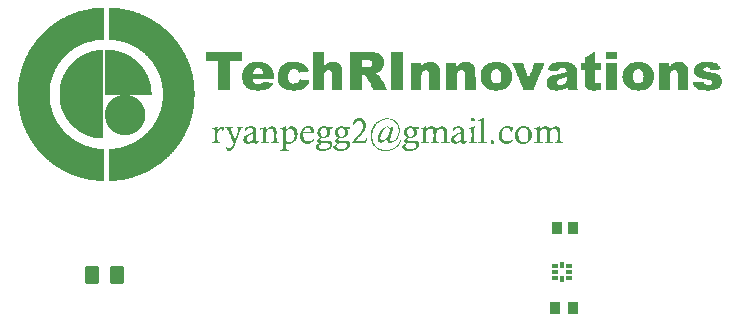
<source format=gts>
G04 Layer: TopSolderMaskLayer*
G04 EasyEDA Pro v2.2.45.4, 2026-01-14 21:37:58*
G04 Gerber Generator version 0.3*
G04 Scale: 100 percent, Rotated: No, Reflected: No*
G04 Dimensions in millimeters*
G04 Leading zeros omitted, absolute positions, 4 integers and 5 decimals*
G04 Generated by one-click*
%FSLAX45Y45*%
%MOMM*%
%AMRoundRect*1,1,$1,$2,$3*1,1,$1,$4,$5*1,1,$1,0-$2,0-$3*1,1,$1,0-$4,0-$5*20,1,$1,$2,$3,$4,$5,0*20,1,$1,$4,$5,0-$2,0-$3,0*20,1,$1,0-$2,0-$3,0-$4,0-$5,0*20,1,$1,0-$4,0-$5,$2,$3,0*4,1,4,$2,$3,$4,$5,0-$2,0-$3,0-$4,0-$5,$2,$3,0*%
%ADD10RoundRect,0.09131X-0.40514X0.45514X0.40514X0.45514*%
%ADD11RoundRect,0.09138X-0.40835X0.43711X0.40835X0.43711*%
%ADD12RoundRect,0.09302X-0.50429X0.70406X0.50429X0.70406*%
%ADD13RoundRect,0.07721X-0.12219X-0.2122X-0.12219X0.2122*%
%ADD14RoundRect,0.07721X-0.2122X0.12219X0.2122X0.12219*%
%ADD15RoundRect,0.0820X-0.21068X0.15069X0.21068X0.15069*%
%ADD16RoundRect,0.08024X-0.21068X0.15069X0.21068X0.15069*%
G75*


G04 Image Start*
G36*
G01X893378Y-254512D02*
G01X890415Y-254866D01*
G01X889448Y-256031D01*
G01X888481Y-257196D01*
G01X861081Y-257196D01*
G01X833681Y-257196D01*
G01X833259Y-258810D01*
G01X832837Y-260423D01*
G01X820581Y-260423D01*
G01X808325Y-260423D01*
G01X806594Y-262036D01*
G01X804862Y-263650D01*
G01X793947Y-263650D01*
G01X783031Y-263650D01*
G01X782023Y-265263D01*
G01X781016Y-266877D01*
G01X776371Y-266877D01*
G01X771725Y-266877D01*
G01X770112Y-268490D01*
G01X768499Y-270103D01*
G01X762046Y-270103D01*
G01X755593Y-270103D01*
G01X753980Y-271717D01*
G01X752367Y-273330D01*
G01X746728Y-273330D01*
G01X741089Y-273330D01*
G01X740081Y-274944D01*
G01X739074Y-276557D01*
G01X733143Y-276557D01*
G01X727212Y-276557D01*
G01X726790Y-278170D01*
G01X726368Y-279784D01*
G01X720188Y-279784D01*
G01X714007Y-279784D01*
G01X712845Y-281397D01*
G01X711682Y-283010D01*
G01X708005Y-283010D01*
G01X704329Y-283010D01*
G01X703166Y-284624D01*
G01X702003Y-286237D01*
G01X696863Y-286237D01*
G01X691723Y-286237D01*
G01X691301Y-287851D01*
G01X690879Y-289464D01*
G01X686134Y-289464D01*
G01X681388Y-289464D01*
G01X679775Y-291077D01*
G01X678162Y-292691D01*
G01X675749Y-292691D01*
G01X673336Y-292691D01*
G01X672329Y-294304D01*
G01X671321Y-295917D01*
G01X668289Y-295917D01*
G01X665257Y-295917D01*
G01X663644Y-297531D01*
G01X662030Y-299144D01*
G01X658804Y-299144D01*
G01X655578Y-299144D01*
G01X655578Y-300758D01*
G01X655578Y-302371D01*
G01X651066Y-302371D01*
G01X646554Y-302371D01*
G01X646132Y-303984D01*
G01X645711Y-305598D01*
G01X642756Y-305598D01*
G01X639802Y-305598D01*
G01X638640Y-307211D01*
G01X637477Y-308825D01*
G01X633950Y-308825D01*
G01X630423Y-308825D01*
G01X630001Y-310438D01*
G01X629579Y-312051D01*
G01X626447Y-312051D01*
G01X623315Y-312051D01*
G01X621701Y-313665D01*
G01X620088Y-315278D01*
G01X617675Y-315278D01*
G01X615262Y-315278D01*
G01X614255Y-316891D01*
G01X613248Y-318505D01*
G01X610543Y-318505D01*
G01X607839Y-318505D01*
G01X607417Y-320118D01*
G01X606995Y-321732D01*
G01X604190Y-321732D01*
G01X601386Y-321732D01*
G01X600964Y-323345D01*
G01X600542Y-324958D01*
G01X597410Y-324958D01*
G01X594278Y-324958D01*
G01X594278Y-326572D01*
G01X594278Y-328185D01*
G01X591051Y-328185D01*
G01X587825Y-328185D01*
G01X586212Y-329798D01*
G01X584599Y-331412D01*
G01X582986Y-331412D01*
G01X581372Y-331412D01*
G01X581372Y-333025D01*
G01X581372Y-334639D01*
G01X578474Y-334639D01*
G01X575575Y-334639D01*
G01X575154Y-336252D01*
G01X574732Y-337865D01*
G01X571927Y-337865D01*
G01X569123Y-337865D01*
G01X568701Y-339479D01*
G01X568279Y-341092D01*
G01X565960Y-341092D01*
G01X563641Y-341092D01*
G01X562634Y-342705D01*
G01X561627Y-344319D01*
G01X559408Y-344319D01*
G01X557189Y-344319D01*
G01X556181Y-345932D01*
G01X555174Y-347546D01*
G01X553949Y-347546D01*
G01X552724Y-347546D01*
G01X551716Y-349159D01*
G01X550709Y-350772D01*
G01X548296Y-350772D01*
G01X545883Y-350772D01*
G01X545883Y-352386D01*
G01X545883Y-353999D01*
G01X542984Y-353999D01*
G01X540086Y-353999D01*
G01X539664Y-355613D01*
G01X539242Y-357226D01*
G01X536962Y-357226D01*
G01X534682Y-357226D01*
G01X533628Y-358731D01*
G01X532574Y-360236D01*
G01X529953Y-360812D01*
G01X527332Y-361388D01*
G01X527332Y-362534D01*
G01X527332Y-363679D01*
G01X525643Y-363679D01*
G01X523954Y-363679D01*
G01X523532Y-365293D01*
G01X523111Y-366906D01*
G01X521180Y-366906D01*
G01X519250Y-366906D01*
G01X517869Y-368520D01*
G01X516488Y-370133D01*
G01X515054Y-370133D01*
G01X513620Y-370133D01*
G01X513620Y-371746D01*
G01X513620Y-373360D01*
G01X511207Y-373360D01*
G01X508794Y-373360D01*
G01X507787Y-374973D01*
G01X506779Y-376586D01*
G01X505360Y-376586D01*
G01X503941Y-376586D01*
G01X503941Y-378200D01*
G01X503941Y-379813D01*
G01X501528Y-379813D01*
G01X499115Y-379813D01*
G01X498108Y-381427D01*
G01X497100Y-383040D01*
G01X495681Y-383040D01*
G01X494262Y-383040D01*
G01X494262Y-384653D01*
G01X494262Y-386267D01*
G01X492649Y-386267D01*
G01X491036Y-386267D01*
G01X489423Y-387880D01*
G01X487809Y-389494D01*
G01X486524Y-389494D01*
G01X485239Y-389494D01*
G01X484817Y-391107D01*
G01X484395Y-392720D01*
G01X482876Y-392720D01*
G01X481357Y-392720D01*
G01X481357Y-394334D01*
G01X481357Y-395947D01*
G01X478944Y-395947D01*
G01X476531Y-395947D01*
G01X475523Y-397560D01*
G01X474516Y-399174D01*
G01X473097Y-399174D01*
G01X471678Y-399174D01*
G01X471678Y-400697D01*
G01X471678Y-402221D01*
G01X468855Y-402751D01*
G01X466032Y-403280D01*
G01X466032Y-404454D01*
G01X466032Y-405627D01*
G01X464868Y-405627D01*
G01X463703Y-405627D01*
G01X462649Y-407092D01*
G01X461596Y-408557D01*
G01X460184Y-409084D01*
G01X458773Y-409610D01*
G01X458773Y-410845D01*
G01X458773Y-412081D01*
G01X457159Y-412081D01*
G01X455546Y-412081D01*
G01X455546Y-413694D01*
G01X455546Y-415308D01*
G01X454111Y-415308D01*
G01X452676Y-415308D01*
G01X451513Y-416921D01*
G01X450351Y-418534D01*
G01X448961Y-418534D01*
G01X447572Y-418534D01*
G01X446518Y-419999D01*
G01X445464Y-421464D01*
G01X444052Y-421991D01*
G01X442641Y-422517D01*
G01X442641Y-423753D01*
G01X442641Y-424988D01*
G01X441028Y-424988D01*
G01X439415Y-424988D01*
G01X439415Y-426601D01*
G01X439415Y-428215D01*
G01X437801Y-428215D01*
G01X436188Y-428215D01*
G01X436188Y-429828D01*
G01X436188Y-431441D01*
G01X434575Y-431441D01*
G01X432962Y-431441D01*
G01X432962Y-433055D01*
G01X432962Y-434668D01*
G01X431527Y-434668D01*
G01X430092Y-434668D01*
G01X428929Y-436282D01*
G01X427766Y-437895D01*
G01X426800Y-437895D01*
G01X425834Y-437895D01*
G01X422582Y-441020D01*
G01X419330Y-444145D01*
G01X418080Y-444625D01*
G01X416830Y-445104D01*
G01X416830Y-446246D01*
G01X416830Y-447387D01*
G01X415217Y-447809D01*
G01X413604Y-448231D01*
G01X413604Y-449422D01*
G01X413604Y-450614D01*
G01X411991Y-451036D01*
G01X410378Y-451458D01*
G01X410378Y-452649D01*
G01X410378Y-453841D01*
G01X408765Y-454262D01*
G01X407151Y-454684D01*
G01X407151Y-455970D01*
G01X407151Y-457255D01*
G01X405538Y-457255D01*
G01X403925Y-457255D01*
G01X403925Y-458869D01*
G01X403925Y-460482D01*
G01X402312Y-460482D01*
G01X400699Y-460482D01*
G01X400699Y-462096D01*
G01X400699Y-463709D01*
G01X399086Y-463709D01*
G01X397473Y-463709D01*
G01X397473Y-465322D01*
G01X397473Y-466936D01*
G01X395859Y-466936D01*
G01X394246Y-466936D01*
G01X394246Y-468549D01*
G01X394246Y-470163D01*
G01X392633Y-470163D01*
G01X391020Y-470163D01*
G01X391020Y-471776D01*
G01X391020Y-473389D01*
G01X389407Y-473389D01*
G01X387794Y-473389D01*
G01X387794Y-475003D01*
G01X387794Y-476616D01*
G01X386180Y-476616D01*
G01X384567Y-476616D01*
G01X384567Y-478229D01*
G01X384567Y-479843D01*
G01X382954Y-479843D01*
G01X381341Y-479843D01*
G01X381341Y-481362D01*
G01X381341Y-482881D01*
G01X379728Y-483303D01*
G01X378115Y-483725D01*
G01X378115Y-484917D01*
G01X378115Y-486108D01*
G01X376501Y-486530D01*
G01X374888Y-486952D01*
G01X374888Y-488143D01*
G01X374888Y-489335D01*
G01X373275Y-489757D01*
G01X371662Y-490179D01*
G01X371662Y-491370D01*
G01X371662Y-492562D01*
G01X370049Y-492984D01*
G01X368436Y-493406D01*
G01X368436Y-494691D01*
G01X368436Y-495977D01*
G01X367200Y-495977D01*
G01X365965Y-495977D01*
G01X365439Y-497388D01*
G01X364912Y-498800D01*
G01X363448Y-499854D01*
G01X361983Y-500908D01*
G01X361983Y-501669D01*
G01X361983Y-502430D01*
G01X360370Y-504043D01*
G01X358757Y-505657D01*
G01X358757Y-507270D01*
G01X358757Y-508884D01*
G01X357144Y-508884D01*
G01X355530Y-508884D01*
G01X355530Y-510497D01*
G01X355530Y-512110D01*
G01X353917Y-512110D01*
G01X352304Y-512110D01*
G01X352304Y-513630D01*
G01X352304Y-515149D01*
G01X350691Y-515571D01*
G01X349078Y-515993D01*
G01X349078Y-517278D01*
G01X349078Y-518564D01*
G01X347843Y-518564D01*
G01X346607Y-518564D01*
G01X346081Y-519976D01*
G01X345554Y-521387D01*
G01X344090Y-522441D01*
G01X342625Y-523496D01*
G01X342625Y-525870D01*
G01X342625Y-528244D01*
G01X341012Y-528244D01*
G01X339399Y-528244D01*
G01X339399Y-529764D01*
G01X339399Y-531283D01*
G01X337786Y-531705D01*
G01X336173Y-532127D01*
G01X336173Y-533318D01*
G01X336173Y-534510D01*
G01X334559Y-534931D01*
G01X332946Y-535353D01*
G01X332946Y-536639D01*
G01X332946Y-537924D01*
G01X331333Y-539538D01*
G01X329720Y-541151D01*
G01X329720Y-542765D01*
G01X329720Y-544378D01*
G01X328107Y-544378D01*
G01X326494Y-544378D01*
G01X326494Y-545991D01*
G01X326494Y-547605D01*
G01X325258Y-547605D01*
G01X324023Y-547605D01*
G01X323497Y-549016D01*
G01X322970Y-550428D01*
G01X321506Y-551482D01*
G01X320041Y-552536D01*
G01X320041Y-554911D01*
G01X320041Y-557285D01*
G01X318428Y-557285D01*
G01X316815Y-557285D01*
G01X316815Y-558804D01*
G01X316815Y-560324D01*
G01X315201Y-560745D01*
G01X313588Y-561167D01*
G01X313588Y-563253D01*
G01X313588Y-565338D01*
G01X311975Y-566346D01*
G01X310362Y-567353D01*
G01X310362Y-568773D01*
G01X310362Y-570192D01*
G01X309127Y-570192D01*
G01X307892Y-570192D01*
G01X307385Y-571604D01*
G01X306877Y-573015D01*
G01X305393Y-574459D01*
G01X303909Y-575902D01*
G01X303909Y-577887D01*
G01X303909Y-579872D01*
G01X302296Y-579872D01*
G01X300683Y-579872D01*
G01X300683Y-581306D01*
G01X300683Y-582741D01*
G01X299070Y-584122D01*
G01X297457Y-585503D01*
G01X297457Y-587434D01*
G01X297457Y-589364D01*
G01X295844Y-589786D01*
G01X294230Y-590208D01*
G01X294230Y-592122D01*
G01X294230Y-594037D01*
G01X292617Y-595199D01*
G01X291004Y-596362D01*
G01X291004Y-597704D01*
G01X291004Y-599045D01*
G01X289391Y-599467D01*
G01X287778Y-599889D01*
G01X287778Y-602788D01*
G01X287778Y-605686D01*
G01X286165Y-605686D01*
G01X284552Y-605686D01*
G01X284552Y-607106D01*
G01X284552Y-608525D01*
G01X282938Y-609533D01*
G01X281325Y-610540D01*
G01X281325Y-612859D01*
G01X281325Y-615179D01*
G01X279712Y-615600D01*
G01X278099Y-616022D01*
G01X278099Y-618921D01*
G01X278099Y-621820D01*
G01X276486Y-621820D01*
G01X274873Y-621820D01*
G01X274873Y-623434D01*
G01X274873Y-625047D01*
G01X273259Y-626660D01*
G01X271646Y-628274D01*
G01X271646Y-629793D01*
G01X271646Y-631312D01*
G01X270033Y-631734D01*
G01X268420Y-632156D01*
G01X268420Y-634961D01*
G01X268420Y-637766D01*
G01X266807Y-638188D01*
G01X265194Y-638610D01*
G01X265194Y-641414D01*
G01X265194Y-644219D01*
G01X263580Y-644641D01*
G01X261967Y-645063D01*
G01X261967Y-647868D01*
G01X261967Y-650673D01*
G01X260354Y-651095D01*
G01X258741Y-651517D01*
G01X258741Y-654322D01*
G01X258741Y-657126D01*
G01X257128Y-657548D01*
G01X255515Y-657970D01*
G01X255515Y-660775D01*
G01X255515Y-663580D01*
G01X253902Y-664002D01*
G01X252288Y-664424D01*
G01X252288Y-667323D01*
G01X252288Y-670222D01*
G01X250675Y-670222D01*
G01X249062Y-670222D01*
G01X249062Y-673354D01*
G01X249062Y-676487D01*
G01X247449Y-676909D01*
G01X245836Y-677331D01*
G01X245836Y-680136D01*
G01X245836Y-682940D01*
G01X244223Y-683362D01*
G01X242609Y-683784D01*
G01X242609Y-687087D01*
G01X242609Y-690389D01*
G01X241494Y-690389D01*
G01X240378Y-690389D01*
G01X239891Y-692204D01*
G01X239405Y-694019D01*
G01X239394Y-696641D01*
G01X239383Y-699262D01*
G01X237770Y-699262D01*
G01X236157Y-699262D01*
G01X236157Y-702395D01*
G01X236157Y-705528D01*
G01X234544Y-705950D01*
G01X232930Y-706372D01*
G01X232930Y-709549D01*
G01X232930Y-712726D01*
G01X231317Y-714186D01*
G01X229704Y-715646D01*
G01X229704Y-718654D01*
G01X229704Y-721662D01*
G01X228091Y-722083D01*
G01X226478Y-722505D01*
G01X226478Y-727018D01*
G01X226478Y-731530D01*
G01X224865Y-731530D01*
G01X223252Y-731530D01*
G01X223252Y-734757D01*
G01X223252Y-737984D01*
G01X221638Y-739597D01*
G01X220025Y-741210D01*
G01X220025Y-744258D01*
G01X220025Y-747305D01*
G01X218412Y-748687D01*
G01X216799Y-750068D01*
G01X216799Y-753527D01*
G01X216799Y-756986D01*
G01X215186Y-758367D01*
G01X213573Y-759748D01*
G01X213573Y-763207D01*
G01X213573Y-766666D01*
G01X211959Y-768047D01*
G01X210346Y-769429D01*
G01X210346Y-774586D01*
G01X210346Y-779743D01*
G01X208733Y-780165D01*
G01X207120Y-780587D01*
G01X207120Y-785099D01*
G01X207120Y-789612D01*
G01X205507Y-791225D01*
G01X203894Y-792839D01*
G01X203894Y-797585D01*
G01X203894Y-802331D01*
G01X202280Y-802752D01*
G01X200667Y-803174D01*
G01X200667Y-809106D01*
G01X200667Y-815038D01*
G01X199054Y-816045D01*
G01X197441Y-817053D01*
G01X197441Y-822693D01*
G01X197441Y-828333D01*
G01X195828Y-829946D01*
G01X194215Y-831560D01*
G01X194215Y-838416D01*
G01X194215Y-845273D01*
G01X193099Y-845273D01*
G01X191983Y-845273D01*
G01X191497Y-847088D01*
G01X191010Y-848903D01*
G01X190999Y-856271D01*
G01X190988Y-863639D01*
G01X189375Y-864061D01*
G01X187762Y-864483D01*
G01X187762Y-874517D01*
G01X187762Y-884551D01*
G01X186149Y-886011D01*
G01X184536Y-887471D01*
G01X184536Y-898057D01*
G01X184536Y-908643D01*
G01X182923Y-910025D01*
G01X181309Y-911406D01*
G01X181309Y-936663D01*
G01X181309Y-961921D01*
G01X180470Y-962760D01*
G01X179631Y-963600D01*
G01X178715Y-975829D01*
G01X177800Y-988057D01*
G01X178715Y-1000286D01*
G01X179631Y-1012515D01*
G01X180470Y-1013355D01*
G01X181309Y-1014194D01*
G01X181309Y-1038485D01*
G01X181309Y-1062775D01*
G01X182923Y-1064507D01*
G01X184536Y-1066239D01*
G01X184536Y-1077414D01*
G01X184536Y-1088590D01*
G01X186149Y-1090321D01*
G01X187762Y-1092053D01*
G01X187762Y-1101357D01*
G01X187762Y-1110661D01*
G01X189375Y-1111668D01*
G01X190988Y-1112676D01*
G01X190988Y-1120020D01*
G01X190988Y-1127365D01*
G01X192602Y-1128825D01*
G01X194215Y-1130285D01*
G01X194215Y-1136892D01*
G01X194215Y-1143499D01*
G01X195828Y-1144959D01*
G01X197441Y-1146419D01*
G01X197452Y-1151336D01*
G01X197463Y-1156252D01*
G01X197949Y-1158067D01*
G01X198436Y-1159882D01*
G01X199551Y-1159882D01*
G01X200667Y-1159882D01*
G01X200667Y-1166411D01*
G01X200667Y-1172941D01*
G01X202280Y-1173362D01*
G01X203894Y-1173784D01*
G01X203894Y-1178530D01*
G01X203894Y-1183276D01*
G01X205507Y-1184890D01*
G01X207120Y-1186503D01*
G01X207120Y-1191016D01*
G01X207120Y-1195528D01*
G01X208733Y-1195950D01*
G01X210346Y-1196372D01*
G01X210346Y-1201529D01*
G01X210346Y-1206686D01*
G01X211959Y-1208068D01*
G01X213573Y-1209449D01*
G01X213573Y-1212908D01*
G01X213573Y-1216367D01*
G01X215186Y-1217748D01*
G01X216799Y-1219129D01*
G01X216799Y-1222588D01*
G01X216799Y-1226047D01*
G01X218412Y-1227428D01*
G01X220025Y-1228810D01*
G01X220025Y-1231857D01*
G01X220025Y-1234905D01*
G01X221638Y-1236518D01*
G01X223252Y-1238131D01*
G01X223252Y-1241358D01*
G01X223252Y-1244585D01*
G01X224865Y-1244585D01*
G01X226478Y-1244585D01*
G01X226478Y-1248612D01*
G01X226478Y-1252638D01*
G01X228091Y-1253646D01*
G01X229704Y-1254653D01*
G01X229704Y-1257686D01*
G01X229704Y-1260719D01*
G01X231317Y-1260719D01*
G01X232930Y-1260719D01*
G01X232930Y-1264745D01*
G01X232930Y-1268772D01*
G01X234544Y-1269780D01*
G01X236157Y-1270787D01*
G01X236157Y-1273492D01*
G01X236157Y-1276197D01*
G01X237770Y-1276619D01*
G01X239383Y-1277041D01*
G01X239383Y-1280173D01*
G01X239383Y-1283306D01*
G01X240996Y-1283306D01*
G01X242609Y-1283306D01*
G01X242620Y-1285928D01*
G01X242631Y-1288550D01*
G01X243118Y-1290365D01*
G01X243604Y-1292180D01*
G01X244720Y-1292180D01*
G01X245836Y-1292180D01*
G01X245836Y-1294996D01*
G01X245836Y-1297813D01*
G01X247449Y-1298820D01*
G01X249062Y-1299828D01*
G01X249062Y-1302533D01*
G01X249062Y-1305238D01*
G01X250675Y-1305660D01*
G01X252288Y-1306082D01*
G01X252288Y-1308886D01*
G01X252288Y-1311691D01*
G01X253902Y-1312113D01*
G01X255515Y-1312535D01*
G01X255515Y-1315340D01*
G01X255515Y-1318145D01*
G01X257128Y-1318567D01*
G01X258741Y-1318989D01*
G01X258741Y-1321793D01*
G01X258741Y-1324598D01*
G01X260354Y-1325020D01*
G01X261967Y-1325442D01*
G01X261967Y-1328247D01*
G01X261967Y-1331052D01*
G01X263580Y-1331474D01*
G01X265194Y-1331896D01*
G01X265194Y-1334700D01*
G01X265194Y-1337505D01*
G01X266807Y-1337927D01*
G01X268420Y-1338349D01*
G01X268420Y-1339868D01*
G01X268420Y-1341388D01*
G01X270033Y-1343001D01*
G01X271646Y-1344614D01*
G01X271646Y-1346228D01*
G01X271646Y-1347841D01*
G01X273259Y-1347841D01*
G01X274873Y-1347841D01*
G01X274873Y-1350740D01*
G01X274873Y-1353639D01*
G01X276486Y-1354061D01*
G01X278099Y-1354483D01*
G01X278099Y-1357288D01*
G01X278099Y-1360093D01*
G01X279712Y-1360515D01*
G01X281325Y-1360936D01*
G01X281325Y-1363256D01*
G01X281325Y-1365575D01*
G01X282938Y-1366582D01*
G01X284552Y-1367590D01*
G01X284552Y-1369009D01*
G01X284552Y-1370429D01*
G01X286165Y-1370429D01*
G01X287778Y-1370429D01*
G01X287778Y-1373327D01*
G01X287778Y-1376226D01*
G01X289391Y-1376648D01*
G01X291004Y-1377070D01*
G01X291004Y-1378411D01*
G01X291004Y-1379753D01*
G01X292617Y-1380916D01*
G01X294230Y-1382078D01*
G01X294230Y-1383993D01*
G01X294230Y-1385907D01*
G01X295844Y-1386329D01*
G01X297457Y-1386751D01*
G01X297457Y-1388681D01*
G01X297457Y-1390612D01*
G01X299070Y-1391993D01*
G01X300683Y-1393374D01*
G01X300683Y-1394808D01*
G01X300683Y-1396243D01*
G01X302296Y-1396243D01*
G01X303909Y-1396243D01*
G01X303909Y-1398228D01*
G01X303909Y-1400213D01*
G01X305393Y-1401656D01*
G01X306877Y-1403099D01*
G01X307385Y-1404511D01*
G01X307892Y-1405923D01*
G01X309127Y-1405923D01*
G01X310362Y-1405923D01*
G01X310362Y-1407342D01*
G01X310362Y-1408762D01*
G01X311975Y-1409769D01*
G01X313588Y-1410777D01*
G01X313588Y-1412862D01*
G01X313588Y-1414948D01*
G01X315201Y-1415369D01*
G01X316815Y-1415791D01*
G01X316815Y-1417311D01*
G01X316815Y-1418830D01*
G01X318428Y-1418830D01*
G01X320041Y-1418830D01*
G01X320041Y-1421204D01*
G01X320041Y-1423579D01*
G01X321506Y-1424633D01*
G01X322970Y-1425687D01*
G01X323497Y-1427099D01*
G01X324023Y-1428510D01*
G01X325258Y-1428510D01*
G01X326494Y-1428510D01*
G01X326494Y-1430124D01*
G01X326494Y-1431737D01*
G01X328107Y-1431737D01*
G01X329720Y-1431737D01*
G01X329720Y-1433350D01*
G01X329720Y-1434964D01*
G01X331333Y-1436577D01*
G01X332946Y-1438191D01*
G01X332946Y-1439476D01*
G01X332946Y-1440762D01*
G01X334559Y-1441184D01*
G01X336173Y-1441605D01*
G01X336173Y-1442797D01*
G01X336173Y-1443988D01*
G01X337786Y-1444410D01*
G01X339399Y-1444832D01*
G01X339399Y-1446351D01*
G01X339399Y-1447871D01*
G01X341012Y-1447871D01*
G01X342625Y-1447871D01*
G01X342625Y-1450245D01*
G01X342625Y-1452619D01*
G01X344090Y-1453674D01*
G01X345554Y-1454728D01*
G01X346081Y-1456139D01*
G01X346607Y-1457551D01*
G01X347843Y-1457551D01*
G01X349078Y-1457551D01*
G01X349078Y-1458837D01*
G01X349078Y-1460122D01*
G01X350691Y-1460544D01*
G01X352304Y-1460966D01*
G01X352304Y-1462485D01*
G01X352304Y-1464005D01*
G01X353917Y-1464005D01*
G01X355530Y-1464005D01*
G01X355530Y-1465618D01*
G01X355530Y-1467231D01*
G01X357144Y-1467231D01*
G01X358757Y-1467231D01*
G01X358757Y-1468845D01*
G01X358757Y-1470458D01*
G01X360370Y-1472071D01*
G01X361983Y-1473685D01*
G01X361983Y-1474446D01*
G01X361983Y-1475207D01*
G01X363448Y-1476261D01*
G01X364912Y-1477315D01*
G01X365439Y-1478727D01*
G01X365965Y-1480138D01*
G01X367200Y-1480138D01*
G01X368436Y-1480138D01*
G01X368436Y-1481424D01*
G01X368436Y-1482709D01*
G01X370049Y-1483131D01*
G01X371662Y-1483553D01*
G01X371662Y-1484745D01*
G01X371662Y-1485936D01*
G01X373275Y-1486358D01*
G01X374888Y-1486780D01*
G01X374888Y-1487972D01*
G01X374888Y-1489163D01*
G01X376501Y-1489585D01*
G01X378115Y-1490007D01*
G01X378115Y-1491198D01*
G01X378115Y-1492390D01*
G01X379728Y-1492812D01*
G01X381341Y-1493234D01*
G01X381341Y-1494753D01*
G01X381341Y-1496272D01*
G01X382954Y-1496272D01*
G01X384567Y-1496272D01*
G01X384567Y-1497886D01*
G01X384567Y-1499499D01*
G01X386180Y-1499499D01*
G01X387794Y-1499499D01*
G01X387794Y-1501112D01*
G01X387794Y-1502726D01*
G01X389407Y-1502726D01*
G01X391020Y-1502726D01*
G01X391020Y-1504339D01*
G01X391020Y-1505952D01*
G01X392633Y-1505952D01*
G01X394246Y-1505952D01*
G01X394246Y-1507566D01*
G01X394246Y-1509179D01*
G01X395859Y-1509179D01*
G01X397473Y-1509179D01*
G01X397473Y-1510793D01*
G01X397473Y-1512406D01*
G01X399086Y-1512406D01*
G01X400699Y-1512406D01*
G01X400699Y-1514019D01*
G01X400699Y-1515633D01*
G01X402312Y-1515633D01*
G01X403925Y-1515633D01*
G01X403925Y-1517246D01*
G01X403925Y-1518860D01*
G01X405538Y-1518860D01*
G01X407151Y-1518860D01*
G01X407151Y-1520145D01*
G01X407151Y-1521431D01*
G01X408765Y-1521853D01*
G01X410378Y-1522274D01*
G01X410378Y-1523466D01*
G01X410378Y-1524657D01*
G01X411991Y-1525079D01*
G01X413604Y-1525501D01*
G01X413604Y-1526693D01*
G01X413604Y-1527884D01*
G01X415217Y-1528306D01*
G01X416830Y-1528728D01*
G01X416830Y-1529869D01*
G01X416830Y-1531011D01*
G01X418080Y-1531490D01*
G01X419330Y-1531970D01*
G01X422582Y-1535095D01*
G01X425834Y-1538220D01*
G01X426800Y-1538220D01*
G01X427766Y-1538220D01*
G01X428929Y-1539833D01*
G01X430092Y-1541447D01*
G01X431527Y-1541447D01*
G01X432962Y-1541447D01*
G01X432962Y-1543060D01*
G01X432962Y-1544674D01*
G01X434575Y-1544674D01*
G01X436188Y-1544674D01*
G01X436188Y-1546287D01*
G01X436188Y-1547900D01*
G01X437801Y-1547900D01*
G01X439415Y-1547900D01*
G01X439415Y-1549514D01*
G01X439415Y-1551127D01*
G01X441028Y-1551127D01*
G01X442641Y-1551127D01*
G01X442641Y-1552362D01*
G01X442641Y-1553598D01*
G01X444052Y-1554124D01*
G01X445464Y-1554651D01*
G01X446518Y-1556116D01*
G01X447572Y-1557581D01*
G01X449946Y-1557581D01*
G01X452320Y-1557581D01*
G01X452320Y-1559194D01*
G01X452320Y-1560807D01*
G01X453933Y-1560807D01*
G01X455546Y-1560807D01*
G01X455546Y-1562093D01*
G01X455546Y-1563378D01*
G01X457085Y-1563781D01*
G01X458623Y-1564183D01*
G01X459026Y-1565722D01*
G01X459428Y-1567261D01*
G01X461342Y-1567261D01*
G01X463256Y-1567261D01*
G01X464419Y-1568874D01*
G01X465581Y-1570488D01*
G01X467016Y-1570488D01*
G01X468451Y-1570488D01*
G01X468451Y-1572101D01*
G01X468451Y-1573714D01*
G01X469971Y-1573714D01*
G01X471490Y-1573714D01*
G01X471911Y-1575328D01*
G01X472333Y-1576941D01*
G01X474247Y-1576941D01*
G01X476161Y-1576941D01*
G01X477324Y-1578555D01*
G01X478487Y-1580168D01*
G01X479922Y-1580168D01*
G01X481357Y-1580168D01*
G01X481357Y-1581781D01*
G01X481357Y-1583395D01*
G01X482876Y-1583395D01*
G01X484395Y-1583395D01*
G01X484817Y-1585008D01*
G01X485239Y-1586621D01*
G01X487152Y-1586621D01*
G01X489066Y-1586621D01*
G01X490229Y-1588235D01*
G01X491392Y-1589848D01*
G01X492827Y-1589848D01*
G01X494262Y-1589848D01*
G01X494262Y-1591084D01*
G01X494262Y-1592319D01*
G01X495673Y-1592845D01*
G01X497085Y-1593372D01*
G01X498139Y-1594837D01*
G01X499193Y-1596302D01*
G01X501473Y-1596302D01*
G01X503753Y-1596302D01*
G01X504175Y-1597915D01*
G01X504597Y-1599529D01*
G01X505882Y-1599529D01*
G01X507167Y-1599529D01*
G01X508780Y-1601142D01*
G01X510394Y-1602755D01*
G01X511913Y-1602755D01*
G01X513432Y-1602755D01*
G01X513854Y-1604369D01*
G01X514275Y-1605982D01*
G01X517174Y-1605982D01*
G01X520072Y-1605982D01*
G01X520072Y-1607595D01*
G01X520072Y-1609209D01*
G01X521592Y-1609209D01*
G01X523111Y-1609209D01*
G01X523532Y-1610822D01*
G01X523954Y-1612436D01*
G01X526759Y-1612436D01*
G01X529563Y-1612436D01*
G01X529985Y-1614049D01*
G01X530407Y-1615662D01*
G01X531971Y-1615662D01*
G01X533534Y-1615662D01*
G01X534994Y-1617276D01*
G01X536454Y-1618889D01*
G01X537748Y-1618889D01*
G01X539042Y-1618889D01*
G01X540050Y-1620502D01*
G01X541057Y-1622116D01*
G01X543376Y-1622116D01*
G01X545695Y-1622116D01*
G01X546117Y-1623729D01*
G01X546539Y-1625343D01*
G01X549437Y-1625343D01*
G01X552336Y-1625343D01*
G01X552336Y-1626956D01*
G01X552336Y-1628569D01*
G01X553755Y-1628569D01*
G01X555174Y-1628569D01*
G01X556181Y-1630183D01*
G01X557189Y-1631796D01*
G01X559408Y-1631796D01*
G01X561627Y-1631796D01*
G01X562634Y-1633409D01*
G01X563641Y-1635023D01*
G01X565860Y-1635023D01*
G01X568079Y-1635023D01*
G01X569087Y-1636636D01*
G01X570094Y-1638250D01*
G01X572413Y-1638250D01*
G01X574732Y-1638250D01*
G01X575154Y-1639863D01*
G01X575575Y-1641476D01*
G01X578380Y-1641476D01*
G01X581184Y-1641476D01*
G01X581606Y-1643090D01*
G01X582028Y-1644703D01*
G01X584832Y-1644703D01*
G01X587637Y-1644703D01*
G01X588059Y-1646317D01*
G01X588481Y-1647930D01*
G01X591185Y-1647930D01*
G01X593890Y-1647930D01*
G01X594897Y-1649543D01*
G01X595905Y-1651157D01*
G01X598138Y-1651157D01*
G01X600372Y-1651157D01*
G01X601753Y-1652770D01*
G01X603134Y-1654383D01*
G01X605787Y-1654383D01*
G01X608440Y-1654383D01*
G01X609603Y-1655997D01*
G01X610765Y-1657610D01*
G01X613720Y-1657610D01*
G01X616674Y-1657610D01*
G01X617096Y-1659224D01*
G01X617518Y-1660837D01*
G01X620322Y-1660837D01*
G01X623126Y-1660837D01*
G01X623548Y-1662450D01*
G01X623970Y-1664064D01*
G01X626869Y-1664064D01*
G01X629767Y-1664064D01*
G01X631380Y-1665677D01*
G01X632994Y-1667290D01*
G01X636126Y-1667290D01*
G01X639258Y-1667290D01*
G01X639680Y-1668904D01*
G01X640102Y-1670517D01*
G01X642806Y-1670517D01*
G01X645511Y-1670517D01*
G01X646518Y-1672131D01*
G01X647526Y-1673744D01*
G01X651458Y-1673744D01*
G01X655390Y-1673744D01*
G01X655811Y-1675357D01*
G01X656233Y-1676971D01*
G01X660651Y-1676971D01*
G01X665068Y-1676971D01*
G01X665490Y-1678584D01*
G01X665912Y-1680198D01*
G01X670424Y-1680198D01*
G01X674936Y-1680198D01*
G01X674936Y-1681811D01*
G01X674936Y-1683424D01*
G01X679681Y-1683424D01*
G01X684426Y-1683424D01*
G01X684848Y-1685038D01*
G01X685270Y-1686651D01*
G01X689688Y-1686651D01*
G01X694105Y-1686651D01*
G01X694527Y-1688264D01*
G01X694949Y-1689878D01*
G01X699367Y-1689878D01*
G01X703784Y-1689878D01*
G01X704206Y-1691491D01*
G01X704628Y-1693105D01*
G01X708960Y-1693105D01*
G01X713293Y-1693105D01*
G01X714674Y-1694718D01*
G01X716055Y-1696331D01*
G01X721212Y-1696331D01*
G01X726368Y-1696331D01*
G01X726790Y-1697945D01*
G01X727212Y-1699558D01*
G01X733158Y-1699558D01*
G01X739103Y-1699558D01*
G01X740485Y-1701171D01*
G01X741866Y-1702785D01*
G01X748636Y-1702785D01*
G01X755405Y-1702785D01*
G01X755827Y-1704398D01*
G01X756249Y-1706012D01*
G01X763893Y-1706012D01*
G01X771537Y-1706012D01*
G01X771959Y-1707625D01*
G01X772381Y-1709238D01*
G01X781638Y-1709238D01*
G01X790895Y-1709238D01*
G01X791317Y-1710852D01*
G01X791739Y-1712465D01*
G01X802609Y-1712465D01*
G01X813479Y-1712465D01*
G01X813901Y-1714078D01*
G01X814323Y-1715692D01*
G01X826706Y-1715692D01*
G01X839090Y-1715692D01*
G01X840097Y-1717305D01*
G01X841104Y-1718919D01*
G01X864627Y-1718919D01*
G01X888149Y-1718919D01*
G01X889595Y-1720227D01*
G01X891040Y-1721536D01*
G01X897988Y-1721639D01*
G01X904936Y-1721742D01*
G01X906083Y-1720176D01*
G01X907230Y-1718610D01*
G01X907230Y-1583241D01*
G01X907230Y-1447871D01*
G01X879807Y-1447871D01*
G01X852383Y-1447871D01*
G01X852383Y-1446257D01*
G01X852383Y-1444644D01*
G01X847638Y-1444644D01*
G01X842892Y-1444644D01*
G01X842470Y-1443031D01*
G01X842048Y-1441417D01*
G01X834490Y-1441417D01*
G01X826931Y-1441417D01*
G01X825550Y-1439804D01*
G01X824168Y-1438191D01*
G01X817399Y-1438191D01*
G01X810629Y-1438191D01*
G01X810207Y-1436577D01*
G01X809785Y-1434964D01*
G01X802141Y-1434964D01*
G01X794497Y-1434964D01*
G01X794076Y-1433350D01*
G01X793654Y-1431737D01*
G01X789336Y-1431737D01*
G01X785018Y-1431737D01*
G01X784011Y-1430124D01*
G01X783004Y-1428510D01*
G01X777458Y-1428510D01*
G01X771913Y-1428510D01*
G01X771491Y-1426897D01*
G01X771069Y-1425283D01*
G01X767371Y-1425283D01*
G01X763673Y-1425283D01*
G01X762665Y-1423670D01*
G01X761658Y-1422057D01*
G01X757013Y-1422057D01*
G01X752367Y-1422057D01*
G01X752367Y-1420443D01*
G01X752367Y-1418830D01*
G01X749320Y-1418830D01*
G01X746273Y-1418830D01*
G01X744892Y-1417217D01*
G01X743511Y-1415603D01*
G01X739967Y-1415603D01*
G01X736424Y-1415603D01*
G01X736002Y-1413990D01*
G01X735580Y-1412376D01*
G01X732681Y-1412376D01*
G01X729783Y-1412376D01*
G01X728170Y-1410763D01*
G01X726557Y-1409150D01*
G01X724144Y-1409150D01*
G01X721731Y-1409150D01*
G01X720723Y-1407536D01*
G01X719716Y-1405923D01*
G01X716684Y-1405923D01*
G01X713651Y-1405923D01*
G01X713651Y-1404310D01*
G01X713651Y-1402696D01*
G01X710519Y-1402696D01*
G01X707387Y-1402696D01*
G01X706965Y-1401083D01*
G01X706543Y-1399469D01*
G01X703645Y-1399469D01*
G01X700746Y-1399469D01*
G01X700746Y-1397856D01*
G01X700746Y-1396243D01*
G01X698333Y-1396243D01*
G01X695920Y-1396243D01*
G01X694913Y-1394629D01*
G01X693905Y-1393016D01*
G01X690873Y-1393016D01*
G01X687841Y-1393016D01*
G01X687841Y-1391402D01*
G01X687841Y-1389789D01*
G01X686422Y-1389789D01*
G01X685003Y-1389789D01*
G01X683995Y-1388176D01*
G01X682988Y-1386562D01*
G01X680669Y-1386562D01*
G01X678350Y-1386562D01*
G01X677928Y-1384949D01*
G01X677506Y-1383336D01*
G01X674702Y-1383336D01*
G01X671897Y-1383336D01*
G01X671476Y-1381722D01*
G01X671054Y-1380109D01*
G01X668155Y-1380109D01*
G01X665257Y-1380109D01*
G01X665257Y-1378495D01*
G01X665257Y-1376882D01*
G01X663837Y-1376882D01*
G01X662418Y-1376882D01*
G01X661411Y-1375269D01*
G01X660404Y-1373655D01*
G01X657991Y-1373655D01*
G01X655578Y-1373655D01*
G01X655578Y-1372042D01*
G01X655578Y-1370429D01*
G01X654159Y-1370429D01*
G01X652739Y-1370429D01*
G01X651732Y-1368815D01*
G01X650725Y-1367202D01*
G01X648312Y-1367202D01*
G01X645899Y-1367202D01*
G01X645899Y-1365588D01*
G01X645899Y-1363975D01*
G01X644380Y-1363975D01*
G01X642861Y-1363975D01*
G01X642439Y-1362362D01*
G01X642017Y-1360748D01*
G01X640103Y-1360748D01*
G01X638189Y-1360748D01*
G01X637026Y-1359135D01*
G01X635864Y-1357522D01*
G01X634523Y-1357522D01*
G01X633182Y-1357522D01*
G01X632760Y-1355908D01*
G01X632338Y-1354295D01*
G01X631053Y-1354295D01*
G01X629767Y-1354295D01*
G01X629767Y-1353059D01*
G01X629767Y-1351824D01*
G01X628356Y-1351317D01*
G01X626944Y-1350810D01*
G01X625501Y-1349325D01*
G01X624058Y-1347841D01*
G01X622073Y-1347841D01*
G01X620088Y-1347841D01*
G01X620088Y-1346228D01*
G01X620088Y-1344614D01*
G01X618475Y-1344614D01*
G01X616862Y-1344614D01*
G01X616862Y-1343001D01*
G01X616862Y-1341388D01*
G01X615343Y-1341388D01*
G01X613824Y-1341388D01*
G01X613402Y-1339774D01*
G01X612980Y-1338161D01*
G01X611695Y-1338161D01*
G01X610409Y-1338161D01*
G01X610409Y-1336926D01*
G01X610409Y-1335690D01*
G01X608998Y-1335164D01*
G01X607586Y-1334637D01*
G01X606532Y-1333172D01*
G01X605478Y-1331707D01*
G01X604718Y-1331707D01*
G01X603957Y-1331707D01*
G01X602344Y-1330094D01*
G01X600730Y-1328481D01*
G01X599117Y-1328481D01*
G01X597504Y-1328481D01*
G01X597504Y-1326867D01*
G01X597504Y-1325254D01*
G01X595891Y-1325254D01*
G01X594278Y-1325254D01*
G01X594278Y-1323641D01*
G01X594278Y-1322027D01*
G01X592665Y-1322027D01*
G01X591051Y-1322027D01*
G01X591051Y-1320414D01*
G01X591051Y-1318800D01*
G01X589438Y-1318800D01*
G01X587825Y-1318800D01*
G01X587825Y-1317187D01*
G01X587825Y-1315574D01*
G01X586212Y-1315574D01*
G01X584599Y-1315574D01*
G01X584599Y-1313960D01*
G01X584599Y-1312347D01*
G01X582986Y-1312347D01*
G01X581372Y-1312347D01*
G01X581372Y-1310733D01*
G01X581372Y-1309120D01*
G01X579759Y-1309120D01*
G01X578146Y-1309120D01*
G01X578146Y-1307507D01*
G01X578146Y-1305893D01*
G01X576533Y-1305893D01*
G01X574920Y-1305893D01*
G01X574920Y-1304280D01*
G01X574920Y-1302667D01*
G01X573307Y-1302667D01*
G01X571694Y-1302667D01*
G01X571694Y-1301053D01*
G01X571694Y-1299440D01*
G01X570080Y-1299440D01*
G01X568467Y-1299440D01*
G01X568467Y-1298267D01*
G01X568467Y-1297093D01*
G01X566451Y-1295076D01*
G01X564434Y-1293060D01*
G01X564434Y-1291813D01*
G01X564434Y-1290566D01*
G01X563224Y-1290566D01*
G01X562015Y-1290566D01*
G01X562015Y-1289402D01*
G01X562015Y-1288238D01*
G01X560550Y-1287184D01*
G01X559085Y-1286129D01*
G01X558559Y-1284718D01*
G01X558032Y-1283306D01*
G01X556891Y-1283306D01*
G01X555750Y-1283306D01*
G01X555328Y-1281693D01*
G01X554906Y-1280079D01*
G01X553715Y-1280079D01*
G01X552524Y-1280079D01*
G01X552102Y-1278466D01*
G01X551680Y-1276853D01*
G01X550395Y-1276853D01*
G01X549109Y-1276853D01*
G01X549109Y-1275239D01*
G01X549109Y-1273626D01*
G01X547496Y-1273626D01*
G01X545883Y-1273626D01*
G01X545883Y-1271251D01*
G01X545883Y-1268877D01*
G01X544418Y-1267823D01*
G01X542954Y-1266769D01*
G01X542427Y-1265357D01*
G01X541901Y-1263945D01*
G01X540666Y-1263945D01*
G01X539430Y-1263945D01*
G01X539430Y-1262332D01*
G01X539430Y-1260719D01*
G01X537817Y-1260719D01*
G01X536204Y-1260719D01*
G01X536204Y-1257820D01*
G01X536204Y-1254921D01*
G01X534591Y-1254499D01*
G01X532978Y-1254077D01*
G01X532978Y-1252558D01*
G01X532978Y-1251038D01*
G01X531365Y-1251038D01*
G01X529751Y-1251038D01*
G01X529751Y-1249053D01*
G01X529751Y-1247068D01*
G01X528267Y-1245625D01*
G01X526783Y-1244182D01*
G01X526276Y-1242770D01*
G01X525769Y-1241358D01*
G01X524534Y-1241358D01*
G01X523299Y-1241358D01*
G01X523299Y-1239334D01*
G01X523299Y-1237309D01*
G01X521686Y-1235928D01*
G01X520072Y-1234546D01*
G01X520072Y-1233112D01*
G01X520072Y-1231678D01*
G01X518459Y-1231678D01*
G01X516846Y-1231678D01*
G01X516846Y-1229265D01*
G01X516846Y-1226851D01*
G01X515233Y-1225844D01*
G01X513620Y-1224836D01*
G01X513620Y-1223595D01*
G01X513620Y-1222354D01*
G01X512007Y-1221191D01*
G01X510394Y-1220028D01*
G01X510394Y-1217786D01*
G01X510394Y-1215544D01*
G01X508780Y-1215544D01*
G01X507167Y-1215544D01*
G01X507167Y-1212645D01*
G01X507167Y-1209746D01*
G01X505554Y-1209324D01*
G01X503941Y-1208902D01*
G01X503941Y-1206583D01*
G01X503941Y-1204264D01*
G01X502328Y-1203256D01*
G01X500715Y-1202249D01*
G01X500715Y-1200030D01*
G01X500715Y-1197811D01*
G01X499101Y-1196803D01*
G01X497488Y-1195795D01*
G01X497488Y-1193576D01*
G01X497488Y-1191357D01*
G01X495875Y-1190349D01*
G01X494262Y-1189342D01*
G01X494262Y-1187123D01*
G01X494262Y-1184903D01*
G01X492649Y-1183896D01*
G01X491036Y-1182888D01*
G01X491036Y-1180183D01*
G01X491036Y-1177479D01*
G01X489423Y-1177057D01*
G01X487809Y-1176635D01*
G01X487809Y-1173830D01*
G01X487809Y-1171025D01*
G01X486196Y-1170603D01*
G01X484583Y-1170181D01*
G01X484583Y-1167376D01*
G01X484583Y-1164572D01*
G01X482970Y-1164150D01*
G01X481357Y-1163728D01*
G01X481357Y-1159795D01*
G01X481357Y-1155863D01*
G01X479744Y-1154855D01*
G01X478130Y-1153848D01*
G01X478130Y-1150815D01*
G01X478130Y-1147782D01*
G01X476517Y-1147782D01*
G01X474904Y-1147782D01*
G01X474904Y-1143270D01*
G01X474904Y-1138758D01*
G01X473291Y-1138336D01*
G01X471678Y-1137914D01*
G01X471678Y-1133495D01*
G01X471678Y-1129077D01*
G01X470065Y-1128655D01*
G01X468451Y-1128233D01*
G01X468451Y-1123815D01*
G01X468451Y-1119397D01*
G01X466838Y-1118975D01*
G01X465225Y-1118553D01*
G01X465225Y-1113007D01*
G01X465225Y-1107461D01*
G01X463612Y-1106454D01*
G01X461999Y-1105446D01*
G01X461999Y-1100000D01*
G01X461999Y-1094554D01*
G01X460386Y-1093547D01*
G01X458773Y-1092539D01*
G01X458773Y-1086607D01*
G01X458773Y-1080676D01*
G01X457159Y-1080254D01*
G01X455546Y-1079832D01*
G01X455546Y-1071448D01*
G01X455546Y-1063064D01*
G01X453933Y-1061682D01*
G01X452320Y-1060301D01*
G01X452320Y-1051312D01*
G01X452320Y-1042323D01*
G01X450679Y-1040238D01*
G01X449039Y-1038152D01*
G01X449038Y-986782D01*
G01X449036Y-935411D01*
G01X450678Y-934261D01*
G01X452320Y-933111D01*
G01X452320Y-922864D01*
G01X452320Y-912617D01*
G01X453933Y-911609D01*
G01X455546Y-910602D01*
G01X455546Y-902945D01*
G01X455546Y-895288D01*
G01X456662Y-895288D01*
G01X457778Y-895288D01*
G01X458264Y-893473D01*
G01X458750Y-891658D01*
G01X458761Y-886741D01*
G01X458773Y-881824D01*
G01X460386Y-880364D01*
G01X461999Y-878904D01*
G01X461999Y-873073D01*
G01X461999Y-867242D01*
G01X463612Y-866820D01*
G01X465225Y-866398D01*
G01X465225Y-862080D01*
G01X465225Y-857762D01*
G01X466838Y-856754D01*
G01X468451Y-855747D01*
G01X468451Y-851914D01*
G01X468451Y-848082D01*
G01X470065Y-847074D01*
G01X471678Y-846066D01*
G01X471678Y-842234D01*
G01X471678Y-838401D01*
G01X473291Y-837394D01*
G01X474904Y-836386D01*
G01X474904Y-832554D01*
G01X474904Y-828721D01*
G01X476517Y-827713D01*
G01X478130Y-826706D01*
G01X478130Y-822679D01*
G01X478130Y-818653D01*
G01X479744Y-818653D01*
G01X481357Y-818653D01*
G01X481357Y-815620D01*
G01X481357Y-812587D01*
G01X482970Y-811580D01*
G01X484583Y-810572D01*
G01X484583Y-807880D01*
G01X484583Y-805189D01*
G01X486196Y-803729D01*
G01X487809Y-802269D01*
G01X487809Y-799167D01*
G01X487809Y-796065D01*
G01X489423Y-796065D01*
G01X491036Y-796065D01*
G01X491036Y-792933D01*
G01X491036Y-789800D01*
G01X492649Y-789378D01*
G01X494262Y-788956D01*
G01X494262Y-786151D01*
G01X494262Y-783346D01*
G01X495875Y-782925D01*
G01X497488Y-782503D01*
G01X497488Y-779698D01*
G01X497488Y-776893D01*
G01X499101Y-776471D01*
G01X500715Y-776049D01*
G01X500715Y-773244D01*
G01X500715Y-770439D01*
G01X502328Y-770017D01*
G01X503941Y-769596D01*
G01X503941Y-767681D01*
G01X503941Y-765767D01*
G01X505554Y-764604D01*
G01X507167Y-763442D01*
G01X507167Y-762200D01*
G01X507167Y-760959D01*
G01X508780Y-759951D01*
G01X510394Y-758944D01*
G01X510394Y-756625D01*
G01X510394Y-754306D01*
G01X512007Y-753884D01*
G01X513620Y-753462D01*
G01X513620Y-750563D01*
G01X513620Y-747664D01*
G01X515233Y-747664D01*
G01X516846Y-747664D01*
G01X516846Y-746244D01*
G01X516846Y-744825D01*
G01X518459Y-743818D01*
G01X520072Y-742810D01*
G01X520072Y-740397D01*
G01X520072Y-737984D01*
G01X521686Y-737984D01*
G01X523299Y-737984D01*
G01X523299Y-736549D01*
G01X523299Y-735115D01*
G01X524912Y-733734D01*
G01X526525Y-732353D01*
G01X526525Y-730328D01*
G01X526525Y-728303D01*
G01X528138Y-728303D01*
G01X529751Y-728303D01*
G01X529751Y-726784D01*
G01X529751Y-725265D01*
G01X531365Y-724843D01*
G01X532978Y-724421D01*
G01X532978Y-722335D01*
G01X532978Y-720250D01*
G01X534591Y-719242D01*
G01X536204Y-718235D01*
G01X536204Y-716816D01*
G01X536204Y-715396D01*
G01X537489Y-715396D01*
G01X538775Y-715396D01*
G01X539177Y-713858D01*
G01X539580Y-712319D01*
G01X541118Y-711916D01*
G01X542657Y-711514D01*
G01X542657Y-709428D01*
G01X542657Y-707343D01*
G01X544270Y-706335D01*
G01X545883Y-705328D01*
G01X545883Y-703909D01*
G01X545883Y-702489D01*
G01X547496Y-702489D01*
G01X549109Y-702489D01*
G01X549109Y-700970D01*
G01X549109Y-699451D01*
G01X550722Y-699029D01*
G01X552336Y-698607D01*
G01X552336Y-696918D01*
G01X552336Y-695229D01*
G01X553546Y-695229D01*
G01X554755Y-695229D01*
G01X554755Y-693982D01*
G01X554755Y-692736D01*
G01X556772Y-690719D01*
G01X558788Y-688702D01*
G01X558788Y-687529D01*
G01X558788Y-686355D01*
G01X560401Y-686355D01*
G01X562015Y-686355D01*
G01X562015Y-684742D01*
G01X562015Y-683129D01*
G01X563628Y-683129D01*
G01X565241Y-683129D01*
G01X565241Y-681515D01*
G01X565241Y-679902D01*
G01X566526Y-679902D01*
G01X567812Y-679902D01*
G01X568234Y-678289D01*
G01X568655Y-676675D01*
G01X569847Y-676675D01*
G01X571038Y-676675D01*
G01X571460Y-675062D01*
G01X571882Y-673448D01*
G01X573073Y-673448D01*
G01X574264Y-673448D01*
G01X574686Y-671835D01*
G01X575108Y-670222D01*
G01X576249Y-670222D01*
G01X577390Y-670222D01*
G01X577869Y-668975D01*
G01X578347Y-667728D01*
G01X581839Y-664235D01*
G01X585332Y-660742D01*
G01X586579Y-660264D01*
G01X587825Y-659785D01*
G01X587825Y-658644D01*
G01X587825Y-657503D01*
G01X589438Y-657081D01*
G01X591051Y-656659D01*
G01X591051Y-655468D01*
G01X591051Y-654276D01*
G01X592665Y-653854D01*
G01X594278Y-653432D01*
G01X594278Y-652241D01*
G01X594278Y-651049D01*
G01X595891Y-650627D01*
G01X597504Y-650205D01*
G01X597504Y-649014D01*
G01X597504Y-647823D01*
G01X599117Y-647401D01*
G01X600730Y-646979D01*
G01X600730Y-645693D01*
G01X600730Y-644408D01*
G01X602344Y-644408D01*
G01X603957Y-644408D01*
G01X603957Y-642794D01*
G01X603957Y-641181D01*
G01X605570Y-641181D01*
G01X607183Y-641181D01*
G01X607183Y-639567D01*
G01X607183Y-637954D01*
G01X608796Y-637954D01*
G01X610409Y-637954D01*
G01X610409Y-636430D01*
G01X610409Y-634907D01*
G01X613232Y-634377D01*
G01X616055Y-633847D01*
G01X616055Y-632674D01*
G01X616055Y-631501D01*
G01X617744Y-631501D01*
G01X619433Y-631501D01*
G01X619855Y-629887D01*
G01X620276Y-628274D01*
G01X621795Y-628274D01*
G01X623315Y-628274D01*
G01X623315Y-626660D01*
G01X623315Y-625047D01*
G01X624928Y-625047D01*
G01X626541Y-625047D01*
G01X626541Y-623434D01*
G01X626541Y-621820D01*
G01X628915Y-621820D01*
G01X631289Y-621820D01*
G01X632343Y-620355D01*
G01X633397Y-618891D01*
G01X634808Y-618364D01*
G01X636220Y-617837D01*
G01X636220Y-616602D01*
G01X636220Y-615367D01*
G01X637833Y-615367D01*
G01X639446Y-615367D01*
G01X641059Y-613753D01*
G01X642672Y-612140D01*
G01X643958Y-612140D01*
G01X645243Y-612140D01*
G01X645665Y-610527D01*
G01X646087Y-608913D01*
G01X647606Y-608913D01*
G01X649125Y-608913D01*
G01X649125Y-607300D01*
G01X649125Y-605686D01*
G01X652024Y-605686D01*
G01X654922Y-605686D01*
G01X655344Y-604073D01*
G01X655766Y-602460D01*
G01X657285Y-602460D01*
G01X658804Y-602460D01*
G01X658804Y-600846D01*
G01X658804Y-599233D01*
G01X661703Y-599233D01*
G01X664601Y-599233D01*
G01X665023Y-597620D01*
G01X665445Y-596006D01*
G01X666839Y-596006D01*
G01X668233Y-596006D01*
G01X669693Y-594393D01*
G01X671153Y-592779D01*
G01X672716Y-592779D01*
G01X674280Y-592779D01*
G01X674702Y-591166D01*
G01X675124Y-589553D01*
G01X677928Y-589553D01*
G01X680733Y-589553D01*
G01X681155Y-587939D01*
G01X681576Y-586326D01*
G01X683507Y-586326D01*
G01X685437Y-586326D01*
G01X686818Y-584712D01*
G01X688199Y-583099D01*
G01X689508Y-583099D01*
G01X690817Y-583099D01*
G01X692277Y-581486D01*
G01X693737Y-579872D01*
G01X695628Y-579872D01*
G01X697520Y-579872D01*
G01X697520Y-578259D01*
G01X697520Y-576646D01*
G01X700746Y-576646D01*
G01X703972Y-576646D01*
G01X703972Y-575032D01*
G01X703972Y-573419D01*
G01X707199Y-573419D01*
G01X710425Y-573419D01*
G01X710425Y-571805D01*
G01X710425Y-570192D01*
G01X714063Y-570192D01*
G01X717700Y-570192D01*
G01X719081Y-568579D01*
G01X720463Y-566965D01*
G01X723182Y-566965D01*
G01X725901Y-566965D01*
G01X726323Y-565352D01*
G01X726745Y-563739D01*
G01X729699Y-563739D01*
G01X732653Y-563739D01*
G01X733816Y-562125D01*
G01X734979Y-560512D01*
G01X738506Y-560512D01*
G01X742033Y-560512D01*
G01X742455Y-558898D01*
G01X742876Y-557285D01*
G01X745404Y-557274D01*
G01X747931Y-557263D01*
G01X749746Y-556777D01*
G01X751561Y-556290D01*
G01X751561Y-555174D01*
G01X751561Y-554058D01*
G01X754862Y-554058D01*
G01X758164Y-554058D01*
G01X758586Y-552445D01*
G01X759008Y-550832D01*
G01X763426Y-550832D01*
G01X767843Y-550832D01*
G01X768265Y-549218D01*
G01X768687Y-547605D01*
G01X773307Y-547605D01*
G01X777928Y-547605D01*
G01X779388Y-545991D01*
G01X780847Y-544378D01*
G01X785437Y-544378D01*
G01X790026Y-544378D01*
G01X791486Y-542765D01*
G01X792946Y-541151D01*
G01X798139Y-541151D01*
G01X803333Y-541151D01*
G01X803755Y-539538D01*
G01X804176Y-537924D01*
G01X810535Y-537924D01*
G01X816893Y-537924D01*
G01X818507Y-536311D01*
G01X820120Y-534698D01*
G01X827858Y-534698D01*
G01X835596Y-534698D01*
G01X836018Y-533084D01*
G01X836440Y-531471D01*
G01X847109Y-531471D01*
G01X857779Y-531471D01*
G01X859228Y-529870D01*
G01X860677Y-528269D01*
G01X883752Y-528055D01*
G01X906827Y-527841D01*
G01X907031Y-392676D01*
G01X907235Y-257511D01*
G01X906144Y-256018D01*
G01X905052Y-254526D01*
G01X900697Y-254342D01*
G01X896341Y-254159D01*
G01X893378Y-254512D01*
G37*
G36*
G01X952399Y-254481D02*
G01X951189Y-254962D01*
G01X950181Y-256233D01*
G01X949172Y-257505D01*
G01X949172Y-392874D01*
G01X949172Y-528244D01*
G01X976596Y-528244D01*
G01X1004020Y-528244D01*
G01X1004020Y-529858D01*
G01X1004020Y-531471D01*
G01X1008665Y-531471D01*
G01X1013311Y-531471D01*
G01X1014318Y-533084D01*
G01X1015325Y-534698D01*
G01X1023997Y-534698D01*
G01X1032669Y-534698D01*
G01X1033676Y-536311D01*
G01X1034683Y-537924D01*
G01X1041842Y-537924D01*
G01X1049000Y-537924D01*
G01X1049422Y-539538D01*
G01X1049844Y-541151D01*
G01X1055037Y-541151D01*
G01X1060230Y-541151D01*
G01X1061690Y-542765D01*
G01X1063150Y-544378D01*
G01X1068090Y-544378D01*
G01X1073029Y-544378D01*
G01X1074192Y-545991D01*
G01X1075355Y-547605D01*
G01X1080420Y-547605D01*
G01X1085484Y-547605D01*
G01X1085484Y-548721D01*
G01X1085484Y-549837D01*
G01X1087299Y-550323D01*
G01X1089114Y-550809D01*
G01X1091641Y-550820D01*
G01X1094168Y-550832D01*
G01X1094590Y-552445D01*
G01X1095012Y-554058D01*
G01X1099430Y-554058D01*
G01X1103847Y-554058D01*
G01X1104269Y-555672D01*
G01X1104691Y-557285D01*
G01X1107410Y-557285D01*
G01X1110130Y-557285D01*
G01X1111511Y-558898D01*
G01X1112892Y-560512D01*
G01X1116436Y-560512D01*
G01X1119979Y-560512D01*
G01X1120401Y-562125D01*
G01X1120823Y-563739D01*
G01X1123721Y-563739D01*
G01X1126620Y-563739D01*
G01X1128233Y-565352D01*
G01X1129846Y-566965D01*
G01X1132978Y-566965D01*
G01X1136110Y-566965D01*
G01X1136532Y-568579D01*
G01X1136954Y-570192D01*
G01X1139759Y-570192D01*
G01X1142563Y-570192D01*
G01X1142985Y-571805D01*
G01X1143407Y-573419D01*
G01X1146111Y-573419D01*
G01X1148816Y-573419D01*
G01X1149823Y-575032D01*
G01X1150831Y-576646D01*
G01X1153150Y-576646D01*
G01X1155468Y-576646D01*
G01X1155890Y-578259D01*
G01X1156312Y-579872D01*
G01X1159117Y-579872D01*
G01X1161921Y-579872D01*
G01X1162343Y-581486D01*
G01X1162765Y-583099D01*
G01X1165569Y-583099D01*
G01X1168374Y-583099D01*
G01X1168795Y-584712D01*
G01X1169217Y-586326D01*
G01X1172116Y-586326D01*
G01X1175014Y-586326D01*
G01X1175014Y-587939D01*
G01X1175014Y-589553D01*
G01X1176448Y-589553D01*
G01X1177882Y-589553D01*
G01X1179263Y-591166D01*
G01X1180645Y-592779D01*
G01X1182575Y-592779D01*
G01X1184505Y-592779D01*
G01X1184927Y-594393D01*
G01X1185349Y-596006D01*
G01X1188247Y-596006D01*
G01X1191146Y-596006D01*
G01X1191146Y-597620D01*
G01X1191146Y-599233D01*
G01X1192565Y-599233D01*
G01X1193984Y-599233D01*
G01X1194992Y-600846D01*
G01X1195999Y-602460D01*
G01X1198412Y-602460D01*
G01X1200825Y-602460D01*
G01X1200825Y-604073D01*
G01X1200825Y-605686D01*
G01X1202244Y-605686D01*
G01X1203663Y-605686D01*
G01X1204671Y-607300D01*
G01X1205678Y-608913D01*
G01X1208091Y-608913D01*
G01X1210504Y-608913D01*
G01X1210504Y-610527D01*
G01X1210504Y-612140D01*
G01X1212023Y-612140D01*
G01X1213542Y-612140D01*
G01X1213964Y-613753D01*
G01X1214386Y-615367D01*
G01X1216300Y-615367D01*
G01X1218214Y-615367D01*
G01X1219376Y-616980D01*
G01X1220539Y-618593D01*
G01X1221974Y-618593D01*
G01X1223409Y-618593D01*
G01X1223409Y-619879D01*
G01X1223409Y-621165D01*
G01X1224948Y-621567D01*
G01X1226486Y-621969D01*
G01X1226889Y-623508D01*
G01X1227291Y-625047D01*
G01X1229205Y-625047D01*
G01X1231119Y-625047D01*
G01X1232282Y-626660D01*
G01X1233444Y-628274D01*
G01X1234879Y-628274D01*
G01X1236314Y-628274D01*
G01X1236314Y-629887D01*
G01X1236314Y-631501D01*
G01X1237928Y-631501D01*
G01X1239541Y-631501D01*
G01X1239541Y-632736D01*
G01X1239541Y-633971D01*
G01X1240791Y-634451D01*
G01X1242040Y-634931D01*
G01X1245293Y-638056D01*
G01X1248545Y-641181D01*
G01X1250495Y-641181D01*
G01X1252446Y-641181D01*
G01X1252446Y-642794D01*
G01X1252446Y-644408D01*
G01X1254059Y-644408D01*
G01X1255672Y-644408D01*
G01X1255672Y-646021D01*
G01X1255672Y-647634D01*
G01X1257285Y-647634D01*
G01X1258899Y-647634D01*
G01X1258899Y-649248D01*
G01X1258899Y-650861D01*
G01X1260512Y-650861D01*
G01X1262125Y-650861D01*
G01X1262125Y-652474D01*
G01X1262125Y-654088D01*
G01X1263738Y-654088D01*
G01X1265351Y-654088D01*
G01X1265351Y-655701D01*
G01X1265351Y-657315D01*
G01X1266870Y-657315D01*
G01X1268389Y-657315D01*
G01X1268811Y-658928D01*
G01X1269233Y-660541D01*
G01X1270424Y-660541D01*
G01X1271616Y-660541D01*
G01X1272038Y-662155D01*
G01X1272459Y-663768D01*
G01X1273651Y-663768D01*
G01X1274842Y-663768D01*
G01X1275264Y-665381D01*
G01X1275686Y-666995D01*
G01X1276877Y-666995D01*
G01X1278068Y-666995D01*
G01X1278490Y-668608D01*
G01X1278912Y-670222D01*
G01X1280197Y-670222D01*
G01X1281483Y-670222D01*
G01X1281483Y-671835D01*
G01X1281483Y-673448D01*
G01X1283096Y-673448D01*
G01X1284709Y-673448D01*
G01X1284709Y-675062D01*
G01X1284709Y-676675D01*
G01X1286322Y-676675D01*
G01X1287935Y-676675D01*
G01X1287935Y-678289D01*
G01X1287935Y-679902D01*
G01X1289549Y-679902D01*
G01X1291162Y-679902D01*
G01X1291162Y-681515D01*
G01X1291162Y-683129D01*
G01X1292775Y-683129D01*
G01X1294388Y-683129D01*
G01X1294388Y-684742D01*
G01X1294388Y-686355D01*
G01X1296001Y-687969D01*
G01X1297614Y-689582D01*
G01X1297614Y-690343D01*
G01X1297614Y-691104D01*
G01X1299079Y-692158D01*
G01X1300544Y-693212D01*
G01X1301070Y-694624D01*
G01X1301597Y-696036D01*
G01X1302738Y-696036D01*
G01X1303879Y-696036D01*
G01X1304301Y-697649D01*
G01X1304723Y-699262D01*
G01X1306008Y-699262D01*
G01X1307293Y-699262D01*
G01X1307293Y-700682D01*
G01X1307293Y-702101D01*
G01X1308907Y-703109D01*
G01X1310520Y-704116D01*
G01X1310520Y-705677D01*
G01X1310520Y-707238D01*
G01X1311984Y-708292D01*
G01X1313449Y-709346D01*
G01X1313975Y-710758D01*
G01X1314502Y-712170D01*
G01X1315737Y-712170D01*
G01X1316972Y-712170D01*
G01X1316972Y-713783D01*
G01X1316972Y-715396D01*
G01X1318585Y-715396D01*
G01X1320199Y-715396D01*
G01X1320199Y-717771D01*
G01X1320199Y-720145D01*
G01X1321663Y-721199D01*
G01X1323128Y-722253D01*
G01X1323654Y-723665D01*
G01X1324181Y-725077D01*
G01X1325416Y-725077D01*
G01X1326651Y-725077D01*
G01X1326651Y-726496D01*
G01X1326651Y-727915D01*
G01X1328264Y-728923D01*
G01X1329878Y-729930D01*
G01X1329878Y-732016D01*
G01X1329878Y-734101D01*
G01X1331491Y-734523D01*
G01X1333104Y-734945D01*
G01X1333104Y-736286D01*
G01X1333104Y-737627D01*
G01X1334717Y-738790D01*
G01X1336330Y-739953D01*
G01X1336330Y-741867D01*
G01X1336330Y-743781D01*
G01X1337943Y-744203D01*
G01X1339556Y-744625D01*
G01X1339556Y-746145D01*
G01X1339556Y-747664D01*
G01X1341170Y-749277D01*
G01X1342783Y-750891D01*
G01X1342783Y-752504D01*
G01X1342783Y-754117D01*
G01X1344396Y-754117D01*
G01X1346009Y-754117D01*
G01X1346009Y-757016D01*
G01X1346009Y-759915D01*
G01X1347622Y-760337D01*
G01X1349235Y-760759D01*
G01X1349235Y-763078D01*
G01X1349235Y-765397D01*
G01X1350849Y-766405D01*
G01X1352462Y-767413D01*
G01X1352462Y-768654D01*
G01X1352462Y-769895D01*
G01X1354075Y-771058D01*
G01X1355688Y-772221D01*
G01X1355688Y-774338D01*
G01X1355688Y-776455D01*
G01X1357301Y-777915D01*
G01X1358914Y-779375D01*
G01X1358914Y-781088D01*
G01X1358914Y-782802D01*
G01X1360528Y-783965D01*
G01X1362141Y-785128D01*
G01X1362141Y-787245D01*
G01X1362141Y-789362D01*
G01X1363657Y-790734D01*
G01X1365173Y-792106D01*
G01X1365683Y-795296D01*
G01X1366193Y-798485D01*
G01X1367393Y-798485D01*
G01X1368593Y-798485D01*
G01X1368593Y-801302D01*
G01X1368593Y-804119D01*
G01X1370206Y-805126D01*
G01X1371820Y-806134D01*
G01X1371820Y-808839D01*
G01X1371820Y-811543D01*
G01X1373433Y-811965D01*
G01X1375046Y-812387D01*
G01X1375046Y-815931D01*
G01X1375046Y-819475D01*
G01X1376659Y-820856D01*
G01X1378272Y-822238D01*
G01X1378272Y-824958D01*
G01X1378272Y-827677D01*
G01X1379885Y-828099D01*
G01X1381499Y-828521D01*
G01X1381499Y-832939D01*
G01X1381499Y-837357D01*
G01X1383112Y-837779D01*
G01X1384725Y-838201D01*
G01X1384725Y-842620D01*
G01X1384725Y-847038D01*
G01X1386338Y-847460D01*
G01X1387951Y-847882D01*
G01X1387951Y-852300D01*
G01X1387951Y-856718D01*
G01X1389564Y-857140D01*
G01X1391178Y-857562D01*
G01X1391178Y-862308D01*
G01X1391178Y-867054D01*
G01X1392791Y-868667D01*
G01X1394404Y-870281D01*
G01X1394415Y-874516D01*
G01X1394426Y-878751D01*
G01X1394912Y-880566D01*
G01X1395399Y-882381D01*
G01X1396514Y-882381D01*
G01X1397630Y-882381D01*
G01X1397630Y-888910D01*
G01X1397630Y-895439D01*
G01X1399243Y-895861D01*
G01X1400856Y-896283D01*
G01X1400856Y-903727D01*
G01X1400856Y-911172D01*
G01X1402470Y-912632D01*
G01X1404083Y-914092D01*
G01X1404083Y-923797D01*
G01X1404083Y-933502D01*
G01X1405719Y-935244D01*
G01X1407355Y-936985D01*
G01X1407358Y-988856D01*
G01X1407362Y-1040727D01*
G01X1405722Y-1042254D01*
G01X1404083Y-1043782D01*
G01X1404083Y-1053640D01*
G01X1404083Y-1063498D01*
G01X1402470Y-1064506D01*
G01X1400856Y-1065513D01*
G01X1400856Y-1073170D01*
G01X1400856Y-1080827D01*
G01X1399741Y-1080827D01*
G01X1398625Y-1080827D01*
G01X1398139Y-1082642D01*
G01X1397652Y-1084457D01*
G01X1397641Y-1089374D01*
G01X1397630Y-1094290D01*
G01X1396017Y-1095751D01*
G01X1394404Y-1097211D01*
G01X1394404Y-1103042D01*
G01X1394404Y-1108873D01*
G01X1392791Y-1109295D01*
G01X1391178Y-1109717D01*
G01X1391178Y-1114135D01*
G01X1391178Y-1118553D01*
G01X1389564Y-1118975D01*
G01X1387951Y-1119397D01*
G01X1387951Y-1123730D01*
G01X1387951Y-1128063D01*
G01X1386338Y-1129444D01*
G01X1384725Y-1130826D01*
G01X1384725Y-1134270D01*
G01X1384725Y-1137714D01*
G01X1383112Y-1138721D01*
G01X1381499Y-1139729D01*
G01X1381499Y-1143561D01*
G01X1381499Y-1147394D01*
G01X1379885Y-1148402D01*
G01X1378272Y-1149409D01*
G01X1378272Y-1153436D01*
G01X1378272Y-1157462D01*
G01X1376659Y-1157462D01*
G01X1375046Y-1157462D01*
G01X1375046Y-1160495D01*
G01X1375046Y-1163528D01*
G01X1373433Y-1164535D01*
G01X1371820Y-1165543D01*
G01X1371820Y-1168360D01*
G01X1371820Y-1171176D01*
G01X1370704Y-1171176D01*
G01X1369588Y-1171176D01*
G01X1369102Y-1172991D01*
G01X1368615Y-1174806D01*
G01X1368604Y-1177428D01*
G01X1368593Y-1180050D01*
G01X1366980Y-1180050D01*
G01X1365367Y-1180050D01*
G01X1365367Y-1183182D01*
G01X1365367Y-1186315D01*
G01X1363754Y-1186737D01*
G01X1362141Y-1187159D01*
G01X1362141Y-1189964D01*
G01X1362141Y-1192769D01*
G01X1360528Y-1193190D01*
G01X1358914Y-1193612D01*
G01X1358914Y-1196417D01*
G01X1358914Y-1199222D01*
G01X1357301Y-1199644D01*
G01X1355688Y-1200066D01*
G01X1355688Y-1202965D01*
G01X1355688Y-1205864D01*
G01X1354075Y-1205864D01*
G01X1352462Y-1205864D01*
G01X1352462Y-1208106D01*
G01X1352462Y-1210348D01*
G01X1350849Y-1211511D01*
G01X1349235Y-1212673D01*
G01X1349235Y-1213915D01*
G01X1349235Y-1215156D01*
G01X1347622Y-1216164D01*
G01X1346009Y-1217171D01*
G01X1346009Y-1219490D01*
G01X1346009Y-1221809D01*
G01X1344396Y-1222231D01*
G01X1342783Y-1222653D01*
G01X1342783Y-1225552D01*
G01X1342783Y-1228451D01*
G01X1341170Y-1228451D01*
G01X1339556Y-1228451D01*
G01X1339556Y-1229870D01*
G01X1339556Y-1231290D01*
G01X1337943Y-1232297D01*
G01X1336330Y-1233305D01*
G01X1336330Y-1235718D01*
G01X1336330Y-1238131D01*
G01X1334717Y-1238131D01*
G01X1333104Y-1238131D01*
G01X1333104Y-1239566D01*
G01X1333104Y-1241000D01*
G01X1331491Y-1242381D01*
G01X1329878Y-1243762D01*
G01X1329878Y-1245787D01*
G01X1329878Y-1247812D01*
G01X1328264Y-1247812D01*
G01X1326651Y-1247812D01*
G01X1326651Y-1249231D01*
G01X1326651Y-1250650D01*
G01X1325038Y-1251658D01*
G01X1323425Y-1252665D01*
G01X1323425Y-1255079D01*
G01X1323425Y-1257492D01*
G01X1321812Y-1257492D01*
G01X1320199Y-1257492D01*
G01X1320199Y-1259011D01*
G01X1320199Y-1260531D01*
G01X1318585Y-1260952D01*
G01X1316972Y-1261374D01*
G01X1316972Y-1262660D01*
G01X1316972Y-1263945D01*
G01X1315359Y-1265559D01*
G01X1313746Y-1267172D01*
G01X1313746Y-1268786D01*
G01X1313746Y-1270399D01*
G01X1312133Y-1270399D01*
G01X1310520Y-1270399D01*
G01X1310520Y-1272012D01*
G01X1310520Y-1273626D01*
G01X1309284Y-1273626D01*
G01X1308049Y-1273626D01*
G01X1307542Y-1275037D01*
G01X1307035Y-1276449D01*
G01X1305551Y-1277892D01*
G01X1304067Y-1279335D01*
G01X1304067Y-1281321D01*
G01X1304067Y-1283306D01*
G01X1302454Y-1283306D01*
G01X1300841Y-1283306D01*
G01X1300841Y-1284919D01*
G01X1300841Y-1286533D01*
G01X1299228Y-1286533D01*
G01X1297614Y-1286533D01*
G01X1297614Y-1288146D01*
G01X1297614Y-1289760D01*
G01X1296001Y-1289760D01*
G01X1294388Y-1289760D01*
G01X1294388Y-1291373D01*
G01X1294388Y-1292986D01*
G01X1292775Y-1292986D01*
G01X1291162Y-1292986D01*
G01X1291162Y-1294600D01*
G01X1291162Y-1296213D01*
G01X1289876Y-1296213D01*
G01X1288591Y-1296213D01*
G01X1288169Y-1297826D01*
G01X1287747Y-1299440D01*
G01X1286556Y-1299440D01*
G01X1285365Y-1299440D01*
G01X1284943Y-1301053D01*
G01X1284521Y-1302667D01*
G01X1283330Y-1302667D01*
G01X1282138Y-1302667D01*
G01X1281716Y-1304280D01*
G01X1281295Y-1305893D01*
G01X1280154Y-1305893D01*
G01X1279012Y-1305893D01*
G01X1278534Y-1307140D01*
G01X1278056Y-1308387D01*
G01X1274563Y-1311880D01*
G01X1271071Y-1315373D01*
G01X1269824Y-1315851D01*
G01X1268578Y-1316330D01*
G01X1268578Y-1317565D01*
G01X1268578Y-1318800D01*
G01X1267292Y-1318800D01*
G01X1266007Y-1318800D01*
G01X1265585Y-1320414D01*
G01X1265163Y-1322027D01*
G01X1263972Y-1322027D01*
G01X1262781Y-1322027D01*
G01X1262359Y-1323641D01*
G01X1261937Y-1325254D01*
G01X1260745Y-1325254D01*
G01X1259554Y-1325254D01*
G01X1259132Y-1326867D01*
G01X1258710Y-1328481D01*
G01X1257519Y-1328481D01*
G01X1256328Y-1328481D01*
G01X1255906Y-1330094D01*
G01X1255484Y-1331707D01*
G01X1253965Y-1331707D01*
G01X1252446Y-1331707D01*
G01X1252446Y-1333321D01*
G01X1252446Y-1334934D01*
G01X1250833Y-1334934D01*
G01X1249220Y-1334934D01*
G01X1249220Y-1336548D01*
G01X1249220Y-1338161D01*
G01X1247903Y-1338161D01*
G01X1246586Y-1338161D01*
G01X1245281Y-1339659D01*
G01X1243977Y-1341157D01*
G01X1242162Y-1341730D01*
G01X1240347Y-1342303D01*
G01X1240347Y-1343075D01*
G01X1240347Y-1343848D01*
G01X1238331Y-1344614D01*
G01X1236314Y-1345381D01*
G01X1236314Y-1346611D01*
G01X1236314Y-1347841D01*
G01X1235029Y-1347841D01*
G01X1233744Y-1347841D01*
G01X1233322Y-1349455D01*
G01X1232900Y-1351068D01*
G01X1231381Y-1351068D01*
G01X1229862Y-1351068D01*
G01X1229862Y-1352681D01*
G01X1229862Y-1354295D01*
G01X1228249Y-1354295D01*
G01X1226635Y-1354295D01*
G01X1226635Y-1355908D01*
G01X1226635Y-1357522D01*
G01X1223737Y-1357522D01*
G01X1220838Y-1357522D01*
G01X1220417Y-1359135D01*
G01X1219995Y-1360748D01*
G01X1218476Y-1360748D01*
G01X1216957Y-1360748D01*
G01X1216957Y-1362362D01*
G01X1216957Y-1363975D01*
G01X1215343Y-1363975D01*
G01X1213730Y-1363975D01*
G01X1212117Y-1365588D01*
G01X1210504Y-1367202D01*
G01X1209219Y-1367202D01*
G01X1207933Y-1367202D01*
G01X1207511Y-1368815D01*
G01X1207089Y-1370429D01*
G01X1205570Y-1370429D01*
G01X1204051Y-1370429D01*
G01X1204051Y-1372042D01*
G01X1204051Y-1373655D01*
G01X1201153Y-1373655D01*
G01X1198254Y-1373655D01*
G01X1197832Y-1375269D01*
G01X1197410Y-1376882D01*
G01X1195891Y-1376882D01*
G01X1194372Y-1376882D01*
G01X1192759Y-1378495D01*
G01X1191146Y-1380109D01*
G01X1189861Y-1380109D01*
G01X1188575Y-1380109D01*
G01X1188153Y-1381722D01*
G01X1187732Y-1383336D01*
G01X1184927Y-1383336D01*
G01X1182123Y-1383336D01*
G01X1181701Y-1384949D01*
G01X1181279Y-1386562D01*
G01X1178999Y-1386562D01*
G01X1176719Y-1386562D01*
G01X1175665Y-1388067D01*
G01X1174611Y-1389572D01*
G01X1171990Y-1390148D01*
G01X1169368Y-1390724D01*
G01X1169368Y-1391870D01*
G01X1169368Y-1393016D01*
G01X1167352Y-1393016D01*
G01X1165335Y-1393016D01*
G01X1165335Y-1394629D01*
G01X1165335Y-1396243D01*
G01X1162109Y-1396243D01*
G01X1158883Y-1396243D01*
G01X1158883Y-1397856D01*
G01X1158883Y-1399469D01*
G01X1155657Y-1399469D01*
G01X1152430Y-1399469D01*
G01X1152430Y-1401083D01*
G01X1152430Y-1402696D01*
G01X1149204Y-1402696D01*
G01X1145978Y-1402696D01*
G01X1145978Y-1404310D01*
G01X1145978Y-1405923D01*
G01X1142945Y-1405923D01*
G01X1139913Y-1405923D01*
G01X1138906Y-1407536D01*
G01X1137898Y-1409150D01*
G01X1135663Y-1409150D01*
G01X1133428Y-1409150D01*
G01X1132266Y-1410763D01*
G01X1131103Y-1412376D01*
G01X1128062Y-1412376D01*
G01X1125020Y-1412376D01*
G01X1124013Y-1413990D01*
G01X1123005Y-1415603D01*
G01X1120151Y-1415603D01*
G01X1117297Y-1415603D01*
G01X1116134Y-1417217D01*
G01X1114972Y-1418830D01*
G01X1111444Y-1418830D01*
G01X1107917Y-1418830D01*
G01X1107495Y-1420443D01*
G01X1107074Y-1422057D01*
G01X1102656Y-1422057D01*
G01X1098238Y-1422057D01*
G01X1097817Y-1423670D01*
G01X1097395Y-1425283D01*
G01X1092977Y-1425283D01*
G01X1088560Y-1425283D01*
G01X1088138Y-1426897D01*
G01X1087716Y-1428510D01*
G01X1083298Y-1428510D01*
G01X1078881Y-1428510D01*
G01X1078459Y-1430124D01*
G01X1078037Y-1431737D01*
G01X1073291Y-1431737D01*
G01X1068546Y-1431737D01*
G01X1066933Y-1433350D01*
G01X1065320Y-1434964D01*
G01X1059681Y-1434964D01*
G01X1054041Y-1434964D01*
G01X1053034Y-1436577D01*
G01X1052026Y-1438191D01*
G01X1046096Y-1438191D01*
G01X1040165Y-1438191D01*
G01X1039743Y-1439804D01*
G01X1039321Y-1441417D01*
G01X1031677Y-1441417D01*
G01X1024033Y-1441417D01*
G01X1023611Y-1443031D01*
G01X1023189Y-1444644D01*
G01X1011192Y-1444644D01*
G01X999194Y-1444644D01*
G01X998186Y-1446257D01*
G01X997179Y-1447871D01*
G01X976431Y-1447871D01*
G01X955683Y-1447871D01*
G01X955453Y-1440006D01*
G01X955222Y-1432140D01*
G01X952399Y-1432140D01*
G01X949576Y-1432140D01*
G01X949372Y-1575372D01*
G01X949168Y-1718604D01*
G01X950321Y-1720173D01*
G01X951474Y-1721742D01*
G01X958439Y-1721621D01*
G01X965403Y-1721499D01*
G01X966828Y-1720209D01*
G01X968254Y-1718919D01*
G01X991776Y-1718919D01*
G01X1015298Y-1718919D01*
G01X1016306Y-1717305D01*
G01X1017313Y-1715692D01*
G01X1029697Y-1715692D01*
G01X1042080Y-1715692D01*
G01X1042502Y-1714078D01*
G01X1042924Y-1712465D01*
G01X1053794Y-1712465D01*
G01X1064664Y-1712465D01*
G01X1065086Y-1710852D01*
G01X1065508Y-1709238D01*
G01X1074765Y-1709238D01*
G01X1084022Y-1709238D01*
G01X1084444Y-1707625D01*
G01X1084866Y-1706012D01*
G01X1092510Y-1706012D01*
G01X1100154Y-1706012D01*
G01X1100576Y-1704398D01*
G01X1100997Y-1702785D01*
G01X1107767Y-1702785D01*
G01X1114537Y-1702785D01*
G01X1115918Y-1701171D01*
G01X1117299Y-1699558D01*
G01X1123245Y-1699558D01*
G01X1129190Y-1699558D01*
G01X1129612Y-1697945D01*
G01X1130034Y-1696331D01*
G01X1135191Y-1696331D01*
G01X1140347Y-1696331D01*
G01X1141729Y-1694718D01*
G01X1143110Y-1693105D01*
G01X1147442Y-1693105D01*
G01X1151775Y-1693105D01*
G01X1152197Y-1691491D01*
G01X1152618Y-1689878D01*
G01X1157036Y-1689878D01*
G01X1161454Y-1689878D01*
G01X1161876Y-1688264D01*
G01X1162297Y-1686651D01*
G01X1166715Y-1686651D01*
G01X1171133Y-1686651D01*
G01X1171554Y-1685038D01*
G01X1171976Y-1683424D01*
G01X1176722Y-1683424D01*
G01X1181467Y-1683424D01*
G01X1181467Y-1681811D01*
G01X1181467Y-1680198D01*
G01X1185979Y-1680198D01*
G01X1190490Y-1680198D01*
G01X1190912Y-1678584D01*
G01X1191334Y-1676971D01*
G01X1195752Y-1676971D01*
G01X1200169Y-1676971D01*
G01X1200591Y-1675357D01*
G01X1201013Y-1673744D01*
G01X1204945Y-1673744D01*
G01X1208877Y-1673744D01*
G01X1209885Y-1672131D01*
G01X1210892Y-1670517D01*
G01X1213596Y-1670517D01*
G01X1216301Y-1670517D01*
G01X1216723Y-1668904D01*
G01X1217145Y-1667290D01*
G01X1220277Y-1667290D01*
G01X1223409Y-1667290D01*
G01X1225022Y-1665677D01*
G01X1226635Y-1664064D01*
G01X1229534Y-1664064D01*
G01X1232433Y-1664064D01*
G01X1232854Y-1662450D01*
G01X1233276Y-1660837D01*
G01X1236081Y-1660837D01*
G01X1238885Y-1660837D01*
G01X1239307Y-1659224D01*
G01X1239729Y-1657610D01*
G01X1242861Y-1657610D01*
G01X1245993Y-1657610D01*
G01X1245993Y-1655997D01*
G01X1245993Y-1654383D01*
G01X1249631Y-1654383D01*
G01X1253268Y-1654383D01*
G01X1254650Y-1652770D01*
G01X1256031Y-1651157D01*
G01X1258264Y-1651157D01*
G01X1260498Y-1651157D01*
G01X1261506Y-1649543D01*
G01X1262513Y-1647930D01*
G01X1265218Y-1647930D01*
G01X1267922Y-1647930D01*
G01X1268344Y-1646317D01*
G01X1268766Y-1644703D01*
G01X1271570Y-1644703D01*
G01X1274375Y-1644703D01*
G01X1274797Y-1643090D01*
G01X1275218Y-1641476D01*
G01X1278023Y-1641476D01*
G01X1280827Y-1641476D01*
G01X1281249Y-1639863D01*
G01X1281671Y-1638250D01*
G01X1283990Y-1638250D01*
G01X1286309Y-1638250D01*
G01X1287316Y-1636636D01*
G01X1288324Y-1635023D01*
G01X1290542Y-1635023D01*
G01X1292761Y-1635023D01*
G01X1293769Y-1633409D01*
G01X1294776Y-1631796D01*
G01X1296606Y-1631796D01*
G01X1298437Y-1631796D01*
G01X1299818Y-1630183D01*
G01X1301199Y-1628569D01*
G01X1302633Y-1628569D01*
G01X1304067Y-1628569D01*
G01X1304067Y-1626956D01*
G01X1304067Y-1625343D01*
G01X1306966Y-1625343D01*
G01X1309864Y-1625343D01*
G01X1310286Y-1623729D01*
G01X1310708Y-1622116D01*
G01X1313027Y-1622116D01*
G01X1315346Y-1622116D01*
G01X1316353Y-1620502D01*
G01X1317360Y-1618889D01*
G01X1318585Y-1618889D01*
G01X1319811Y-1618889D01*
G01X1320818Y-1617276D01*
G01X1321825Y-1615662D01*
G01X1323911Y-1615662D01*
G01X1325996Y-1615662D01*
G01X1326418Y-1614049D01*
G01X1326839Y-1612436D01*
G01X1329158Y-1612436D01*
G01X1331477Y-1612436D01*
G01X1332484Y-1610822D01*
G01X1333492Y-1609209D01*
G01X1334911Y-1609209D01*
G01X1336330Y-1609209D01*
G01X1336330Y-1607595D01*
G01X1336330Y-1605982D01*
G01X1339229Y-1605982D01*
G01X1342127Y-1605982D01*
G01X1342549Y-1604369D01*
G01X1342971Y-1602755D01*
G01X1344490Y-1602755D01*
G01X1346009Y-1602755D01*
G01X1347622Y-1601142D01*
G01X1349235Y-1599529D01*
G01X1350521Y-1599529D01*
G01X1351806Y-1599529D01*
G01X1352228Y-1597915D01*
G01X1352650Y-1596302D01*
G01X1354930Y-1596302D01*
G01X1357210Y-1596302D01*
G01X1358264Y-1594837D01*
G01X1359318Y-1593372D01*
G01X1360729Y-1592845D01*
G01X1362141Y-1592319D01*
G01X1362141Y-1591084D01*
G01X1362141Y-1589848D01*
G01X1363754Y-1589848D01*
G01X1365367Y-1589848D01*
G01X1365367Y-1588235D01*
G01X1365367Y-1586621D01*
G01X1368266Y-1586621D01*
G01X1371164Y-1586621D01*
G01X1371586Y-1585008D01*
G01X1372008Y-1583395D01*
G01X1373527Y-1583395D01*
G01X1375046Y-1583395D01*
G01X1375046Y-1581781D01*
G01X1375046Y-1580168D01*
G01X1376481Y-1580168D01*
G01X1377916Y-1580168D01*
G01X1379079Y-1578555D01*
G01X1380242Y-1576941D01*
G01X1382155Y-1576941D01*
G01X1384069Y-1576941D01*
G01X1384491Y-1575328D01*
G01X1384913Y-1573714D01*
G01X1386432Y-1573714D01*
G01X1387951Y-1573714D01*
G01X1387951Y-1572101D01*
G01X1387951Y-1570488D01*
G01X1389386Y-1570488D01*
G01X1390821Y-1570488D01*
G01X1391984Y-1568874D01*
G01X1393147Y-1567261D01*
G01X1395061Y-1567261D01*
G01X1396975Y-1567261D01*
G01X1397377Y-1565722D01*
G01X1397779Y-1564183D01*
G01X1399318Y-1563781D01*
G01X1400856Y-1563378D01*
G01X1400856Y-1562093D01*
G01X1400856Y-1560807D01*
G01X1402470Y-1560807D01*
G01X1404083Y-1560807D01*
G01X1404083Y-1559194D01*
G01X1404083Y-1557581D01*
G01X1406457Y-1557581D01*
G01X1408831Y-1557581D01*
G01X1409885Y-1556116D01*
G01X1410939Y-1554651D01*
G01X1412350Y-1554124D01*
G01X1413762Y-1553598D01*
G01X1413762Y-1552362D01*
G01X1413762Y-1551127D01*
G01X1415375Y-1551127D01*
G01X1416988Y-1551127D01*
G01X1416988Y-1549514D01*
G01X1416988Y-1547900D01*
G01X1418601Y-1547900D01*
G01X1420214Y-1547900D01*
G01X1420214Y-1546287D01*
G01X1420214Y-1544674D01*
G01X1421828Y-1544674D01*
G01X1423441Y-1544674D01*
G01X1423441Y-1543060D01*
G01X1423441Y-1541447D01*
G01X1424876Y-1541447D01*
G01X1426311Y-1541447D01*
G01X1427474Y-1539833D01*
G01X1428636Y-1538220D01*
G01X1429602Y-1538220D01*
G01X1430568Y-1538220D01*
G01X1433820Y-1535095D01*
G01X1437073Y-1531970D01*
G01X1438322Y-1531490D01*
G01X1439572Y-1531011D01*
G01X1439572Y-1529869D01*
G01X1439572Y-1528728D01*
G01X1441185Y-1528306D01*
G01X1442799Y-1527884D01*
G01X1442799Y-1526693D01*
G01X1442799Y-1525501D01*
G01X1444412Y-1525079D01*
G01X1446025Y-1524657D01*
G01X1446025Y-1523466D01*
G01X1446025Y-1522274D01*
G01X1447638Y-1521853D01*
G01X1449251Y-1521431D01*
G01X1449251Y-1520145D01*
G01X1449251Y-1518860D01*
G01X1450864Y-1518860D01*
G01X1452478Y-1518860D01*
G01X1452478Y-1517246D01*
G01X1452478Y-1515633D01*
G01X1454091Y-1515633D01*
G01X1455704Y-1515633D01*
G01X1455704Y-1514019D01*
G01X1455704Y-1512406D01*
G01X1457317Y-1512406D01*
G01X1458930Y-1512406D01*
G01X1458930Y-1510793D01*
G01X1458930Y-1509179D01*
G01X1460543Y-1509179D01*
G01X1462156Y-1509179D01*
G01X1462156Y-1507566D01*
G01X1462156Y-1505952D01*
G01X1463770Y-1505952D01*
G01X1465383Y-1505952D01*
G01X1465383Y-1504339D01*
G01X1465383Y-1502726D01*
G01X1466996Y-1502726D01*
G01X1468609Y-1502726D01*
G01X1468609Y-1501112D01*
G01X1468609Y-1499499D01*
G01X1470222Y-1499499D01*
G01X1471835Y-1499499D01*
G01X1471835Y-1497886D01*
G01X1471835Y-1496272D01*
G01X1473449Y-1496272D01*
G01X1475062Y-1496272D01*
G01X1475062Y-1494753D01*
G01X1475062Y-1493234D01*
G01X1476675Y-1492812D01*
G01X1478288Y-1492390D01*
G01X1478288Y-1491198D01*
G01X1478288Y-1490007D01*
G01X1479901Y-1489585D01*
G01X1481514Y-1489163D01*
G01X1481514Y-1487972D01*
G01X1481514Y-1486780D01*
G01X1483128Y-1486358D01*
G01X1484741Y-1485936D01*
G01X1484741Y-1484745D01*
G01X1484741Y-1483553D01*
G01X1486354Y-1483131D01*
G01X1487967Y-1482709D01*
G01X1487967Y-1481424D01*
G01X1487967Y-1480138D01*
G01X1489202Y-1480138D01*
G01X1490437Y-1480138D01*
G01X1490964Y-1478727D01*
G01X1491490Y-1477315D01*
G01X1492955Y-1476261D01*
G01X1494420Y-1475207D01*
G01X1494420Y-1474446D01*
G01X1494420Y-1473685D01*
G01X1496033Y-1472071D01*
G01X1497646Y-1470458D01*
G01X1497646Y-1468845D01*
G01X1497646Y-1467231D01*
G01X1499259Y-1467231D01*
G01X1500872Y-1467231D01*
G01X1500872Y-1465618D01*
G01X1500872Y-1464005D01*
G01X1502485Y-1464005D01*
G01X1504099Y-1464005D01*
G01X1504099Y-1462485D01*
G01X1504099Y-1460966D01*
G01X1505712Y-1460544D01*
G01X1507325Y-1460122D01*
G01X1507325Y-1458837D01*
G01X1507325Y-1457551D01*
G01X1508560Y-1457551D01*
G01X1509795Y-1457551D01*
G01X1510302Y-1456139D01*
G01X1510809Y-1454728D01*
G01X1512293Y-1453284D01*
G01X1513778Y-1451841D01*
G01X1513778Y-1449856D01*
G01X1513778Y-1447871D01*
G01X1515391Y-1447871D01*
G01X1517004Y-1447871D01*
G01X1517004Y-1446351D01*
G01X1517004Y-1444832D01*
G01X1518617Y-1444410D01*
G01X1520230Y-1443988D01*
G01X1520230Y-1442797D01*
G01X1520230Y-1441605D01*
G01X1521843Y-1441184D01*
G01X1523456Y-1440762D01*
G01X1523456Y-1439476D01*
G01X1523456Y-1438191D01*
G01X1525070Y-1436577D01*
G01X1526683Y-1434964D01*
G01X1526683Y-1433350D01*
G01X1526683Y-1431737D01*
G01X1528296Y-1431737D01*
G01X1529909Y-1431737D01*
G01X1529909Y-1430124D01*
G01X1529909Y-1428510D01*
G01X1531144Y-1428510D01*
G01X1532379Y-1428510D01*
G01X1532887Y-1427099D01*
G01X1533394Y-1425687D01*
G01X1534878Y-1424244D01*
G01X1536362Y-1422801D01*
G01X1536362Y-1420815D01*
G01X1536362Y-1418830D01*
G01X1537975Y-1418830D01*
G01X1539588Y-1418830D01*
G01X1539588Y-1417311D01*
G01X1539588Y-1415791D01*
G01X1541201Y-1415369D01*
G01X1542814Y-1414948D01*
G01X1542814Y-1412862D01*
G01X1542814Y-1410777D01*
G01X1544427Y-1409769D01*
G01X1546041Y-1408762D01*
G01X1546041Y-1407342D01*
G01X1546041Y-1405923D01*
G01X1547276Y-1405923D01*
G01X1548511Y-1405923D01*
G01X1549018Y-1404511D01*
G01X1549525Y-1403099D01*
G01X1551009Y-1401656D01*
G01X1552493Y-1400213D01*
G01X1552493Y-1398228D01*
G01X1552493Y-1396243D01*
G01X1554106Y-1396243D01*
G01X1555720Y-1396243D01*
G01X1555720Y-1394808D01*
G01X1555720Y-1393374D01*
G01X1557333Y-1391993D01*
G01X1558946Y-1390612D01*
G01X1558946Y-1388681D01*
G01X1558946Y-1386751D01*
G01X1560559Y-1386329D01*
G01X1562172Y-1385907D01*
G01X1562172Y-1383993D01*
G01X1562172Y-1382078D01*
G01X1563785Y-1380916D01*
G01X1565399Y-1379753D01*
G01X1565399Y-1378411D01*
G01X1565399Y-1377070D01*
G01X1567012Y-1376648D01*
G01X1568625Y-1376226D01*
G01X1568625Y-1373327D01*
G01X1568625Y-1370429D01*
G01X1570238Y-1370429D01*
G01X1571851Y-1370429D01*
G01X1571851Y-1369009D01*
G01X1571851Y-1367590D01*
G01X1573464Y-1366582D01*
G01X1575077Y-1365575D01*
G01X1575077Y-1363256D01*
G01X1575077Y-1360936D01*
G01X1576691Y-1360515D01*
G01X1578304Y-1360093D01*
G01X1578304Y-1357288D01*
G01X1578304Y-1354483D01*
G01X1579917Y-1354061D01*
G01X1581530Y-1353639D01*
G01X1581530Y-1350740D01*
G01X1581530Y-1347841D01*
G01X1583143Y-1347841D01*
G01X1584756Y-1347841D01*
G01X1584756Y-1346228D01*
G01X1584756Y-1344614D01*
G01X1586370Y-1343001D01*
G01X1587983Y-1341388D01*
G01X1587983Y-1339868D01*
G01X1587983Y-1338349D01*
G01X1589596Y-1337927D01*
G01X1591209Y-1337505D01*
G01X1591209Y-1334700D01*
G01X1591209Y-1331896D01*
G01X1592822Y-1331474D01*
G01X1594435Y-1331052D01*
G01X1594435Y-1328247D01*
G01X1594435Y-1325442D01*
G01X1596049Y-1325020D01*
G01X1597662Y-1324598D01*
G01X1597662Y-1321793D01*
G01X1597662Y-1318989D01*
G01X1599275Y-1318567D01*
G01X1600888Y-1318145D01*
G01X1600888Y-1315340D01*
G01X1600888Y-1312535D01*
G01X1602501Y-1312113D01*
G01X1604114Y-1311691D01*
G01X1604114Y-1308886D01*
G01X1604114Y-1306082D01*
G01X1605727Y-1305660D01*
G01X1607341Y-1305238D01*
G01X1607341Y-1302533D01*
G01X1607341Y-1299828D01*
G01X1608954Y-1298820D01*
G01X1610567Y-1297813D01*
G01X1610567Y-1294996D01*
G01X1610567Y-1292180D01*
G01X1611683Y-1292180D01*
G01X1612799Y-1292180D01*
G01X1613285Y-1290365D01*
G01X1613771Y-1288550D01*
G01X1613782Y-1285928D01*
G01X1613793Y-1283306D01*
G01X1615406Y-1283306D01*
G01X1617020Y-1283306D01*
G01X1617020Y-1280173D01*
G01X1617020Y-1277041D01*
G01X1618633Y-1276619D01*
G01X1620246Y-1276197D01*
G01X1620246Y-1273492D01*
G01X1620246Y-1270787D01*
G01X1621859Y-1269780D01*
G01X1623472Y-1268772D01*
G01X1623472Y-1264745D01*
G01X1623472Y-1260719D01*
G01X1625085Y-1260719D01*
G01X1626699Y-1260719D01*
G01X1626699Y-1257686D01*
G01X1626699Y-1254653D01*
G01X1628312Y-1253646D01*
G01X1629925Y-1252638D01*
G01X1629925Y-1248612D01*
G01X1629925Y-1244585D01*
G01X1631538Y-1244585D01*
G01X1633151Y-1244585D01*
G01X1633151Y-1241358D01*
G01X1633151Y-1238131D01*
G01X1634764Y-1236518D01*
G01X1636377Y-1234905D01*
G01X1636377Y-1231678D01*
G01X1636377Y-1228451D01*
G01X1637991Y-1226838D01*
G01X1639604Y-1225224D01*
G01X1639604Y-1221998D01*
G01X1639604Y-1218771D01*
G01X1641217Y-1217157D01*
G01X1642830Y-1215544D01*
G01X1642830Y-1212497D01*
G01X1642830Y-1209449D01*
G01X1644443Y-1208068D01*
G01X1646056Y-1206686D01*
G01X1646056Y-1201529D01*
G01X1646056Y-1196372D01*
G01X1647670Y-1195950D01*
G01X1649283Y-1195528D01*
G01X1649283Y-1191016D01*
G01X1649283Y-1186503D01*
G01X1650896Y-1184890D01*
G01X1652509Y-1183276D01*
G01X1652509Y-1178530D01*
G01X1652509Y-1173784D01*
G01X1654122Y-1173362D01*
G01X1655735Y-1172941D01*
G01X1655735Y-1166411D01*
G01X1655735Y-1159882D01*
G01X1656851Y-1159882D01*
G01X1657967Y-1159882D01*
G01X1658453Y-1158067D01*
G01X1658940Y-1156252D01*
G01X1658951Y-1151336D01*
G01X1658962Y-1146419D01*
G01X1660575Y-1144959D01*
G01X1662188Y-1143499D01*
G01X1662188Y-1136892D01*
G01X1662188Y-1130285D01*
G01X1663801Y-1128825D01*
G01X1665414Y-1127365D01*
G01X1665414Y-1120020D01*
G01X1665414Y-1112676D01*
G01X1667027Y-1111668D01*
G01X1668641Y-1110661D01*
G01X1668641Y-1101357D01*
G01X1668641Y-1092053D01*
G01X1670254Y-1090321D01*
G01X1671867Y-1088590D01*
G01X1671867Y-1077414D01*
G01X1671867Y-1066239D01*
G01X1673480Y-1064507D01*
G01X1675093Y-1062775D01*
G01X1675093Y-1038699D01*
G01X1675093Y-1014621D01*
G01X1676447Y-1012556D01*
G01X1677800Y-1010490D01*
G01X1677800Y-988057D01*
G01X1677800Y-965625D01*
G01X1676447Y-963559D01*
G01X1675093Y-961494D01*
G01X1675093Y-937373D01*
G01X1675093Y-913253D01*
G01X1673480Y-911202D01*
G01X1671867Y-909151D01*
G01X1671867Y-898295D01*
G01X1671867Y-887439D01*
G01X1670254Y-885388D01*
G01X1668641Y-883337D01*
G01X1668641Y-873910D01*
G01X1668641Y-864483D01*
G01X1667027Y-864061D01*
G01X1665414Y-863639D01*
G01X1665414Y-855255D01*
G01X1665414Y-846871D01*
G01X1663801Y-845490D01*
G01X1662188Y-844108D01*
G01X1662188Y-838362D01*
G01X1662188Y-832616D01*
G01X1660575Y-831156D01*
G01X1658962Y-829696D01*
G01X1658962Y-823375D01*
G01X1658962Y-817053D01*
G01X1657349Y-816045D01*
G01X1655735Y-815038D01*
G01X1655735Y-809106D01*
G01X1655735Y-803174D01*
G01X1654122Y-802752D01*
G01X1652509Y-802331D01*
G01X1652509Y-797585D01*
G01X1652509Y-792839D01*
G01X1650896Y-791225D01*
G01X1649283Y-789612D01*
G01X1649283Y-785099D01*
G01X1649283Y-780587D01*
G01X1647670Y-780165D01*
G01X1646056Y-779743D01*
G01X1646056Y-774197D01*
G01X1646056Y-768651D01*
G01X1644443Y-767644D01*
G01X1642830Y-766636D01*
G01X1642830Y-763604D01*
G01X1642830Y-760571D01*
G01X1641217Y-758958D01*
G01X1639604Y-757344D01*
G01X1639604Y-754117D01*
G01X1639604Y-750891D01*
G01X1637991Y-749277D01*
G01X1636377Y-747664D01*
G01X1636377Y-744437D01*
G01X1636377Y-741210D01*
G01X1634764Y-739597D01*
G01X1633151Y-737984D01*
G01X1633151Y-734757D01*
G01X1633151Y-731530D01*
G01X1631538Y-731530D01*
G01X1629925Y-731530D01*
G01X1629925Y-727503D01*
G01X1629925Y-723477D01*
G01X1628312Y-722469D01*
G01X1626699Y-721462D01*
G01X1626699Y-718429D01*
G01X1626699Y-715396D01*
G01X1625085Y-713783D01*
G01X1623472Y-712170D01*
G01X1623472Y-709271D01*
G01X1623472Y-706372D01*
G01X1621859Y-705950D01*
G01X1620246Y-705528D01*
G01X1620246Y-702395D01*
G01X1620246Y-699262D01*
G01X1618633Y-699262D01*
G01X1617020Y-699262D01*
G01X1617020Y-695624D01*
G01X1617020Y-691986D01*
G01X1615406Y-690605D01*
G01X1613793Y-689224D01*
G01X1613793Y-686990D01*
G01X1613793Y-684756D01*
G01X1612180Y-683748D01*
G01X1610567Y-682741D01*
G01X1610567Y-680036D01*
G01X1610567Y-677331D01*
G01X1608954Y-676909D01*
G01X1607341Y-676487D01*
G01X1607341Y-673682D01*
G01X1607341Y-670877D01*
G01X1605727Y-670455D01*
G01X1604114Y-670033D01*
G01X1604114Y-667229D01*
G01X1604114Y-664424D01*
G01X1602501Y-664002D01*
G01X1600888Y-663580D01*
G01X1600888Y-660775D01*
G01X1600888Y-657970D01*
G01X1599275Y-657548D01*
G01X1597662Y-657126D01*
G01X1597662Y-654322D01*
G01X1597662Y-651517D01*
G01X1596049Y-651095D01*
G01X1594435Y-650673D01*
G01X1594435Y-647868D01*
G01X1594435Y-645063D01*
G01X1592822Y-644641D01*
G01X1591209Y-644219D01*
G01X1591209Y-641414D01*
G01X1591209Y-638610D01*
G01X1589596Y-638188D01*
G01X1587983Y-637766D01*
G01X1587983Y-635447D01*
G01X1587983Y-633128D01*
G01X1586370Y-632120D01*
G01X1584756Y-631112D01*
G01X1584756Y-629693D01*
G01X1584756Y-628274D01*
G01X1583143Y-626660D01*
G01X1581530Y-625047D01*
G01X1581530Y-623434D01*
G01X1581530Y-621820D01*
G01X1579917Y-621820D01*
G01X1578304Y-621820D01*
G01X1578304Y-618921D01*
G01X1578304Y-616022D01*
G01X1576691Y-615600D01*
G01X1575077Y-615179D01*
G01X1575077Y-613248D01*
G01X1575077Y-611317D01*
G01X1573464Y-609936D01*
G01X1571851Y-608555D01*
G01X1571851Y-607121D01*
G01X1571851Y-605686D01*
G01X1570238Y-605686D01*
G01X1568625Y-605686D01*
G01X1568625Y-602788D01*
G01X1568625Y-599889D01*
G01X1567012Y-599467D01*
G01X1565399Y-599045D01*
G01X1565399Y-597704D01*
G01X1565399Y-596362D01*
G01X1563785Y-595199D01*
G01X1562172Y-594037D01*
G01X1562172Y-592122D01*
G01X1562172Y-590208D01*
G01X1560559Y-589786D01*
G01X1558946Y-589364D01*
G01X1558946Y-587434D01*
G01X1558946Y-585503D01*
G01X1557333Y-584122D01*
G01X1555720Y-582741D01*
G01X1555720Y-581306D01*
G01X1555720Y-579872D01*
G01X1554106Y-579872D01*
G01X1552493Y-579872D01*
G01X1552493Y-577887D01*
G01X1552493Y-575902D01*
G01X1551009Y-574459D01*
G01X1549525Y-573015D01*
G01X1549018Y-571604D01*
G01X1548511Y-570192D01*
G01X1547276Y-570192D01*
G01X1546041Y-570192D01*
G01X1546041Y-568773D01*
G01X1546041Y-567353D01*
G01X1544427Y-566346D01*
G01X1542814Y-565338D01*
G01X1542814Y-563253D01*
G01X1542814Y-561167D01*
G01X1541201Y-560745D01*
G01X1539588Y-560324D01*
G01X1539588Y-558804D01*
G01X1539588Y-557285D01*
G01X1537975Y-557285D01*
G01X1536362Y-557285D01*
G01X1536362Y-554911D01*
G01X1536362Y-552536D01*
G01X1534897Y-551482D01*
G01X1533432Y-550428D01*
G01X1532906Y-549016D01*
G01X1532379Y-547605D01*
G01X1531144Y-547605D01*
G01X1529909Y-547605D01*
G01X1529909Y-545991D01*
G01X1529909Y-544378D01*
G01X1528296Y-544378D01*
G01X1526683Y-544378D01*
G01X1526683Y-542765D01*
G01X1526683Y-541151D01*
G01X1525070Y-539538D01*
G01X1523456Y-537924D01*
G01X1523456Y-536639D01*
G01X1523456Y-535353D01*
G01X1521843Y-534931D01*
G01X1520230Y-534510D01*
G01X1520230Y-533318D01*
G01X1520230Y-532127D01*
G01X1518617Y-531705D01*
G01X1517004Y-531283D01*
G01X1517004Y-529764D01*
G01X1517004Y-528244D01*
G01X1515391Y-528244D01*
G01X1513778Y-528244D01*
G01X1513778Y-525870D01*
G01X1513778Y-523496D01*
G01X1512313Y-522441D01*
G01X1510848Y-521387D01*
G01X1510322Y-519976D01*
G01X1509795Y-518564D01*
G01X1508560Y-518564D01*
G01X1507325Y-518564D01*
G01X1507325Y-517278D01*
G01X1507325Y-515993D01*
G01X1505712Y-515571D01*
G01X1504099Y-515149D01*
G01X1504099Y-513630D01*
G01X1504099Y-512110D01*
G01X1502485Y-512110D01*
G01X1500872Y-512110D01*
G01X1500872Y-510497D01*
G01X1500872Y-508884D01*
G01X1499259Y-508884D01*
G01X1497646Y-508884D01*
G01X1497646Y-507270D01*
G01X1497646Y-505657D01*
G01X1496033Y-504043D01*
G01X1494420Y-502430D01*
G01X1494420Y-501669D01*
G01X1494420Y-500908D01*
G01X1492955Y-499854D01*
G01X1491490Y-498800D01*
G01X1490964Y-497388D01*
G01X1490437Y-495977D01*
G01X1489202Y-495977D01*
G01X1487967Y-495977D01*
G01X1487967Y-494691D01*
G01X1487967Y-493406D01*
G01X1486354Y-492984D01*
G01X1484741Y-492562D01*
G01X1484741Y-491370D01*
G01X1484741Y-490179D01*
G01X1483128Y-489757D01*
G01X1481514Y-489335D01*
G01X1481514Y-488143D01*
G01X1481514Y-486952D01*
G01X1479901Y-486530D01*
G01X1478288Y-486108D01*
G01X1478288Y-484917D01*
G01X1478288Y-483725D01*
G01X1476675Y-483303D01*
G01X1475062Y-482881D01*
G01X1475062Y-481362D01*
G01X1475062Y-479843D01*
G01X1473449Y-479843D01*
G01X1471835Y-479843D01*
G01X1471835Y-478229D01*
G01X1471835Y-476616D01*
G01X1470222Y-476616D01*
G01X1468609Y-476616D01*
G01X1468609Y-475003D01*
G01X1468609Y-473389D01*
G01X1466996Y-473389D01*
G01X1465383Y-473389D01*
G01X1465383Y-471776D01*
G01X1465383Y-470163D01*
G01X1463770Y-470163D01*
G01X1462156Y-470163D01*
G01X1462156Y-468549D01*
G01X1462156Y-466936D01*
G01X1460543Y-466936D01*
G01X1458930Y-466936D01*
G01X1458930Y-465322D01*
G01X1458930Y-463709D01*
G01X1457317Y-463709D01*
G01X1455704Y-463709D01*
G01X1455704Y-462096D01*
G01X1455704Y-460482D01*
G01X1454091Y-460482D01*
G01X1452478Y-460482D01*
G01X1452478Y-458869D01*
G01X1452478Y-457255D01*
G01X1450864Y-457255D01*
G01X1449251Y-457255D01*
G01X1449251Y-455970D01*
G01X1449251Y-454684D01*
G01X1447638Y-454262D01*
G01X1446025Y-453841D01*
G01X1446025Y-452649D01*
G01X1446025Y-451458D01*
G01X1444412Y-451036D01*
G01X1442799Y-450614D01*
G01X1442799Y-449422D01*
G01X1442799Y-448231D01*
G01X1441185Y-447809D01*
G01X1439572Y-447387D01*
G01X1439572Y-446246D01*
G01X1439572Y-445104D01*
G01X1438322Y-444625D01*
G01X1437073Y-444145D01*
G01X1433820Y-441020D01*
G01X1430568Y-437895D01*
G01X1429602Y-437895D01*
G01X1428636Y-437895D01*
G01X1427474Y-436282D01*
G01X1426311Y-434668D01*
G01X1424876Y-434668D01*
G01X1423441Y-434668D01*
G01X1423441Y-433055D01*
G01X1423441Y-431441D01*
G01X1421828Y-431441D01*
G01X1420214Y-431441D01*
G01X1420214Y-429828D01*
G01X1420214Y-428215D01*
G01X1418601Y-428215D01*
G01X1416988Y-428215D01*
G01X1416988Y-426601D01*
G01X1416988Y-424988D01*
G01X1415375Y-424988D01*
G01X1413762Y-424988D01*
G01X1413762Y-423753D01*
G01X1413762Y-422517D01*
G01X1412350Y-421991D01*
G01X1410939Y-421464D01*
G01X1409885Y-419999D01*
G01X1408831Y-418534D01*
G01X1407441Y-418534D01*
G01X1406052Y-418534D01*
G01X1404889Y-416921D01*
G01X1403727Y-415308D01*
G01X1402292Y-415308D01*
G01X1400856Y-415308D01*
G01X1400856Y-413694D01*
G01X1400856Y-412081D01*
G01X1399243Y-412081D01*
G01X1397630Y-412081D01*
G01X1397630Y-410845D01*
G01X1397630Y-409610D01*
G01X1396219Y-409084D01*
G01X1394807Y-408557D01*
G01X1393753Y-407092D01*
G01X1392699Y-405627D01*
G01X1391535Y-405627D01*
G01X1390371Y-405627D01*
G01X1390371Y-404454D01*
G01X1390371Y-403280D01*
G01X1387548Y-402751D01*
G01X1384725Y-402221D01*
G01X1384725Y-400697D01*
G01X1384725Y-399174D01*
G01X1383206Y-399174D01*
G01X1381687Y-399174D01*
G01X1381265Y-397560D01*
G01X1380843Y-395947D01*
G01X1377944Y-395947D01*
G01X1375046Y-395947D01*
G01X1375046Y-394334D01*
G01X1375046Y-392720D01*
G01X1373527Y-392720D01*
G01X1372008Y-392720D01*
G01X1371586Y-391107D01*
G01X1371164Y-389494D01*
G01X1369879Y-389494D01*
G01X1368593Y-389494D01*
G01X1366980Y-387880D01*
G01X1365367Y-386267D01*
G01X1363754Y-386267D01*
G01X1362141Y-386267D01*
G01X1362141Y-384653D01*
G01X1362141Y-383040D01*
G01X1360722Y-383040D01*
G01X1359302Y-383040D01*
G01X1358295Y-381427D01*
G01X1357288Y-379813D01*
G01X1354875Y-379813D01*
G01X1352462Y-379813D01*
G01X1352462Y-378200D01*
G01X1352462Y-376586D01*
G01X1351043Y-376586D01*
G01X1349623Y-376586D01*
G01X1348616Y-374973D01*
G01X1347609Y-373360D01*
G01X1345196Y-373360D01*
G01X1342783Y-373360D01*
G01X1342783Y-372124D01*
G01X1342783Y-370889D01*
G01X1341371Y-370382D01*
G01X1339960Y-369875D01*
G01X1338517Y-368390D01*
G01X1337074Y-366906D01*
G01X1335183Y-366906D01*
G01X1333292Y-366906D01*
G01X1332870Y-365293D01*
G01X1332448Y-363679D01*
G01X1331163Y-363679D01*
G01X1329878Y-363679D01*
G01X1328264Y-362066D01*
G01X1326651Y-360453D01*
G01X1325232Y-360453D01*
G01X1323813Y-360453D01*
G01X1322806Y-358839D01*
G01X1321798Y-357226D01*
G01X1319479Y-357226D01*
G01X1317160Y-357226D01*
G01X1316739Y-355613D01*
G01X1316317Y-353999D01*
G01X1313418Y-353999D01*
G01X1310520Y-353999D01*
G01X1310520Y-352386D01*
G01X1310520Y-350772D01*
G01X1308107Y-350772D01*
G01X1305694Y-350772D01*
G01X1304686Y-349159D01*
G01X1303679Y-347546D01*
G01X1302454Y-347546D01*
G01X1301229Y-347546D01*
G01X1300221Y-345932D01*
G01X1299214Y-344319D01*
G01X1296995Y-344319D01*
G01X1294776Y-344319D01*
G01X1293769Y-342705D01*
G01X1292761Y-341092D01*
G01X1290442Y-341092D01*
G01X1288124Y-341092D01*
G01X1287702Y-339479D01*
G01X1287280Y-337865D01*
G01X1284475Y-337865D01*
G01X1281671Y-337865D01*
G01X1281249Y-336252D01*
G01X1280827Y-334639D01*
G01X1277929Y-334639D01*
G01X1275030Y-334639D01*
G01X1275030Y-333025D01*
G01X1275030Y-331412D01*
G01X1273417Y-331412D01*
G01X1271804Y-331412D01*
G01X1270191Y-329798D01*
G01X1268578Y-328185D01*
G01X1265351Y-328185D01*
G01X1262125Y-328185D01*
G01X1262125Y-326572D01*
G01X1262125Y-324958D01*
G01X1258993Y-324958D01*
G01X1255860Y-324958D01*
G01X1255439Y-323345D01*
G01X1255017Y-321732D01*
G01X1252212Y-321732D01*
G01X1249408Y-321732D01*
G01X1248986Y-320118D01*
G01X1248564Y-318505D01*
G01X1245860Y-318505D01*
G01X1243155Y-318505D01*
G01X1242148Y-316891D01*
G01X1241140Y-315278D01*
G01X1238449Y-315278D01*
G01X1235758Y-315278D01*
G01X1234298Y-313665D01*
G01X1232838Y-312051D01*
G01X1229831Y-312051D01*
G01X1226824Y-312051D01*
G01X1226402Y-310438D01*
G01X1225980Y-308825D01*
G01X1222453Y-308825D01*
G01X1218926Y-308825D01*
G01X1217763Y-307211D01*
G01X1216600Y-305598D01*
G01X1213646Y-305598D01*
G01X1210692Y-305598D01*
G01X1210270Y-303984D01*
G01X1209848Y-302371D01*
G01X1205337Y-302371D01*
G01X1200825Y-302371D01*
G01X1200825Y-300758D01*
G01X1200825Y-299144D01*
G01X1197599Y-299144D01*
G01X1194372Y-299144D01*
G01X1192759Y-297531D01*
G01X1191146Y-295917D01*
G01X1188114Y-295917D01*
G01X1185081Y-295917D01*
G01X1184074Y-294304D01*
G01X1183067Y-292691D01*
G01X1180654Y-292691D01*
G01X1178241Y-292691D01*
G01X1176628Y-291077D01*
G01X1175014Y-289464D01*
G01X1170269Y-289464D01*
G01X1165524Y-289464D01*
G01X1165102Y-287851D01*
G01X1164680Y-286237D01*
G01X1159540Y-286237D01*
G01X1154399Y-286237D01*
G01X1153237Y-284624D01*
G01X1152074Y-283010D01*
G01X1148344Y-283010D01*
G01X1144614Y-283010D01*
G01X1143155Y-281397D01*
G01X1141695Y-279784D01*
G01X1135864Y-279784D01*
G01X1130034Y-279784D01*
G01X1129612Y-278170D01*
G01X1129190Y-276557D01*
G01X1123260Y-276557D01*
G01X1117329Y-276557D01*
G01X1116321Y-274944D01*
G01X1115314Y-273330D01*
G01X1109396Y-273330D01*
G01X1103479Y-273330D01*
G01X1102019Y-271717D01*
G01X1100559Y-270103D01*
G01X1094232Y-270103D01*
G01X1087904Y-270103D01*
G01X1086291Y-268490D01*
G01X1084678Y-266877D01*
G01X1080032Y-266877D01*
G01X1075387Y-266877D01*
G01X1074379Y-265263D01*
G01X1073372Y-263650D01*
G01X1062456Y-263650D01*
G01X1051540Y-263650D01*
G01X1049809Y-262036D01*
G01X1048077Y-260423D01*
G01X1035822Y-260423D01*
G01X1023566Y-260423D01*
G01X1023144Y-258810D01*
G01X1022722Y-257196D01*
G01X995488Y-257196D01*
G01X968254Y-257196D01*
G01X966974Y-256038D01*
G01X965694Y-254879D01*
G01X959651Y-254439D01*
G01X953609Y-254000D01*
G01X952399Y-254481D01*
G37*
G36*
G01X920714Y-612637D02*
G01X920136Y-613216D01*
G01X920136Y-804670D01*
G01X920136Y-996124D01*
G01X983049Y-996124D01*
G01X1045962Y-996124D01*
G01X1044349Y-997738D01*
G01X1042736Y-999351D01*
G01X1038501Y-999362D01*
G01X1034266Y-999373D01*
G01X1032452Y-999860D01*
G01X1030637Y-1000346D01*
G01X1030637Y-1001462D01*
G01X1030637Y-1002578D01*
G01X1027201Y-1002578D01*
G01X1023766Y-1002578D01*
G01X1022758Y-1004191D01*
G01X1021751Y-1005805D01*
G01X1018927Y-1005805D01*
G01X1016103Y-1005805D01*
G01X1014721Y-1007418D01*
G01X1013340Y-1009031D01*
G01X1011107Y-1009031D01*
G01X1008873Y-1009031D01*
G01X1007865Y-1010645D01*
G01X1006858Y-1012258D01*
G01X1005564Y-1012258D01*
G01X1004270Y-1012258D01*
G01X1002810Y-1013872D01*
G01X1001350Y-1015485D01*
G01X999459Y-1015485D01*
G01X997567Y-1015485D01*
G01X997567Y-1017098D01*
G01X997567Y-1018712D01*
G01X994669Y-1018712D01*
G01X991770Y-1018712D01*
G01X991348Y-1020325D01*
G01X990926Y-1021938D01*
G01X989407Y-1021938D01*
G01X987888Y-1021938D01*
G01X987888Y-1023462D01*
G01X987888Y-1024986D01*
G01X985065Y-1025515D01*
G01X982242Y-1026045D01*
G01X982242Y-1027218D01*
G01X982242Y-1028392D01*
G01X980553Y-1028392D01*
G01X978865Y-1028392D01*
G01X978443Y-1030005D01*
G01X978021Y-1031619D01*
G01X976830Y-1031619D01*
G01X975638Y-1031619D01*
G01X975217Y-1033232D01*
G01X974795Y-1034846D01*
G01X973276Y-1034846D01*
G01X971757Y-1034846D01*
G01X971757Y-1036459D01*
G01X971757Y-1038072D01*
G01X970143Y-1038072D01*
G01X968530Y-1038072D01*
G01X968530Y-1039686D01*
G01X968530Y-1041299D01*
G01X966917Y-1041299D01*
G01X965304Y-1041299D01*
G01X965304Y-1042912D01*
G01X965304Y-1044526D01*
G01X964019Y-1044526D01*
G01X962733Y-1044526D01*
G01X962311Y-1046139D01*
G01X961889Y-1047753D01*
G01X960698Y-1047753D01*
G01X959507Y-1047753D01*
G01X959085Y-1049366D01*
G01X958663Y-1050979D01*
G01X957522Y-1050979D01*
G01X956381Y-1050979D01*
G01X955874Y-1052391D01*
G01X955367Y-1053803D01*
G01X953883Y-1055246D01*
G01X952399Y-1056689D01*
G01X952399Y-1058674D01*
G01X952399Y-1060660D01*
G01X950786Y-1060660D01*
G01X949172Y-1060660D01*
G01X949172Y-1062179D01*
G01X949172Y-1063698D01*
G01X947559Y-1064120D01*
G01X945946Y-1064542D01*
G01X945946Y-1067441D01*
G01X945946Y-1070340D01*
G01X944333Y-1070340D01*
G01X942720Y-1070340D01*
G01X942720Y-1071759D01*
G01X942720Y-1073179D01*
G01X941107Y-1074186D01*
G01X939493Y-1075194D01*
G01X939493Y-1077513D01*
G01X939493Y-1079832D01*
G01X937880Y-1080254D01*
G01X936267Y-1080676D01*
G01X936267Y-1083481D01*
G01X936267Y-1086285D01*
G01X934654Y-1086707D01*
G01X933041Y-1087129D01*
G01X933041Y-1089934D01*
G01X933041Y-1092739D01*
G01X931428Y-1093161D01*
G01X929814Y-1093583D01*
G01X929814Y-1098001D01*
G01X929814Y-1102419D01*
G01X928201Y-1102841D01*
G01X926588Y-1103263D01*
G01X926588Y-1106162D01*
G01X926588Y-1109061D01*
G01X924975Y-1110674D01*
G01X923362Y-1112288D01*
G01X923362Y-1117128D01*
G01X923362Y-1121968D01*
G01X921749Y-1123581D01*
G01X920136Y-1125195D01*
G01X920136Y-1135336D01*
G01X920136Y-1145477D01*
G01X919024Y-1146589D01*
G01X917913Y-1147700D01*
G01X917339Y-1153830D01*
G01X916764Y-1159959D01*
G01X917335Y-1167564D01*
G01X917905Y-1175169D01*
G01X919020Y-1176095D01*
G01X920136Y-1177021D01*
G01X920136Y-1187888D01*
G01X920136Y-1198755D01*
G01X921749Y-1199177D01*
G01X923362Y-1199598D01*
G01X923362Y-1205630D01*
G01X923362Y-1211662D01*
G01X924975Y-1212084D01*
G01X926588Y-1212506D01*
G01X926588Y-1216924D01*
G01X926588Y-1221342D01*
G01X928201Y-1221764D01*
G01X929814Y-1222186D01*
G01X929826Y-1224713D01*
G01X929837Y-1227241D01*
G01X930323Y-1229056D01*
G01X930809Y-1230871D01*
G01X931925Y-1230871D01*
G01X933041Y-1230871D01*
G01X933041Y-1233688D01*
G01X933041Y-1236504D01*
G01X934654Y-1237512D01*
G01X936267Y-1238519D01*
G01X936267Y-1240739D01*
G01X936267Y-1242958D01*
G01X937880Y-1243965D01*
G01X939493Y-1244973D01*
G01X939493Y-1246198D01*
G01X939493Y-1247424D01*
G01X941107Y-1248431D01*
G01X942720Y-1249439D01*
G01X942720Y-1251852D01*
G01X942720Y-1254265D01*
G01X944333Y-1254265D01*
G01X945946Y-1254265D01*
G01X945946Y-1257164D01*
G01X945946Y-1260063D01*
G01X947559Y-1260485D01*
G01X949172Y-1260907D01*
G01X949172Y-1262098D01*
G01X949172Y-1263290D01*
G01X950786Y-1263712D01*
G01X952399Y-1264134D01*
G01X952399Y-1265653D01*
G01X952399Y-1267172D01*
G01X954012Y-1267172D01*
G01X955625Y-1267172D01*
G01X955625Y-1269547D01*
G01X955625Y-1271921D01*
G01X957090Y-1272975D01*
G01X958554Y-1274029D01*
G01X959081Y-1275441D01*
G01X959607Y-1276853D01*
G01X960842Y-1276853D01*
G01X962078Y-1276853D01*
G01X962078Y-1278138D01*
G01X962078Y-1279424D01*
G01X963691Y-1279846D01*
G01X965304Y-1280267D01*
G01X965304Y-1281459D01*
G01X965304Y-1282650D01*
G01X966917Y-1283072D01*
G01X968530Y-1283494D01*
G01X968530Y-1284686D01*
G01X968530Y-1285877D01*
G01X970143Y-1286299D01*
G01X971757Y-1286721D01*
G01X971757Y-1287862D01*
G01X971757Y-1289004D01*
G01X973168Y-1289530D01*
G01X974580Y-1290057D01*
G01X975634Y-1291521D01*
G01X976688Y-1292986D01*
G01X977448Y-1292986D01*
G01X978209Y-1292986D01*
G01X979822Y-1294600D01*
G01X981436Y-1296213D01*
G01X983049Y-1296213D01*
G01X984662Y-1296213D01*
G01X984662Y-1297826D01*
G01X984662Y-1299440D01*
G01X986181Y-1299440D01*
G01X987700Y-1299440D01*
G01X988122Y-1301053D01*
G01X988544Y-1302667D01*
G01X990629Y-1302667D01*
G01X992714Y-1302667D01*
G01X993721Y-1304280D01*
G01X994729Y-1305893D01*
G01X995954Y-1305893D01*
G01X997179Y-1305893D01*
G01X998186Y-1307507D01*
G01X999194Y-1309120D01*
G01X1001513Y-1309120D01*
G01X1003832Y-1309120D01*
G01X1004253Y-1310733D01*
G01X1004675Y-1312347D01*
G01X1007574Y-1312347D01*
G01X1010472Y-1312347D01*
G01X1010472Y-1313960D01*
G01X1010472Y-1315574D01*
G01X1013605Y-1315574D01*
G01X1016737Y-1315574D01*
G01X1017159Y-1317187D01*
G01X1017581Y-1318800D01*
G01X1020285Y-1318800D01*
G01X1022990Y-1318800D01*
G01X1023997Y-1320414D01*
G01X1025004Y-1322027D01*
G01X1028936Y-1322027D01*
G01X1032868Y-1322027D01*
G01X1033290Y-1323641D01*
G01X1033712Y-1325254D01*
G01X1038045Y-1325254D01*
G01X1042377Y-1325254D01*
G01X1043758Y-1326867D01*
G01X1045139Y-1328481D01*
G01X1052003Y-1328481D01*
G01X1058867Y-1328481D01*
G01X1060480Y-1330094D01*
G01X1062093Y-1331707D01*
G01X1087904Y-1331707D01*
G01X1113714Y-1331707D01*
G01X1115328Y-1330094D01*
G01X1116941Y-1328481D01*
G01X1122788Y-1328470D01*
G01X1128636Y-1328459D01*
G01X1130451Y-1327972D01*
G01X1132266Y-1327486D01*
G01X1132266Y-1326370D01*
G01X1132266Y-1325254D01*
G01X1137181Y-1325254D01*
G01X1142096Y-1325254D01*
G01X1142518Y-1323641D01*
G01X1142939Y-1322027D01*
G01X1146871Y-1322027D01*
G01X1150803Y-1322027D01*
G01X1151811Y-1320414D01*
G01X1152818Y-1318800D01*
G01X1155523Y-1318800D01*
G01X1158227Y-1318800D01*
G01X1158649Y-1317187D01*
G01X1159071Y-1315574D01*
G01X1161876Y-1315574D01*
G01X1164680Y-1315574D01*
G01X1165102Y-1313960D01*
G01X1165524Y-1312347D01*
G01X1168328Y-1312347D01*
G01X1171133Y-1312347D01*
G01X1171554Y-1310733D01*
G01X1171976Y-1309120D01*
G01X1174295Y-1309120D01*
G01X1176614Y-1309120D01*
G01X1177621Y-1307507D01*
G01X1178629Y-1305893D01*
G01X1180048Y-1305893D01*
G01X1181467Y-1305893D01*
G01X1181467Y-1304280D01*
G01X1181467Y-1302667D01*
G01X1183841Y-1302667D01*
G01X1186215Y-1302667D01*
G01X1187269Y-1301202D01*
G01X1188323Y-1299737D01*
G01X1189734Y-1299210D01*
G01X1191146Y-1298684D01*
G01X1191146Y-1297448D01*
G01X1191146Y-1296213D01*
G01X1192385Y-1296213D01*
G01X1193623Y-1296213D01*
G01X1195638Y-1294398D01*
G01X1197653Y-1292583D01*
G01X1199239Y-1291171D01*
G01X1200825Y-1289760D01*
G01X1201463Y-1289760D01*
G01X1202101Y-1289760D01*
G01X1204931Y-1286681D01*
G01X1207762Y-1283602D01*
G01X1209133Y-1283076D01*
G01X1210504Y-1282550D01*
G01X1210504Y-1281693D01*
G01X1210504Y-1280836D01*
G01X1213730Y-1277869D01*
G01X1216957Y-1274902D01*
G01X1216957Y-1273861D01*
G01X1216957Y-1272819D01*
G01X1218130Y-1272819D01*
G01X1219303Y-1272819D01*
G01X1219833Y-1269996D01*
G01X1220362Y-1267172D01*
G01X1221886Y-1267172D01*
G01X1223409Y-1267172D01*
G01X1223409Y-1265559D01*
G01X1223409Y-1263945D01*
G01X1224644Y-1263945D01*
G01X1225880Y-1263945D01*
G01X1226387Y-1262534D01*
G01X1226894Y-1261122D01*
G01X1228378Y-1259679D01*
G01X1229862Y-1258236D01*
G01X1229862Y-1256345D01*
G01X1229862Y-1254453D01*
G01X1231475Y-1254031D01*
G01X1233088Y-1253610D01*
G01X1233088Y-1250711D01*
G01X1233088Y-1247812D01*
G01X1234701Y-1247812D01*
G01X1236314Y-1247812D01*
G01X1236314Y-1246392D01*
G01X1236314Y-1244973D01*
G01X1237928Y-1243965D01*
G01X1239541Y-1242958D01*
G01X1239541Y-1240141D01*
G01X1239541Y-1237325D01*
G01X1240741Y-1237325D01*
G01X1241941Y-1237325D01*
G01X1242451Y-1234135D01*
G01X1242961Y-1230945D01*
G01X1244477Y-1229573D01*
G01X1245993Y-1228201D01*
G01X1245993Y-1225293D01*
G01X1245993Y-1222386D01*
G01X1247607Y-1221378D01*
G01X1249220Y-1220371D01*
G01X1249220Y-1216538D01*
G01X1249220Y-1212705D01*
G01X1250833Y-1211698D01*
G01X1252446Y-1210690D01*
G01X1252446Y-1205244D01*
G01X1252446Y-1199798D01*
G01X1254059Y-1198791D01*
G01X1255672Y-1197783D01*
G01X1255672Y-1184175D01*
G01X1255672Y-1170567D01*
G01X1256882Y-1169563D01*
G01X1258092Y-1168558D01*
G01X1258092Y-1161148D01*
G01X1258092Y-1153737D01*
G01X1256908Y-1152171D01*
G01X1255724Y-1150606D01*
G01X1255698Y-1138228D01*
G01X1255672Y-1125850D01*
G01X1254059Y-1125428D01*
G01X1252446Y-1125007D01*
G01X1252446Y-1118975D01*
G01X1252446Y-1112943D01*
G01X1250833Y-1112521D01*
G01X1249220Y-1112100D01*
G01X1249220Y-1107681D01*
G01X1249220Y-1103263D01*
G01X1247607Y-1102841D01*
G01X1245993Y-1102419D01*
G01X1245993Y-1098487D01*
G01X1245993Y-1094554D01*
G01X1244380Y-1093547D01*
G01X1242767Y-1092539D01*
G01X1242767Y-1090320D01*
G01X1242767Y-1088101D01*
G01X1241154Y-1087093D01*
G01X1239541Y-1086086D01*
G01X1239541Y-1083381D01*
G01X1239541Y-1080676D01*
G01X1237928Y-1080254D01*
G01X1236314Y-1079832D01*
G01X1236314Y-1078313D01*
G01X1236314Y-1076793D01*
G01X1234701Y-1075180D01*
G01X1233088Y-1073567D01*
G01X1233088Y-1071953D01*
G01X1233088Y-1070340D01*
G01X1231475Y-1070340D01*
G01X1229862Y-1070340D01*
G01X1229862Y-1067441D01*
G01X1229862Y-1064542D01*
G01X1228249Y-1064120D01*
G01X1226635Y-1063698D01*
G01X1226635Y-1062179D01*
G01X1226635Y-1060660D01*
G01X1225022Y-1060660D01*
G01X1223409Y-1060660D01*
G01X1223409Y-1059046D01*
G01X1223409Y-1057433D01*
G01X1221796Y-1055819D01*
G01X1220183Y-1054206D01*
G01X1220183Y-1052921D01*
G01X1220183Y-1051635D01*
G01X1218644Y-1051233D01*
G01X1217106Y-1050830D01*
G01X1216703Y-1049291D01*
G01X1216301Y-1047753D01*
G01X1215110Y-1047753D01*
G01X1213918Y-1047753D01*
G01X1213497Y-1046139D01*
G01X1213075Y-1044526D01*
G01X1211789Y-1044526D01*
G01X1210504Y-1044526D01*
G01X1210504Y-1042912D01*
G01X1210504Y-1041299D01*
G01X1208891Y-1041299D01*
G01X1207278Y-1041299D01*
G01X1207278Y-1039686D01*
G01X1207278Y-1038072D01*
G01X1205758Y-1038072D01*
G01X1204239Y-1038072D01*
G01X1203818Y-1036459D01*
G01X1203396Y-1034846D01*
G01X1202204Y-1034846D01*
G01X1201013Y-1034846D01*
G01X1200591Y-1033232D01*
G01X1200169Y-1031619D01*
G01X1198978Y-1031619D01*
G01X1197787Y-1031619D01*
G01X1197365Y-1030005D01*
G01X1196943Y-1028392D01*
G01X1195029Y-1028392D01*
G01X1193115Y-1028392D01*
G01X1191953Y-1026779D01*
G01X1190790Y-1025165D01*
G01X1189355Y-1025165D01*
G01X1187920Y-1025165D01*
G01X1187920Y-1023552D01*
G01X1187920Y-1021938D01*
G01X1186401Y-1021938D01*
G01X1184882Y-1021938D01*
G01X1184460Y-1020325D01*
G01X1184038Y-1018712D01*
G01X1181233Y-1018712D01*
G01X1178429Y-1018712D01*
G01X1178007Y-1017098D01*
G01X1177585Y-1015485D01*
G01X1175500Y-1015485D01*
G01X1173415Y-1015485D01*
G01X1172407Y-1013872D01*
G01X1171400Y-1012258D01*
G01X1170175Y-1012258D01*
G01X1168950Y-1012258D01*
G01X1167942Y-1010645D01*
G01X1166935Y-1009031D01*
G01X1164522Y-1009031D01*
G01X1162109Y-1009031D01*
G01X1160496Y-1007418D01*
G01X1158883Y-1005805D01*
G01X1156470Y-1005805D01*
G01X1154057Y-1005805D01*
G01X1153050Y-1004191D01*
G01X1152042Y-1002578D01*
G01X1148732Y-1002578D01*
G01X1145421Y-1002578D01*
G01X1143961Y-1000965D01*
G01X1142501Y-999351D01*
G01X1137509Y-999351D01*
G01X1132516Y-999351D01*
G01X1131056Y-997738D01*
G01X1129596Y-996124D01*
G01X1219762Y-996124D01*
G01X1309927Y-996124D01*
G01X1311433Y-994388D01*
G01X1312939Y-992651D01*
G01X1312939Y-982845D01*
G01X1312939Y-973039D01*
G01X1311755Y-971473D01*
G01X1310571Y-969907D01*
G01X1310545Y-952874D01*
G01X1310520Y-935840D01*
G01X1308907Y-933789D01*
G01X1307293Y-931738D01*
G01X1307293Y-924125D01*
G01X1307293Y-916512D01*
G01X1305680Y-915052D01*
G01X1304067Y-913592D01*
G01X1304067Y-906785D01*
G01X1304067Y-899977D01*
G01X1302454Y-899555D01*
G01X1300841Y-899133D01*
G01X1300841Y-893102D01*
G01X1300841Y-887070D01*
G01X1299228Y-886648D01*
G01X1297614Y-886226D01*
G01X1297614Y-881480D01*
G01X1297614Y-876734D01*
G01X1296001Y-875121D01*
G01X1294388Y-873508D01*
G01X1294388Y-870281D01*
G01X1294388Y-867054D01*
G01X1292775Y-865441D01*
G01X1291162Y-863827D01*
G01X1291162Y-860600D01*
G01X1291162Y-857374D01*
G01X1289549Y-857374D01*
G01X1287935Y-857374D01*
G01X1287935Y-853347D01*
G01X1287935Y-849320D01*
G01X1286322Y-848313D01*
G01X1284709Y-847305D01*
G01X1284709Y-844273D01*
G01X1284709Y-841240D01*
G01X1283096Y-841240D01*
G01X1281483Y-841240D01*
G01X1281483Y-837602D01*
G01X1281483Y-833964D01*
G01X1279870Y-832583D01*
G01X1278257Y-831201D01*
G01X1278257Y-828481D01*
G01X1278257Y-825762D01*
G01X1276643Y-825340D01*
G01X1275030Y-824918D01*
G01X1275030Y-822113D01*
G01X1275030Y-819308D01*
G01X1273417Y-818886D01*
G01X1271804Y-818464D01*
G01X1271804Y-815660D01*
G01X1271804Y-812855D01*
G01X1270191Y-812433D01*
G01X1268578Y-812011D01*
G01X1268578Y-809206D01*
G01X1268578Y-806401D01*
G01X1266964Y-805979D01*
G01X1265351Y-805557D01*
G01X1265351Y-804038D01*
G01X1265351Y-802519D01*
G01X1263738Y-800905D01*
G01X1262125Y-799292D01*
G01X1262125Y-797679D01*
G01X1262125Y-796065D01*
G01X1260512Y-796065D01*
G01X1258899Y-796065D01*
G01X1258899Y-793166D01*
G01X1258899Y-790267D01*
G01X1257285Y-789845D01*
G01X1255672Y-789424D01*
G01X1255672Y-787904D01*
G01X1255672Y-786385D01*
G01X1254059Y-784772D01*
G01X1252446Y-783158D01*
G01X1252446Y-781873D01*
G01X1252446Y-780587D01*
G01X1250833Y-780165D01*
G01X1249220Y-779743D01*
G01X1249220Y-777852D01*
G01X1249220Y-775961D01*
G01X1247736Y-774518D01*
G01X1246252Y-773075D01*
G01X1245745Y-771663D01*
G01X1245237Y-770251D01*
G01X1244002Y-770251D01*
G01X1242767Y-770251D01*
G01X1242767Y-768832D01*
G01X1242767Y-767413D01*
G01X1241154Y-766405D01*
G01X1239541Y-765397D01*
G01X1239541Y-763312D01*
G01X1239541Y-761227D01*
G01X1238002Y-760824D01*
G01X1236464Y-760422D01*
G01X1236061Y-758883D01*
G01X1235659Y-757344D01*
G01X1234373Y-757344D01*
G01X1233088Y-757344D01*
G01X1233088Y-755731D01*
G01X1233088Y-754117D01*
G01X1231565Y-754117D01*
G01X1230041Y-754117D01*
G01X1229512Y-751294D01*
G01X1228982Y-748471D01*
G01X1227809Y-748471D01*
G01X1226635Y-748471D01*
G01X1226635Y-747306D01*
G01X1226635Y-746142D01*
G01X1225171Y-745088D01*
G01X1223706Y-744034D01*
G01X1223180Y-742622D01*
G01X1222653Y-741210D01*
G01X1221418Y-741210D01*
G01X1220183Y-741210D01*
G01X1220183Y-739597D01*
G01X1220183Y-737984D01*
G01X1218570Y-737984D01*
G01X1216957Y-737984D01*
G01X1216957Y-736370D01*
G01X1216957Y-734757D01*
G01X1215343Y-734757D01*
G01X1213730Y-734757D01*
G01X1213730Y-733143D01*
G01X1213730Y-731530D01*
G01X1212117Y-731530D01*
G01X1210504Y-731530D01*
G01X1210504Y-729917D01*
G01X1210504Y-728303D01*
G01X1208891Y-728303D01*
G01X1207278Y-728303D01*
G01X1207278Y-726831D01*
G01X1207278Y-725358D01*
G01X1205411Y-723604D01*
G01X1203544Y-721850D01*
G01X1202184Y-721850D01*
G01X1200825Y-721850D01*
G01X1200825Y-720236D01*
G01X1200825Y-718623D01*
G01X1199212Y-718623D01*
G01X1197599Y-718623D01*
G01X1197599Y-717010D01*
G01X1197599Y-715396D01*
G01X1195985Y-715396D01*
G01X1194372Y-715396D01*
G01X1194372Y-713783D01*
G01X1194372Y-712170D01*
G01X1192759Y-712170D01*
G01X1191146Y-712170D01*
G01X1191146Y-710556D01*
G01X1191146Y-708943D01*
G01X1189533Y-708943D01*
G01X1187920Y-708943D01*
G01X1187920Y-707329D01*
G01X1187920Y-705716D01*
G01X1186307Y-705716D01*
G01X1184693Y-705716D01*
G01X1184693Y-704430D01*
G01X1184693Y-703145D01*
G01X1183080Y-702723D01*
G01X1181467Y-702301D01*
G01X1181467Y-701110D01*
G01X1181467Y-699918D01*
G01X1179929Y-699516D01*
G01X1178390Y-699113D01*
G01X1177988Y-697574D01*
G01X1177585Y-696036D01*
G01X1175671Y-696036D01*
G01X1173757Y-696036D01*
G01X1172595Y-694422D01*
G01X1171432Y-692809D01*
G01X1169997Y-692809D01*
G01X1168562Y-692809D01*
G01X1168562Y-691523D01*
G01X1168562Y-690238D01*
G01X1167023Y-689835D01*
G01X1165485Y-689433D01*
G01X1165082Y-687894D01*
G01X1164680Y-686355D01*
G01X1161781Y-686355D01*
G01X1158883Y-686355D01*
G01X1158883Y-684742D01*
G01X1158883Y-683129D01*
G01X1157270Y-683129D01*
G01X1155657Y-683129D01*
G01X1155657Y-681893D01*
G01X1155657Y-680658D01*
G01X1154245Y-680131D01*
G01X1152834Y-679605D01*
G01X1151780Y-678140D01*
G01X1150726Y-676675D01*
G01X1148352Y-676675D01*
G01X1145978Y-676675D01*
G01X1145978Y-675440D01*
G01X1145978Y-674204D01*
G01X1144566Y-673697D01*
G01X1143155Y-673190D01*
G01X1141712Y-671706D01*
G01X1140269Y-670222D01*
G01X1138378Y-670222D01*
G01X1136487Y-670222D01*
G01X1136065Y-668608D01*
G01X1135643Y-666995D01*
G01X1133558Y-666995D01*
G01X1131473Y-666995D01*
G01X1130465Y-665381D01*
G01X1129458Y-663768D01*
G01X1128233Y-663768D01*
G01X1127008Y-663768D01*
G01X1126000Y-662155D01*
G01X1124993Y-660541D01*
G01X1122674Y-660541D01*
G01X1120355Y-660541D01*
G01X1119933Y-658928D01*
G01X1119511Y-657315D01*
G01X1116707Y-657315D01*
G01X1113903Y-657315D01*
G01X1113481Y-655701D01*
G01X1113059Y-654088D01*
G01X1110160Y-654088D01*
G01X1107262Y-654088D01*
G01X1107262Y-652474D01*
G01X1107262Y-650861D01*
G01X1105649Y-650861D01*
G01X1104036Y-650861D01*
G01X1102422Y-649248D01*
G01X1100809Y-647634D01*
G01X1097583Y-647634D01*
G01X1094357Y-647634D01*
G01X1094357Y-646021D01*
G01X1094357Y-644408D01*
G01X1091224Y-644408D01*
G01X1088092Y-644408D01*
G01X1087670Y-642794D01*
G01X1087248Y-641181D01*
G01X1084350Y-641181D01*
G01X1081451Y-641181D01*
G01X1079838Y-639567D01*
G01X1078225Y-637954D01*
G01X1075093Y-637954D01*
G01X1071961Y-637954D01*
G01X1071539Y-636341D01*
G01X1071117Y-634727D01*
G01X1066699Y-634727D01*
G01X1062282Y-634727D01*
G01X1061860Y-633114D01*
G01X1061438Y-631501D01*
G01X1057020Y-631501D01*
G01X1052603Y-631501D01*
G01X1052181Y-629887D01*
G01X1051759Y-628274D01*
G01X1047247Y-628274D01*
G01X1042736Y-628274D01*
G01X1041122Y-626660D01*
G01X1039509Y-625047D01*
G01X1034864Y-625047D01*
G01X1030218Y-625047D01*
G01X1029211Y-623434D01*
G01X1028203Y-621820D01*
G01X1023740Y-621820D01*
G01X1019277Y-621820D01*
G01X1017546Y-620207D01*
G01X1015814Y-618593D01*
G01X1008498Y-618593D01*
G01X1001181Y-618593D01*
G01X1000174Y-616980D01*
G01X999167Y-615367D01*
G01X986962Y-615367D01*
G01X974757Y-615367D01*
G01X973726Y-613955D01*
G01X972695Y-612543D01*
G01X946994Y-612301D01*
G01X921293Y-612058D01*
G01X920714Y-612637D01*
G37*
G36*
G01X872372Y-613734D02*
G01X871353Y-615367D01*
G01X857356Y-615367D01*
G01X843360Y-615367D01*
G01X842938Y-616980D01*
G01X842516Y-618593D01*
G01X835358Y-618593D01*
G01X828199Y-618593D01*
G01X827192Y-620207D01*
G01X826184Y-621820D01*
G01X820254Y-621820D01*
G01X814323Y-621820D01*
G01X813901Y-623434D01*
G01X813479Y-625047D01*
G01X807725Y-625058D01*
G01X801972Y-625069D01*
G01X800157Y-625555D01*
G01X798342Y-626042D01*
G01X798342Y-627158D01*
G01X798342Y-628274D01*
G01X795040Y-628274D01*
G01X791739Y-628274D01*
G01X791317Y-629887D01*
G01X790895Y-631501D01*
G01X786477Y-631501D01*
G01X782060Y-631501D01*
G01X781638Y-633114D01*
G01X781216Y-634727D01*
G01X776798Y-634727D01*
G01X772381Y-634727D01*
G01X771959Y-636341D01*
G01X771537Y-637954D01*
G01X768583Y-637954D01*
G01X765629Y-637954D01*
G01X764466Y-639567D01*
G01X763303Y-641181D01*
G01X760262Y-641181D01*
G01X757220Y-641181D01*
G01X756213Y-642794D01*
G01X755205Y-644408D01*
G01X752501Y-644408D01*
G01X749796Y-644408D01*
G01X749375Y-646021D01*
G01X748953Y-647634D01*
G01X746148Y-647634D01*
G01X743344Y-647634D01*
G01X742922Y-649248D01*
G01X742500Y-650861D01*
G01X739546Y-650861D01*
G01X736592Y-650861D01*
G01X735429Y-652474D01*
G01X734266Y-654088D01*
G01X732025Y-654088D01*
G01X729783Y-654088D01*
G01X729783Y-655701D01*
G01X729783Y-657315D01*
G01X726884Y-657315D01*
G01X723986Y-657315D01*
G01X723564Y-658928D01*
G01X723142Y-660541D01*
G01X720338Y-660541D01*
G01X717533Y-660541D01*
G01X717111Y-662155D01*
G01X716690Y-663768D01*
G01X715364Y-663768D01*
G01X714039Y-663768D01*
G01X713032Y-665381D01*
G01X712025Y-666995D01*
G01X709939Y-666995D01*
G01X707854Y-666995D01*
G01X707432Y-668608D01*
G01X707011Y-670222D01*
G01X705492Y-670222D01*
G01X703972Y-670222D01*
G01X702359Y-671835D01*
G01X700746Y-673448D01*
G01X699461Y-673448D01*
G01X698175Y-673448D01*
G01X697753Y-675062D01*
G01X697332Y-676675D01*
G01X695813Y-676675D01*
G01X694294Y-676675D01*
G01X692680Y-678289D01*
G01X691067Y-679902D01*
G01X689782Y-679902D01*
G01X688496Y-679902D01*
G01X688075Y-681515D01*
G01X687653Y-683129D01*
G01X686134Y-683129D01*
G01X684615Y-683129D01*
G01X684615Y-684742D01*
G01X684615Y-686355D01*
G01X682241Y-686355D01*
G01X679867Y-686355D01*
G01X678813Y-687820D01*
G01X677759Y-689285D01*
G01X676347Y-689812D01*
G01X674936Y-690338D01*
G01X674936Y-691574D01*
G01X674936Y-692809D01*
G01X673322Y-692809D01*
G01X671709Y-692809D01*
G01X671709Y-694422D01*
G01X671709Y-696036D01*
G01X669335Y-696036D01*
G01X666961Y-696036D01*
G01X665907Y-697501D01*
G01X664853Y-698965D01*
G01X663442Y-699492D01*
G01X662030Y-700018D01*
G01X662030Y-701160D01*
G01X662030Y-702301D01*
G01X660417Y-702723D01*
G01X658804Y-703145D01*
G01X658804Y-704336D01*
G01X658804Y-705528D01*
G01X657191Y-705950D01*
G01X655578Y-706372D01*
G01X655578Y-707657D01*
G01X655578Y-708943D01*
G01X653965Y-708943D01*
G01X652351Y-708943D01*
G01X652351Y-710556D01*
G01X652351Y-712170D01*
G01X650738Y-712170D01*
G01X649125Y-712170D01*
G01X649125Y-713783D01*
G01X649125Y-715396D01*
G01X647512Y-715396D01*
G01X645899Y-715396D01*
G01X645899Y-717010D01*
G01X645899Y-718623D01*
G01X644286Y-718623D01*
G01X642672Y-718623D01*
G01X642672Y-720236D01*
G01X642672Y-721850D01*
G01X641059Y-721850D01*
G01X639446Y-721850D01*
G01X639446Y-723463D01*
G01X639446Y-725077D01*
G01X637833Y-725077D01*
G01X636220Y-725077D01*
G01X636220Y-726690D01*
G01X636220Y-728303D01*
G01X634607Y-728303D01*
G01X632994Y-728303D01*
G01X632994Y-729917D01*
G01X632994Y-731530D01*
G01X631380Y-731530D01*
G01X629767Y-731530D01*
G01X629767Y-733143D01*
G01X629767Y-734757D01*
G01X628154Y-734757D01*
G01X626541Y-734757D01*
G01X626541Y-736276D01*
G01X626541Y-737795D01*
G01X624928Y-738217D01*
G01X623315Y-738639D01*
G01X623315Y-739925D01*
G01X623315Y-741210D01*
G01X622079Y-741210D01*
G01X620844Y-741210D01*
G01X620318Y-742622D01*
G01X619791Y-744034D01*
G01X618327Y-745088D01*
G01X616862Y-746142D01*
G01X616862Y-747703D01*
G01X616862Y-749264D01*
G01X615249Y-750271D01*
G01X613636Y-751279D01*
G01X613636Y-752698D01*
G01X613636Y-754117D01*
G01X612022Y-754117D01*
G01X610409Y-754117D01*
G01X610409Y-755731D01*
G01X610409Y-757344D01*
G01X609174Y-757344D01*
G01X607939Y-757344D01*
G01X607412Y-758756D01*
G01X606886Y-760168D01*
G01X605421Y-761222D01*
G01X603957Y-762276D01*
G01X603957Y-763837D01*
G01X603957Y-765397D01*
G01X602344Y-766405D01*
G01X600730Y-767413D01*
G01X600730Y-768738D01*
G01X600730Y-770063D01*
G01X599117Y-770485D01*
G01X597504Y-770907D01*
G01X597504Y-772192D01*
G01X597504Y-773478D01*
G01X595891Y-775091D01*
G01X594278Y-776705D01*
G01X594278Y-778224D01*
G01X594278Y-779743D01*
G01X592665Y-780165D01*
G01X591051Y-780587D01*
G01X591051Y-783486D01*
G01X591051Y-786385D01*
G01X589438Y-786385D01*
G01X587825Y-786385D01*
G01X587825Y-787804D01*
G01X587825Y-789224D01*
G01X586212Y-790231D01*
G01X584599Y-791239D01*
G01X584599Y-793558D01*
G01X584599Y-795877D01*
G01X582986Y-796299D01*
G01X581372Y-796721D01*
G01X581372Y-799620D01*
G01X581372Y-802519D01*
G01X579759Y-802519D01*
G01X578146Y-802519D01*
G01X578146Y-804132D01*
G01X578146Y-805746D01*
G01X576533Y-807359D01*
G01X574920Y-808972D01*
G01X574920Y-810492D01*
G01X574920Y-812011D01*
G01X573307Y-812433D01*
G01X571694Y-812855D01*
G01X571694Y-815660D01*
G01X571694Y-818464D01*
G01X570080Y-818886D01*
G01X568467Y-819308D01*
G01X568467Y-822113D01*
G01X568467Y-824918D01*
G01X566854Y-825340D01*
G01X565241Y-825762D01*
G01X565241Y-828481D01*
G01X565241Y-831201D01*
G01X563628Y-832583D01*
G01X562015Y-833964D01*
G01X562015Y-837602D01*
G01X562015Y-841240D01*
G01X560401Y-841240D01*
G01X558788Y-841240D01*
G01X558788Y-844273D01*
G01X558788Y-847305D01*
G01X557175Y-848313D01*
G01X555562Y-849320D01*
G01X555562Y-853347D01*
G01X555562Y-857374D01*
G01X553949Y-857374D01*
G01X552336Y-857374D01*
G01X552336Y-862214D01*
G01X552336Y-867054D01*
G01X550722Y-867054D01*
G01X549109Y-867054D01*
G01X549109Y-871800D01*
G01X549109Y-876546D01*
G01X547496Y-876968D01*
G01X545883Y-877390D01*
G01X545883Y-881708D01*
G01X545883Y-886026D01*
G01X544270Y-887034D01*
G01X542657Y-888042D01*
G01X542657Y-893587D01*
G01X542657Y-899133D01*
G01X541044Y-899555D01*
G01X539430Y-899977D01*
G01X539430Y-907622D01*
G01X539430Y-915267D01*
G01X537817Y-915689D01*
G01X536204Y-916111D01*
G01X536204Y-925269D01*
G01X536204Y-934428D01*
G01X534591Y-935435D01*
G01X532978Y-936443D01*
G01X532978Y-988057D01*
G01X532978Y-1039672D01*
G01X534591Y-1040680D01*
G01X536204Y-1041687D01*
G01X536204Y-1050360D01*
G01X536204Y-1059033D01*
G01X537817Y-1060040D01*
G01X539430Y-1061048D01*
G01X539441Y-1066702D01*
G01X539452Y-1072357D01*
G01X539939Y-1074172D01*
G01X540425Y-1075987D01*
G01X541541Y-1075987D01*
G01X542657Y-1075987D01*
G01X542657Y-1081230D01*
G01X542657Y-1086474D01*
G01X544270Y-1088087D01*
G01X545883Y-1089700D01*
G01X545883Y-1094213D01*
G01X545883Y-1098725D01*
G01X547496Y-1099147D01*
G01X549109Y-1099569D01*
G01X549109Y-1103987D01*
G01X549109Y-1108405D01*
G01X550722Y-1108827D01*
G01X552336Y-1109249D01*
G01X552336Y-1113182D01*
G01X552336Y-1117114D01*
G01X553949Y-1118122D01*
G01X555562Y-1119129D01*
G01X555562Y-1122162D01*
G01X555562Y-1125195D01*
G01X557175Y-1126808D01*
G01X558788Y-1128422D01*
G01X558788Y-1131320D01*
G01X558788Y-1134219D01*
G01X560401Y-1134641D01*
G01X562015Y-1135063D01*
G01X562015Y-1138196D01*
G01X562015Y-1141329D01*
G01X563628Y-1141329D01*
G01X565241Y-1141329D01*
G01X565241Y-1144430D01*
G01X565241Y-1147532D01*
G01X566854Y-1148992D01*
G01X568467Y-1150452D01*
G01X568467Y-1152219D01*
G01X568467Y-1153986D01*
G01X570080Y-1155446D01*
G01X571694Y-1156906D01*
G01X571694Y-1158797D01*
G01X571694Y-1160689D01*
G01X573307Y-1160689D01*
G01X574920Y-1160689D01*
G01X574920Y-1163916D01*
G01X574920Y-1167143D01*
G01X576533Y-1167143D01*
G01X578146Y-1167143D01*
G01X578146Y-1170042D01*
G01X578146Y-1172941D01*
G01X579759Y-1173362D01*
G01X581372Y-1173784D01*
G01X581372Y-1176589D01*
G01X581372Y-1179394D01*
G01X582986Y-1179816D01*
G01X584599Y-1180238D01*
G01X584599Y-1181579D01*
G01X584599Y-1182920D01*
G01X586212Y-1184083D01*
G01X587825Y-1185246D01*
G01X587825Y-1187160D01*
G01X587825Y-1189074D01*
G01X589438Y-1189496D01*
G01X591051Y-1189918D01*
G01X591051Y-1192237D01*
G01X591051Y-1194556D01*
G01X592665Y-1195564D01*
G01X594278Y-1196572D01*
G01X594278Y-1197991D01*
G01X594278Y-1199410D01*
G01X595891Y-1199410D01*
G01X597504Y-1199410D01*
G01X597504Y-1200830D01*
G01X597504Y-1202249D01*
G01X599117Y-1203256D01*
G01X600730Y-1204264D01*
G01X600730Y-1206349D01*
G01X600730Y-1208435D01*
G01X602344Y-1208857D01*
G01X603957Y-1209279D01*
G01X603957Y-1210798D01*
G01X603957Y-1212317D01*
G01X605570Y-1212317D01*
G01X607183Y-1212317D01*
G01X607183Y-1214303D01*
G01X607183Y-1216288D01*
G01X608667Y-1217731D01*
G01X610151Y-1219174D01*
G01X610658Y-1220586D01*
G01X611165Y-1221998D01*
G01X612400Y-1221998D01*
G01X613636Y-1221998D01*
G01X613636Y-1223611D01*
G01X613636Y-1225224D01*
G01X615249Y-1225224D01*
G01X616862Y-1225224D01*
G01X616862Y-1226838D01*
G01X616862Y-1228451D01*
G01X618475Y-1228451D01*
G01X620088Y-1228451D01*
G01X620088Y-1230064D01*
G01X620088Y-1231678D01*
G01X621612Y-1231678D01*
G01X623135Y-1231678D01*
G01X623665Y-1234501D01*
G01X624194Y-1237325D01*
G01X625368Y-1237325D01*
G01X626541Y-1237325D01*
G01X626541Y-1238489D01*
G01X626541Y-1239653D01*
G01X628006Y-1240707D01*
G01X629470Y-1241761D01*
G01X629997Y-1243173D01*
G01X630523Y-1244585D01*
G01X631758Y-1244585D01*
G01X632994Y-1244585D01*
G01X632994Y-1245870D01*
G01X632994Y-1247156D01*
G01X634607Y-1247578D01*
G01X636220Y-1248000D01*
G01X636220Y-1249191D01*
G01X636220Y-1250383D01*
G01X637833Y-1250805D01*
G01X639446Y-1251227D01*
G01X639446Y-1252418D01*
G01X639446Y-1253610D01*
G01X641059Y-1254031D01*
G01X642672Y-1254453D01*
G01X642672Y-1255645D01*
G01X642672Y-1256836D01*
G01X644286Y-1257258D01*
G01X645899Y-1257680D01*
G01X645899Y-1258872D01*
G01X645899Y-1260063D01*
G01X647512Y-1260485D01*
G01X649125Y-1260907D01*
G01X649125Y-1262098D01*
G01X649125Y-1263290D01*
G01X650738Y-1263712D01*
G01X652351Y-1264134D01*
G01X652351Y-1265270D01*
G01X652351Y-1266405D01*
G01X654368Y-1267172D01*
G01X656384Y-1267939D01*
G01X656384Y-1268711D01*
G01X656384Y-1269484D01*
G01X657997Y-1269996D01*
G01X659611Y-1270508D01*
G01X659611Y-1271627D01*
G01X659611Y-1272746D01*
G01X662434Y-1273276D01*
G01X665257Y-1273805D01*
G01X665257Y-1275329D01*
G01X665257Y-1276853D01*
G01X666870Y-1276853D01*
G01X668483Y-1276853D01*
G01X668483Y-1278088D01*
G01X668483Y-1279323D01*
G01X669894Y-1279850D01*
G01X671306Y-1280376D01*
G01X672360Y-1281841D01*
G01X673414Y-1283306D01*
G01X675788Y-1283306D01*
G01X678162Y-1283306D01*
G01X678162Y-1284919D01*
G01X678162Y-1286533D01*
G01X679775Y-1286533D01*
G01X681388Y-1286533D01*
G01X681388Y-1287818D01*
G01X681388Y-1289104D01*
G01X682927Y-1289506D01*
G01X684465Y-1289909D01*
G01X684868Y-1291448D01*
G01X685270Y-1292986D01*
G01X688169Y-1292986D01*
G01X691067Y-1292986D01*
G01X691067Y-1294600D01*
G01X691067Y-1296213D01*
G01X692680Y-1296213D01*
G01X694294Y-1296213D01*
G01X694294Y-1297448D01*
G01X694294Y-1298684D01*
G01X695705Y-1299191D01*
G01X697117Y-1299698D01*
G01X698559Y-1301182D01*
G01X700002Y-1302667D01*
G01X701987Y-1302667D01*
G01X703972Y-1302667D01*
G01X703972Y-1304280D01*
G01X703972Y-1305893D01*
G01X705586Y-1305893D01*
G01X707199Y-1305893D01*
G01X708812Y-1307507D01*
G01X710425Y-1309120D01*
G01X711944Y-1309120D01*
G01X713463Y-1309120D01*
G01X713885Y-1310733D01*
G01X714307Y-1312347D01*
G01X717111Y-1312347D01*
G01X719916Y-1312347D01*
G01X720338Y-1313960D01*
G01X720760Y-1315574D01*
G01X723564Y-1315574D01*
G01X726368Y-1315574D01*
G01X726790Y-1317187D01*
G01X727212Y-1318800D01*
G01X730111Y-1318800D01*
G01X733009Y-1318800D01*
G01X733009Y-1320414D01*
G01X733009Y-1322027D01*
G01X736236Y-1322027D01*
G01X739462Y-1322027D01*
G01X739462Y-1323641D01*
G01X739462Y-1325254D01*
G01X742688Y-1325254D01*
G01X745915Y-1325254D01*
G01X745915Y-1326867D01*
G01X745915Y-1328481D01*
G01X749047Y-1328481D01*
G01X752179Y-1328481D01*
G01X752601Y-1330094D01*
G01X753023Y-1331707D01*
G01X755742Y-1331707D01*
G01X758461Y-1331707D01*
G01X759843Y-1333321D01*
G01X761224Y-1334934D01*
G01X764767Y-1334934D01*
G01X768311Y-1334934D01*
G01X768732Y-1336548D01*
G01X769154Y-1338161D01*
G01X772456Y-1338161D01*
G01X775758Y-1338161D01*
G01X775758Y-1339277D01*
G01X775758Y-1340393D01*
G01X777573Y-1340879D01*
G01X779388Y-1341366D01*
G01X781815Y-1341377D01*
G01X784242Y-1341388D01*
G01X785250Y-1343001D01*
G01X786257Y-1344614D01*
G01X790089Y-1344614D01*
G01X793921Y-1344614D01*
G01X794929Y-1346228D01*
G01X795936Y-1347841D01*
G01X799962Y-1347841D01*
G01X803988Y-1347841D01*
G01X805601Y-1349455D01*
G01X807215Y-1351068D01*
G01X811860Y-1351068D01*
G01X816505Y-1351068D01*
G01X817513Y-1352681D01*
G01X818520Y-1354295D01*
G01X826454Y-1354295D01*
G01X834388Y-1354295D01*
G01X835848Y-1355908D01*
G01X837308Y-1357522D01*
G01X845249Y-1357522D01*
G01X853190Y-1357522D01*
G01X853190Y-1358637D01*
G01X853190Y-1359753D01*
G01X855004Y-1360240D01*
G01X856819Y-1360726D01*
G01X878799Y-1360737D01*
G01X900779Y-1360748D01*
G01X900577Y-986646D01*
G01X900374Y-612543D01*
G01X886883Y-612322D01*
G01X873392Y-612101D01*
G01X872372Y-613734D01*
G37*
G04 Image End*

G04 Text Start*
G36*
G01X1877118Y-951745D02*
G01X1877118Y-709018D01*
G01X1774846Y-709018D01*
G01X1774846Y-629927D01*
G01X2077573Y-629927D01*
G01X2077573Y-709018D01*
G01X1976664Y-709018D01*
G01X1976664Y-826973D01*
G01X1975982Y-948336D01*
G01X1975300Y-951745D01*
G01X1877118Y-951745D01*
G37*
G36*
G01X6019165Y-955836D02*
G01X5985756Y-955155D01*
G01X5979619Y-953791D01*
G01X5970074Y-952427D01*
G01X5959165Y-950382D01*
G01X5949619Y-947654D01*
G01X5942119Y-944927D01*
G01X5935983Y-942200D01*
G01X5929165Y-938109D01*
G01X5922347Y-933336D01*
G01X5917574Y-929246D01*
G01X5910756Y-922427D01*
G01X5907347Y-917655D01*
G01X5903937Y-912200D01*
G01X5901210Y-907427D01*
G01X5897119Y-897882D01*
G01X5895074Y-891063D01*
G01X5894392Y-886291D01*
G01X5897801Y-886291D01*
G01X5903256Y-885609D01*
G01X5930528Y-882882D01*
G01X5945528Y-881518D01*
G01X5959165Y-880154D01*
G01X5964619Y-879473D01*
G01X5974165Y-878791D01*
G01X5982346Y-879473D01*
G01X5985074Y-883564D01*
G01X5987801Y-889018D01*
G01X5991210Y-893791D01*
G01X5994619Y-897882D01*
G01X5998710Y-901291D01*
G01X6003483Y-904018D01*
G01X6008937Y-906063D01*
G01X6013710Y-907427D01*
G01X6019165Y-908109D01*
G01X6024619Y-907427D01*
G01X6036892Y-906063D01*
G01X6042347Y-904700D01*
G01X6047801Y-902655D01*
G01X6051892Y-899927D01*
G01X6055301Y-897200D01*
G01X6058028Y-893791D01*
G01X6059392Y-888336D01*
G01X6058710Y-881518D01*
G01X6056665Y-876746D01*
G01X6053937Y-873336D01*
G01X6049165Y-869927D01*
G01X6040983Y-867200D01*
G01X6034165Y-865154D01*
G01X6020528Y-862427D01*
G01X6004165Y-859700D01*
G01X5976892Y-854245D01*
G01X5970756Y-852882D01*
G01X5961892Y-850836D01*
G01X5953028Y-848109D01*
G01X5945528Y-845382D01*
G01X5940074Y-842654D01*
G01X5935301Y-840609D01*
G01X5931210Y-837882D01*
G01X5926437Y-833791D01*
G01X5920301Y-828336D01*
G01X5916210Y-822882D01*
G01X5913483Y-819473D01*
G01X5910756Y-814700D01*
G01X5908028Y-808564D01*
G01X5905983Y-802427D01*
G01X5904619Y-796973D01*
G01X5903937Y-789473D01*
G01X5904619Y-779245D01*
G01X5905983Y-771063D01*
G01X5907347Y-765609D01*
G01X5909392Y-760154D01*
G01X5912119Y-754018D01*
G01X5914846Y-749927D01*
G01X5916892Y-746518D01*
G01X5919619Y-743109D01*
G01X5926437Y-736291D01*
G01X5931892Y-732200D01*
G01X5938028Y-728109D01*
G01X5942801Y-725382D01*
G01X5948938Y-722654D01*
G01X5957801Y-719927D01*
G01X5964619Y-717882D01*
G01X5978256Y-715155D01*
G01X5993256Y-713791D01*
G01X6017801Y-713109D01*
G01X6042347Y-713791D01*
G01X6057347Y-715155D01*
G01X6065528Y-716518D01*
G01X6075756Y-718563D01*
G01X6083938Y-721291D01*
G01X6090074Y-724018D01*
G01X6095528Y-726745D01*
G01X6100301Y-729473D01*
G01X6105074Y-732882D01*
G01X6109847Y-736973D01*
G01X6118028Y-745154D01*
G01X6122801Y-751973D01*
G01X6126210Y-757427D01*
G01X6128937Y-762882D01*
G01X6131665Y-769018D01*
G01X6133028Y-773791D01*
G01X6131835Y-775325D01*
G01X6128256Y-775836D01*
G01X6121438Y-776518D01*
G01X6106437Y-777882D01*
G01X6065528Y-781973D01*
G01X6058028Y-782655D01*
G01X6050528Y-781973D01*
G01X6047119Y-778564D01*
G01X6043710Y-772427D01*
G01X6039619Y-767655D01*
G01X6035528Y-764927D01*
G01X6029392Y-762200D01*
G01X6023256Y-760154D01*
G01X6015074Y-759473D01*
G01X6006892Y-760154D01*
G01X6002119Y-760836D01*
G01X5996665Y-762200D01*
G01X5991892Y-764245D01*
G01X5987119Y-768336D01*
G01X5984392Y-775154D01*
G01X5985074Y-781973D01*
G01X5988483Y-788109D01*
G01X5994619Y-792200D01*
G01X6000074Y-794245D01*
G01X6020528Y-798336D01*
G01X6030074Y-799700D01*
G01X6040983Y-801064D01*
G01X6050528Y-802427D01*
G01X6058710Y-803791D01*
G01X6072347Y-806518D01*
G01X6081210Y-808564D01*
G01X6087346Y-810609D01*
G01X6092801Y-811973D01*
G01X6098256Y-814018D01*
G01X6103710Y-816745D01*
G01X6109847Y-820155D01*
G01X6115983Y-824245D01*
G01X6120756Y-828336D01*
G01X6127574Y-835155D01*
G01X6130983Y-839927D01*
G01X6134392Y-845382D01*
G01X6137119Y-850836D01*
G01X6139165Y-856291D01*
G01X6140528Y-861064D01*
G01X6141210Y-871973D01*
G01X6140528Y-886973D01*
G01X6138483Y-895836D01*
G01X6135756Y-902655D01*
G01X6132347Y-910154D01*
G01X6128256Y-916291D01*
G01X6123483Y-922427D01*
G01X6115301Y-930609D01*
G01X6110528Y-934700D01*
G01X6105756Y-938109D01*
G01X6100983Y-940836D01*
G01X6095528Y-943564D01*
G01X6089392Y-946291D01*
G01X6075074Y-951064D01*
G01X6061437Y-953791D01*
G01X6051892Y-955155D01*
G01X6019165Y-955836D01*
G37*
G36*
G01X5432801Y-955836D02*
G01X5410301Y-955155D01*
G01X5402801Y-953791D01*
G01X5394619Y-952427D01*
G01X5389164Y-951064D01*
G01X5381665Y-949018D01*
G01X5373483Y-946291D01*
G01X5367346Y-943564D01*
G01X5355074Y-937427D01*
G01X5348937Y-933336D01*
G01X5344165Y-929927D01*
G01X5337346Y-924473D01*
G01X5325755Y-912882D01*
G01X5321664Y-907427D01*
G01X5318256Y-902655D01*
G01X5311437Y-891745D01*
G01X5308028Y-884927D01*
G01X5305301Y-877427D01*
G01X5303255Y-871973D01*
G01X5300528Y-859700D01*
G01X5299165Y-850155D01*
G01X5298483Y-837200D01*
G01X5298806Y-831064D01*
G01X5388483Y-831064D01*
G01X5389164Y-850155D01*
G01X5391210Y-861064D01*
G01X5393937Y-869245D01*
G01X5398710Y-878791D01*
G01X5401437Y-882200D01*
G01X5404846Y-885609D01*
G01X5408937Y-889018D01*
G01X5413028Y-891745D01*
G01X5418483Y-893791D01*
G01X5418483Y-893791D01*
G01X5423256Y-895154D01*
G01X5430755Y-895836D01*
G01X5440983Y-895154D01*
G01X5447801Y-893109D01*
G01X5453256Y-890382D01*
G01X5458710Y-886973D01*
G01X5463483Y-882882D01*
G01X5466210Y-879473D01*
G01X5468937Y-874700D01*
G01X5471665Y-868564D01*
G01X5473710Y-862427D01*
G01X5475074Y-856973D01*
G01X5476437Y-844700D01*
G01X5477119Y-836518D01*
G01X5476437Y-828336D01*
G01X5475756Y-822882D01*
G01X5475074Y-816064D01*
G01X5472346Y-805154D01*
G01X5470301Y-799700D01*
G01X5467574Y-794245D01*
G01X5464165Y-789473D01*
G01X5455983Y-781291D01*
G01X5449846Y-777882D01*
G01X5444392Y-775836D01*
G01X5436210Y-774473D01*
G01X5425983Y-775154D01*
G01X5418483Y-777200D01*
G01X5413028Y-779245D01*
G01X5408937Y-781973D01*
G01X5400756Y-788791D01*
G01X5398028Y-792200D01*
G01X5395301Y-796973D01*
G01X5392574Y-803109D01*
G01X5390528Y-809927D01*
G01X5389164Y-816064D01*
G01X5388483Y-831064D01*
G01X5298806Y-831064D01*
G01X5299165Y-824245D01*
G01X5300528Y-813336D01*
G01X5301892Y-805836D01*
G01X5303937Y-797654D01*
G01X5305983Y-791518D01*
G01X5308028Y-786063D01*
G01X5314165Y-773791D01*
G01X5317574Y-768336D01*
G01X5320301Y-764245D01*
G01X5328483Y-753336D01*
G01X5335301Y-746518D01*
G01X5342119Y-741064D01*
G01X5346892Y-736973D01*
G01X5351665Y-733563D01*
G01X5361210Y-728109D01*
G01X5366665Y-725382D01*
G01X5372801Y-722654D01*
G01X5378937Y-720609D01*
G01X5385756Y-718563D01*
G01X5393255Y-716518D01*
G01X5400074Y-715155D01*
G01X5412346Y-713791D01*
G01X5430755Y-713109D01*
G01X5449165Y-713791D01*
G01X5453937Y-714473D01*
G01X5461437Y-715155D01*
G01X5475074Y-717882D01*
G01X5482574Y-719927D01*
G01X5488710Y-721973D01*
G01X5495528Y-724018D01*
G01X5506437Y-729473D01*
G01X5511210Y-732200D01*
G01X5515301Y-734245D01*
G01X5519392Y-736973D01*
G01X5527574Y-743791D01*
G01X5541210Y-757427D01*
G01X5543937Y-760836D01*
G01X5549392Y-769018D01*
G01X5552119Y-773791D01*
G01X5557574Y-784700D01*
G01X5560301Y-792200D01*
G01X5562347Y-798336D01*
G01X5565074Y-811973D01*
G01X5566437Y-831064D01*
G01X5566437Y-834473D01*
G01X5565755Y-842654D01*
G01X5565074Y-851518D01*
G01X5564392Y-856291D01*
G01X5563028Y-863791D01*
G01X5560983Y-870609D01*
G01X5559619Y-876064D01*
G01X5557574Y-882200D01*
G01X5554846Y-888336D01*
G01X5551437Y-895154D01*
G01X5548028Y-900609D01*
G01X5545983Y-904700D01*
G01X5543256Y-908109D01*
G01X5535074Y-917655D01*
G01X5528255Y-924473D01*
G01X5524846Y-927200D01*
G01X5520074Y-931291D01*
G01X5513255Y-936064D01*
G01X5507801Y-939473D01*
G01X5502346Y-942200D01*
G01X5496210Y-944927D01*
G01X5489392Y-947654D01*
G01X5480528Y-950382D01*
G01X5466892Y-953791D01*
G01X5455983Y-955155D01*
G01X5432801Y-955836D01*
G37*
G36*
G01X5609392Y-951745D02*
G01X5609392Y-718563D01*
G01X5692574Y-718563D01*
G01X5692574Y-754018D01*
G01X5695301Y-752655D01*
G01X5699392Y-748564D01*
G01X5702801Y-744473D01*
G01X5709619Y-737654D01*
G01X5713028Y-734927D01*
G01X5717801Y-730836D01*
G01X5728028Y-724018D01*
G01X5732119Y-721973D01*
G01X5737574Y-719927D01*
G01X5749847Y-715836D01*
G01X5755301Y-714473D01*
G01X5760074Y-713791D01*
G01X5773028Y-713109D01*
G01X5788710Y-713791D01*
G01X5796892Y-715155D01*
G01X5807801Y-717882D01*
G01X5813256Y-719927D01*
G01X5818710Y-722654D01*
G01X5823483Y-725382D01*
G01X5826892Y-727427D01*
G01X5830301Y-730154D01*
G01X5838483Y-738336D01*
G01X5843256Y-745154D01*
G01X5846665Y-751291D01*
G01X5850756Y-762200D01*
G01X5852801Y-769018D01*
G01X5854165Y-775154D01*
G01X5855528Y-784700D01*
G01X5856210Y-869245D01*
G01X5856210Y-951745D01*
G01X5766210Y-951745D01*
G01X5766210Y-882882D01*
G01X5765528Y-811973D01*
G01X5764846Y-807200D01*
G01X5763483Y-801745D01*
G01X5761437Y-796291D01*
G01X5758710Y-792200D01*
G01X5755301Y-788791D01*
G01X5750528Y-785382D01*
G01X5745074Y-783336D01*
G01X5736892Y-782655D01*
G01X5725983Y-784018D01*
G01X5719847Y-786745D01*
G01X5715756Y-788791D01*
G01X5710301Y-792882D01*
G01X5706210Y-799018D01*
G01X5703483Y-804473D01*
G01X5701437Y-811973D01*
G01X5700074Y-818791D01*
G01X5699392Y-886291D01*
G01X5699392Y-951745D01*
G01X5609392Y-951745D01*
G37*
G36*
G01X2212573Y-955836D02*
G01X2181891Y-955155D01*
G01X2176437Y-953791D01*
G01X2169618Y-952427D01*
G01X2160073Y-950382D01*
G01X2151209Y-947654D01*
G01X2143709Y-944927D01*
G01X2136891Y-941518D01*
G01X2131436Y-938109D01*
G01X2127346Y-936064D01*
G01X2123937Y-933336D01*
G01X2114391Y-925155D01*
G01X2107573Y-918336D01*
G01X2103482Y-912882D01*
G01X2098709Y-906063D01*
G01X2095300Y-901291D01*
G01X2092573Y-896518D01*
G01X2089845Y-891063D01*
G01X2087118Y-884927D01*
G01X2082346Y-870609D01*
G01X2079618Y-856973D01*
G01X2078936Y-837882D01*
G01X2079618Y-818791D01*
G01X2080982Y-809245D01*
G01X2081118Y-808564D01*
G01X2170300Y-808564D01*
G01X2170982Y-813336D01*
G01X2212573Y-814018D01*
G01X2255527Y-813336D01*
G01X2256891Y-812314D01*
G01X2256891Y-810609D01*
G01X2256209Y-805836D01*
G01X2254846Y-799018D01*
G01X2252800Y-792882D01*
G01X2250755Y-787427D01*
G01X2248028Y-782655D01*
G01X2245982Y-779245D01*
G01X2243255Y-775836D01*
G01X2239846Y-773109D01*
G01X2235073Y-770382D01*
G01X2228936Y-767655D01*
G01X2222800Y-766291D01*
G01X2217346Y-765609D01*
G01X2213936Y-765609D01*
G01X2209845Y-766291D01*
G01X2205073Y-766973D01*
G01X2199618Y-768336D01*
G01X2192800Y-771063D01*
G01X2188027Y-774473D01*
G01X2184618Y-777200D01*
G01X2181209Y-780609D01*
G01X2178482Y-784018D01*
G01X2175755Y-788791D01*
G01X2173027Y-796291D01*
G01X2170982Y-802427D01*
G01X2170300Y-808564D01*
G01X2170300Y-808564D01*
G01X2081118Y-808564D01*
G01X2082346Y-802427D01*
G01X2084391Y-794927D01*
G01X2086437Y-788791D01*
G01X2088482Y-783336D01*
G01X2093936Y-772427D01*
G01X2096664Y-767655D01*
G01X2100755Y-761518D01*
G01X2104845Y-756064D01*
G01X2108255Y-752655D01*
G01X2110982Y-749245D01*
G01X2113709Y-746518D01*
G01X2117118Y-743791D01*
G01X2120527Y-740382D01*
G01X2125982Y-736291D01*
G01X2132118Y-732200D01*
G01X2144391Y-725382D01*
G01X2151209Y-722654D01*
G01X2165527Y-717882D01*
G01X2177800Y-715155D01*
G01X2191437Y-713791D01*
G01X2211209Y-713109D01*
G01X2230982Y-713791D01*
G01X2243255Y-715155D01*
G01X2248709Y-715836D01*
G01X2256891Y-717200D01*
G01X2263709Y-719245D01*
G01X2269846Y-720609D01*
G01X2276664Y-722654D01*
G01X2288936Y-728109D01*
G01X2293709Y-730836D01*
G01X2299164Y-734245D01*
G01X2303936Y-737654D01*
G01X2308709Y-741745D01*
G01X2314164Y-745836D01*
G01X2317573Y-749245D01*
G01X2320300Y-752655D01*
G01X2324391Y-757427D01*
G01X2328482Y-763564D01*
G01X2331891Y-769018D01*
G01X2335300Y-775154D01*
G01X2338027Y-781291D01*
G01X2340073Y-786745D01*
G01X2342118Y-793564D01*
G01X2344164Y-799700D01*
G01X2346891Y-816064D01*
G01X2348255Y-832427D01*
G01X2348937Y-845382D01*
G01X2348937Y-856291D01*
G01X2258937Y-856291D01*
G01X2191607Y-856632D01*
G01X2169618Y-857654D01*
G01X2170982Y-865154D01*
G01X2173027Y-874018D01*
G01X2175755Y-880154D01*
G01X2179164Y-886291D01*
G01X2182573Y-891063D01*
G01X2185982Y-894473D01*
G01X2190755Y-897882D01*
G01X2196209Y-900609D01*
G01X2201664Y-902655D01*
G01X2211891Y-904018D01*
G01X2222800Y-903336D01*
G01X2228255Y-901973D01*
G01X2233027Y-900609D01*
G01X2237800Y-898564D01*
G01X2242573Y-895836D01*
G01X2246664Y-892427D01*
G01X2253482Y-885609D01*
G01X2255868Y-884075D01*
G01X2260300Y-883564D01*
G01X2282800Y-885609D01*
G01X2296437Y-886973D01*
G01X2311437Y-888336D01*
G01X2325073Y-889700D01*
G01X2335300Y-890382D01*
G01X2343482Y-890382D01*
G01X2337346Y-900609D01*
G01X2333936Y-905382D01*
G01X2331891Y-908791D01*
G01X2329164Y-912200D01*
G01X2325755Y-915609D01*
G01X2320300Y-922427D01*
G01X2315528Y-927200D01*
G01X2310073Y-931291D01*
G01X2306664Y-934018D01*
G01X2302573Y-936745D01*
G01X2296437Y-940155D01*
G01X2289618Y-943564D01*
G01X2283482Y-946291D01*
G01X2277346Y-948336D01*
G01X2269164Y-950382D01*
G01X2262345Y-952427D01*
G01X2252800Y-953791D01*
G01X2241891Y-955155D01*
G01X2212573Y-955836D01*
G37*
G36*
G01X2519391Y-955836D02*
G01X2488709Y-955155D01*
G01X2483255Y-953791D01*
G01X2477800Y-953109D01*
G01X2469618Y-951745D01*
G01X2461437Y-949700D01*
G01X2453936Y-947654D01*
G01X2447118Y-944927D01*
G01X2440982Y-942200D01*
G01X2435528Y-939473D01*
G01X2430755Y-936745D01*
G01X2426664Y-934018D01*
G01X2423255Y-931973D01*
G01X2413027Y-923791D01*
G01X2409618Y-920382D01*
G01X2404164Y-913564D01*
G01X2400755Y-910154D01*
G01X2397346Y-905382D01*
G01X2393937Y-899927D01*
G01X2391209Y-895154D01*
G01X2388482Y-889700D01*
G01X2385755Y-882882D01*
G01X2383709Y-877427D01*
G01X2380982Y-863791D01*
G01X2379618Y-852882D01*
G01X2378937Y-839245D01*
G01X2379618Y-822882D01*
G01X2382346Y-803791D01*
G01X2384391Y-794927D01*
G01X2387118Y-786745D01*
G01X2389846Y-779927D01*
G01X2392573Y-774473D01*
G01X2395300Y-769700D01*
G01X2398709Y-764245D01*
G01X2402118Y-759473D01*
G01X2410300Y-749245D01*
G01X2418482Y-742427D01*
G01X2421891Y-739018D01*
G01X2431437Y-732200D01*
G01X2436891Y-728791D01*
G01X2443027Y-725382D01*
G01X2449846Y-722654D01*
G01X2464164Y-717882D01*
G01X2479164Y-715155D01*
G01X2491436Y-713791D01*
G01X2512573Y-713109D01*
G01X2533709Y-713791D01*
G01X2539846Y-714473D01*
G01X2547346Y-715155D01*
G01X2555528Y-716518D01*
G01X2569164Y-719245D01*
G01X2576664Y-721291D01*
G01X2583482Y-724018D01*
G01X2589618Y-726745D01*
G01X2595073Y-729473D01*
G01X2599846Y-732200D01*
G01X2609391Y-739018D01*
G01X2612800Y-741745D01*
G01X2619618Y-748564D01*
G01X2625073Y-755382D01*
G01X2628482Y-759473D01*
G01X2631209Y-763564D01*
G01X2633937Y-768336D01*
G01X2636664Y-773791D01*
G01X2640755Y-783336D01*
G01X2642800Y-789473D01*
G01X2642630Y-792541D01*
G01X2640755Y-793564D01*
G01X2635982Y-794245D01*
G01X2625073Y-795609D01*
G01X2615527Y-796973D01*
G01X2604618Y-798336D01*
G01X2595073Y-799700D01*
G01X2584164Y-801064D01*
G01X2574618Y-802427D01*
G01X2563709Y-803791D01*
G01X2560300Y-803109D01*
G01X2554164Y-790836D01*
G01X2550755Y-786063D01*
G01X2547346Y-782655D01*
G01X2543255Y-779927D01*
G01X2538482Y-777882D01*
G01X2533027Y-775836D01*
G01X2520073Y-774473D01*
G01X2507800Y-775154D01*
G01X2502346Y-776518D01*
G01X2497573Y-778564D01*
G01X2488028Y-784018D01*
G01X2484618Y-786745D01*
G01X2481209Y-790154D01*
G01X2477800Y-794927D01*
G01X2474391Y-801064D01*
G01X2471664Y-808564D01*
G01X2469618Y-814700D01*
G01X2468255Y-826973D01*
G01X2467573Y-833791D01*
G01X2468255Y-840609D01*
G01X2468937Y-845382D01*
G01X2469618Y-854245D01*
G01X2471664Y-863109D01*
G01X2473709Y-868564D01*
G01X2476437Y-874018D01*
G01X2479164Y-878791D01*
G01X2481891Y-882200D01*
G01X2485300Y-885609D01*
G01X2489391Y-889018D01*
G01X2494164Y-891745D01*
G01X2505073Y-895836D01*
G01X2510527Y-897200D01*
G01X2515982Y-896518D01*
G01X2520755Y-895836D01*
G01X2526891Y-895154D01*
G01X2532346Y-893791D01*
G01X2537800Y-891745D01*
G01X2543255Y-889018D01*
G01X2548709Y-884927D01*
G01X2553482Y-880836D01*
G01X2556209Y-876746D01*
G01X2559618Y-870609D01*
G01X2562346Y-864473D01*
G01X2565073Y-861064D01*
G01X2569164Y-861064D01*
G01X2582800Y-862427D01*
G01X2619618Y-866518D01*
G01X2630527Y-867882D01*
G01X2635300Y-868564D01*
G01X2642800Y-869245D01*
G01X2647573Y-871291D01*
G01X2646209Y-876746D01*
G01X2643482Y-884245D01*
G01X2640755Y-891063D01*
G01X2635300Y-900609D01*
G01X2631891Y-906745D01*
G01X2628482Y-911518D01*
G01X2623028Y-918336D01*
G01X2612800Y-928564D01*
G01X2607346Y-932654D01*
G01X2600527Y-937427D01*
G01X2595073Y-940836D01*
G01X2584164Y-946291D01*
G01X2578709Y-948336D01*
G01X2572573Y-950382D01*
G01X2565073Y-952427D01*
G01X2558255Y-953791D01*
G01X2548709Y-955155D01*
G01X2519391Y-955836D01*
G37*
G36*
G01X2727346Y-951745D02*
G01X2682346Y-951064D01*
G01X2681664Y-790154D01*
G01X2681664Y-629927D01*
G01X2771664Y-629927D01*
G01X2771664Y-687882D01*
G01X2772175Y-731177D01*
G01X2773709Y-745154D01*
G01X2783937Y-736973D01*
G01X2787346Y-733563D01*
G01X2792118Y-730154D01*
G01X2798255Y-726064D01*
G01X2804391Y-722654D01*
G01X2810528Y-719927D01*
G01X2818028Y-717200D01*
G01X2824164Y-715155D01*
G01X2833709Y-713791D01*
G01X2847346Y-713109D01*
G01X2862346Y-713791D01*
G01X2869164Y-715155D01*
G01X2880073Y-717882D01*
G01X2885528Y-719927D01*
G01X2890982Y-722654D01*
G01X2895755Y-725382D01*
G01X2900528Y-728791D01*
G01X2905300Y-732882D01*
G01X2912118Y-739700D01*
G01X2918937Y-750609D01*
G01X2921664Y-756745D01*
G01X2924391Y-765609D01*
G01X2926437Y-772427D01*
G01X2927800Y-781973D01*
G01X2928482Y-867882D01*
G01X2928482Y-951745D01*
G01X2886891Y-951745D01*
G01X2841891Y-951064D01*
G01X2838482Y-950382D01*
G01X2838482Y-881518D01*
G01X2837800Y-810609D01*
G01X2837119Y-805836D01*
G01X2835755Y-801064D01*
G01X2833709Y-796291D01*
G01X2830982Y-792200D01*
G01X2827573Y-788791D01*
G01X2822800Y-785382D01*
G01X2817346Y-783336D01*
G01X2809164Y-782655D01*
G01X2798937Y-784018D01*
G01X2792118Y-786745D01*
G01X2786664Y-790154D01*
G01X2781209Y-795609D01*
G01X2777800Y-801064D01*
G01X2775755Y-805836D01*
G01X2773709Y-813336D01*
G01X2772346Y-820155D01*
G01X2771664Y-886973D01*
G01X2771664Y-951745D01*
G01X2727346Y-951745D01*
G37*
G36*
G01X2989846Y-951745D02*
G01X2989846Y-726064D01*
G01X3089391Y-726064D01*
G01X3090073Y-758791D01*
G01X3112573Y-759473D01*
G01X3139164Y-758791D01*
G01X3147346Y-757427D01*
G01X3154164Y-756064D01*
G01X3161664Y-754018D01*
G01X3167119Y-751291D01*
G01X3170528Y-748564D01*
G01X3173937Y-745154D01*
G01X3177346Y-739700D01*
G01X3180073Y-731518D01*
G01X3180073Y-724700D01*
G01X3179391Y-719927D01*
G01X3178028Y-714473D01*
G01X3175300Y-708336D01*
G01X3170528Y-702200D01*
G01X3163028Y-698109D01*
G01X3156891Y-696064D01*
G01X3143255Y-694700D01*
G01X3115300Y-694018D01*
G01X3089391Y-694018D01*
G01X3089391Y-726064D01*
G01X3089391Y-726064D01*
G01X2989846Y-726064D01*
G01X2989846Y-629927D01*
G01X3087346Y-629927D01*
G01X3186891Y-630609D01*
G01X3192346Y-631291D01*
G01X3199164Y-631973D01*
G01X3207346Y-633336D01*
G01X3214164Y-634700D01*
G01X3220300Y-636063D01*
G01X3227119Y-638109D01*
G01X3233937Y-640836D01*
G01X3243482Y-645609D01*
G01X3247573Y-648336D01*
G01X3252346Y-652427D01*
G01X3258482Y-657882D01*
G01X3263937Y-664700D01*
G01X3268028Y-670836D01*
G01X3270755Y-675609D01*
G01X3273482Y-681745D01*
G01X3276210Y-688564D01*
G01X3278255Y-697427D01*
G01X3279619Y-705609D01*
G01X3280300Y-716518D01*
G01X3279619Y-727427D01*
G01X3278937Y-732882D01*
G01X3277573Y-741064D01*
G01X3274846Y-749927D01*
G01X3272119Y-757427D01*
G01X3269391Y-762882D01*
G01X3265982Y-768336D01*
G01X3262573Y-773109D01*
G01X3260528Y-776518D01*
G01X3257800Y-779927D01*
G01X3254391Y-783336D01*
G01X3247573Y-788791D01*
G01X3242800Y-792882D01*
G01X3235982Y-796973D01*
G01X3229846Y-800382D01*
G01X3218937Y-804473D01*
G01X3212119Y-806518D01*
G01X3208028Y-807200D01*
G01X3209391Y-809927D01*
G01X3214164Y-814018D01*
G01X3219619Y-816745D01*
G01X3224391Y-818791D01*
G01X3228482Y-821518D01*
G01X3242118Y-835155D01*
G01X3247573Y-841973D01*
G01X3251664Y-847427D01*
G01X3255755Y-853564D01*
G01X3258482Y-858336D01*
G01X3263937Y-869245D01*
G01X3269391Y-878791D01*
G01X3285755Y-911518D01*
G01X3291210Y-921064D01*
G01X3304846Y-948336D01*
G01X3306210Y-951745D01*
G01X3194391Y-951745D01*
G01X3192346Y-948336D01*
G01X3188937Y-942882D01*
G01X3182800Y-930609D01*
G01X3179391Y-925155D01*
G01X3173937Y-914245D01*
G01X3168482Y-904700D01*
G01X3165755Y-899245D01*
G01X3158937Y-886973D01*
G01X3156209Y-881518D01*
G01X3150755Y-871973D01*
G01X3148028Y-866518D01*
G01X3141209Y-854245D01*
G01X3138482Y-848791D01*
G01X3135073Y-843336D01*
G01X3130982Y-837200D01*
G01X3127573Y-832427D01*
G01X3122800Y-827654D01*
G01X3115982Y-823564D01*
G01X3110528Y-821518D01*
G01X3098937Y-820836D01*
G01X3089391Y-820836D01*
G01X3089391Y-951745D01*
G01X2989846Y-951745D01*
G37*
G36*
G01X3392119Y-951745D02*
G01X3342346Y-951064D01*
G01X3341664Y-790154D01*
G01X3341664Y-629927D01*
G01X3442573Y-629927D01*
G01X3442573Y-787427D01*
G01X3441891Y-948336D01*
G01X3441210Y-951745D01*
G01X3392119Y-951745D01*
G37*
G36*
G01X3508028Y-951745D02*
G01X3508028Y-718563D01*
G01X3591209Y-718563D01*
G01X3591209Y-733563D01*
G01X3591891Y-750609D01*
G01X3592744Y-751802D01*
G01X3593937Y-751291D01*
G01X3597346Y-748564D01*
G01X3612346Y-733563D01*
G01X3617800Y-729473D01*
G01X3622573Y-726064D01*
G01X3628710Y-722654D01*
G01X3634846Y-719927D01*
G01X3642346Y-717200D01*
G01X3649164Y-715155D01*
G01X3658709Y-713791D01*
G01X3672346Y-713109D01*
G01X3685982Y-713791D01*
G01X3690755Y-714473D01*
G01X3698255Y-715836D01*
G01X3705073Y-717882D01*
G01X3709846Y-719245D01*
G01X3714619Y-721291D01*
G01X3720073Y-724700D01*
G01X3724846Y-728109D01*
G01X3728255Y-730154D01*
G01X3731664Y-732882D01*
G01X3737119Y-739700D01*
G01X3740528Y-744473D01*
G01X3743255Y-749245D01*
G01X3745301Y-753336D01*
G01X3748028Y-759473D01*
G01X3750073Y-765609D01*
G01X3752800Y-779245D01*
G01X3754164Y-801064D01*
G01X3754846Y-874018D01*
G01X3754164Y-948336D01*
G01X3753482Y-951745D01*
G01X3664846Y-951745D01*
G01X3664846Y-886291D01*
G01X3664164Y-818791D01*
G01X3662800Y-809245D01*
G01X3661437Y-803109D01*
G01X3658709Y-795609D01*
G01X3655301Y-791518D01*
G01X3652573Y-788791D01*
G01X3647800Y-785382D01*
G01X3642346Y-783336D01*
G01X3633482Y-782655D01*
G01X3623937Y-784018D01*
G01X3617800Y-786745D01*
G01X3613028Y-789473D01*
G01X3609619Y-792200D01*
G01X3606209Y-795609D01*
G01X3603482Y-799700D01*
G01X3600755Y-806518D01*
G01X3598710Y-813336D01*
G01X3597346Y-824245D01*
G01X3596664Y-889018D01*
G01X3596664Y-951745D01*
G01X3508028Y-951745D01*
G37*
G36*
G01X3808028Y-951745D02*
G01X3808028Y-718563D01*
G01X3891210Y-718563D01*
G01X3891210Y-734245D01*
G01X3891891Y-751973D01*
G01X3892914Y-752825D01*
G01X3894619Y-751291D01*
G01X3912346Y-733563D01*
G01X3915755Y-730836D01*
G01X3923937Y-725382D01*
G01X3928710Y-722654D01*
G01X3934846Y-719927D01*
G01X3942346Y-717200D01*
G01X3949164Y-715155D01*
G01X3958710Y-713791D01*
G01X3971664Y-713109D01*
G01X3987346Y-713791D01*
G01X3994164Y-715155D01*
G01X3998937Y-715836D01*
G01X4004392Y-717200D01*
G01X4009846Y-719245D01*
G01X4015982Y-721973D01*
G01X4028255Y-730154D01*
G01X4033028Y-734927D01*
G01X4039846Y-743109D01*
G01X4042573Y-747200D01*
G01X4045301Y-751973D01*
G01X4048028Y-759473D01*
G01X4050073Y-765609D01*
G01X4052801Y-777882D01*
G01X4054164Y-795609D01*
G01X4054846Y-874700D01*
G01X4054846Y-951745D01*
G01X3964846Y-951745D01*
G01X3964846Y-886973D01*
G01X3964164Y-816064D01*
G01X3962801Y-807882D01*
G01X3961437Y-802427D01*
G01X3958710Y-795609D01*
G01X3955300Y-791518D01*
G01X3952573Y-788791D01*
G01X3947801Y-785382D01*
G01X3942346Y-783336D01*
G01X3933482Y-782655D01*
G01X3923937Y-784018D01*
G01X3917801Y-786745D01*
G01X3913028Y-789473D01*
G01X3909619Y-792200D01*
G01X3905528Y-796973D01*
G01X3902119Y-803109D01*
G01X3900073Y-809245D01*
G01X3898710Y-814700D01*
G01X3897346Y-826973D01*
G01X3896664Y-890382D01*
G01X3896664Y-951745D01*
G01X3808028Y-951745D01*
G37*
G36*
G01X4230073Y-955836D02*
G01X4206210Y-955155D01*
G01X4201437Y-953791D01*
G01X4196664Y-953109D01*
G01X4189164Y-951745D01*
G01X4182346Y-949700D01*
G01X4176210Y-947654D01*
G01X4168710Y-944927D01*
G01X4157801Y-939473D01*
G01X4151664Y-936064D01*
G01X4145528Y-931973D01*
G01X4140755Y-928564D01*
G01X4137346Y-925836D01*
G01X4123710Y-912200D01*
G01X4119619Y-907427D01*
G01X4115528Y-901291D01*
G01X4112119Y-895836D01*
G01X4109392Y-891063D01*
G01X4106664Y-885609D01*
G01X4103937Y-878109D01*
G01X4101210Y-869245D01*
G01X4099164Y-862427D01*
G01X4097801Y-852882D01*
G01X4097119Y-837200D01*
G01X4097386Y-831064D01*
G01X4186437Y-831064D01*
G01X4186437Y-834473D01*
G01X4187119Y-841973D01*
G01X4187801Y-851518D01*
G01X4189164Y-858336D01*
G01X4190528Y-863791D01*
G01X4191892Y-868564D01*
G01X4193937Y-873336D01*
G01X4195982Y-877427D01*
G01X4198710Y-880836D01*
G01X4205528Y-887655D01*
G01X4210301Y-891063D01*
G01X4217119Y-893791D01*
G01X4217119Y-893791D01*
G01X4221891Y-895154D01*
G01X4228028Y-895836D01*
G01X4238255Y-895154D01*
G01X4245755Y-893109D01*
G01X4251210Y-891063D01*
G01X4255301Y-888336D01*
G01X4260073Y-883564D01*
G01X4264846Y-879473D01*
G01X4267573Y-874700D01*
G01X4270301Y-868564D01*
G01X4272346Y-861745D01*
G01X4273710Y-855609D01*
G01X4274392Y-837882D01*
G01X4273710Y-818791D01*
G01X4272346Y-811973D01*
G01X4270983Y-806518D01*
G01X4269619Y-801745D01*
G01X4267573Y-796973D01*
G01X4265528Y-792882D01*
G01X4262801Y-789473D01*
G01X4255982Y-782655D01*
G01X4252573Y-779927D01*
G01X4248482Y-777882D01*
G01X4243028Y-775836D01*
G01X4232119Y-774473D01*
G01X4219846Y-775836D01*
G01X4213028Y-778564D01*
G01X4206892Y-781973D01*
G01X4202119Y-786063D01*
G01X4198710Y-789473D01*
G01X4195301Y-794245D01*
G01X4192573Y-799700D01*
G01X4189846Y-806518D01*
G01X4187801Y-813336D01*
G01X4186437Y-831064D01*
G01X4097386Y-831064D01*
G01X4097801Y-821518D01*
G01X4099164Y-811973D01*
G01X4100528Y-805154D01*
G01X4102573Y-796291D01*
G01X4105301Y-789473D01*
G01X4110755Y-777200D01*
G01X4113483Y-772427D01*
G01X4116891Y-766973D01*
G01X4121664Y-760154D01*
G01X4125755Y-754700D01*
G01X4137346Y-743109D01*
G01X4142801Y-739018D01*
G01X4146210Y-736291D01*
G01X4150301Y-733563D01*
G01X4156437Y-730154D01*
G01X4161892Y-726745D01*
G01X4171437Y-722654D01*
G01X4177573Y-720609D01*
G01X4184391Y-718563D01*
G01X4191892Y-716518D01*
G01X4198710Y-715155D01*
G01X4210982Y-713791D01*
G01X4229392Y-713109D01*
G01X4247801Y-713791D01*
G01X4252573Y-714473D01*
G01X4260073Y-715155D01*
G01X4273710Y-717882D01*
G01X4281210Y-719927D01*
G01X4288028Y-721973D01*
G01X4294164Y-724018D01*
G01X4306437Y-730154D01*
G01X4313255Y-734245D01*
G01X4318028Y-737654D01*
G01X4328255Y-745836D01*
G01X4338483Y-756064D01*
G01X4342573Y-761518D01*
G01X4347346Y-768336D01*
G01X4350755Y-773791D01*
G01X4353483Y-779245D01*
G01X4356210Y-786063D01*
G01X4358937Y-793564D01*
G01X4360982Y-799700D01*
G01X4363710Y-814700D01*
G01X4364392Y-831745D01*
G01X4363710Y-848791D01*
G01X4363028Y-854245D01*
G01X4361664Y-862427D01*
G01X4359619Y-870609D01*
G01X4357573Y-877427D01*
G01X4354846Y-884245D01*
G01X4352119Y-890382D01*
G01X4349392Y-895836D01*
G01X4345982Y-901291D01*
G01X4343255Y-906063D01*
G01X4340528Y-909473D01*
G01X4333710Y-917655D01*
G01X4330301Y-921064D01*
G01X4323483Y-926518D01*
G01X4320073Y-929927D01*
G01X4315301Y-933336D01*
G01X4304391Y-940155D01*
G01X4297573Y-943564D01*
G01X4290755Y-946291D01*
G01X4278482Y-950382D01*
G01X4270983Y-952427D01*
G01X4264164Y-953791D01*
G01X4253255Y-955155D01*
G01X4230073Y-955836D01*
G37*
G36*
G01X4463937Y-951745D02*
G01X4461892Y-947654D01*
G01X4458483Y-940155D01*
G01X4455755Y-934018D01*
G01X4453710Y-928564D01*
G01X4451664Y-923791D01*
G01X4448937Y-917655D01*
G01X4446210Y-910836D01*
G01X4443483Y-904700D01*
G01X4438028Y-891063D01*
G01X4435301Y-884927D01*
G01X4433255Y-879473D01*
G01X4431210Y-874700D01*
G01X4428482Y-868564D01*
G01X4425755Y-861064D01*
G01X4420301Y-848791D01*
G01X4414846Y-835155D01*
G01X4412119Y-829018D01*
G01X4410073Y-823564D01*
G01X4408028Y-818791D01*
G01X4405301Y-812654D01*
G01X4402573Y-805836D01*
G01X4399846Y-799700D01*
G01X4394392Y-786063D01*
G01X4391664Y-779927D01*
G01X4386210Y-766291D01*
G01X4383482Y-760154D01*
G01X4378028Y-746518D01*
G01X4375301Y-740382D01*
G01X4372573Y-733563D01*
G01X4369846Y-727427D01*
G01X4367801Y-721973D01*
G01X4367119Y-718563D01*
G01X4412801Y-718563D01*
G01X4447403Y-719245D01*
G01X4459846Y-721291D01*
G01X4462573Y-728109D01*
G01X4464619Y-734245D01*
G01X4465982Y-739700D01*
G01X4468028Y-745836D01*
G01X4476210Y-773109D01*
G01X4478255Y-779245D01*
G01X4480301Y-786745D01*
G01X4485073Y-801064D01*
G01X4486437Y-806518D01*
G01X4488483Y-812654D01*
G01X4500755Y-853564D01*
G01X4502801Y-859700D01*
G01X4503653Y-862086D01*
G01X4504846Y-862427D01*
G01X4507573Y-856973D01*
G01X4510301Y-848109D01*
G01X4517801Y-825609D01*
G01X4519164Y-820155D01*
G01X4525301Y-801745D01*
G01X4529392Y-788109D01*
G01X4535528Y-769700D01*
G01X4537573Y-762200D01*
G01X4545073Y-739700D01*
G01X4546437Y-734245D01*
G01X4550528Y-721973D01*
G01X4551210Y-718563D01*
G01X4595528Y-718563D01*
G01X4639846Y-719927D01*
G01X4638482Y-724700D01*
G01X4635755Y-730836D01*
G01X4633710Y-736291D01*
G01X4615301Y-779245D01*
G01X4612573Y-785382D01*
G01X4609846Y-792200D01*
G01X4607119Y-798336D01*
G01X4604392Y-805154D01*
G01X4598937Y-817427D01*
G01X4596210Y-824245D01*
G01X4593483Y-830382D01*
G01X4591437Y-835836D01*
G01X4573028Y-878791D01*
G01X4570301Y-884927D01*
G01X4567574Y-891745D01*
G01X4564846Y-897882D01*
G01X4562119Y-904700D01*
G01X4556664Y-916973D01*
G01X4553937Y-923791D01*
G01X4551210Y-929927D01*
G01X4548483Y-936745D01*
G01X4545755Y-942882D01*
G01X4543710Y-948336D01*
G01X4543028Y-951745D01*
G01X4463937Y-951745D01*
G37*
G36*
G01X4741437Y-955836D02*
G01X4718255Y-955155D01*
G01X4714164Y-953791D01*
G01X4708028Y-952427D01*
G01X4701210Y-950382D01*
G01X4695073Y-947654D01*
G01X4688255Y-944246D01*
G01X4682119Y-940155D01*
G01X4677346Y-936745D01*
G01X4672574Y-931973D01*
G01X4668483Y-926518D01*
G01X4665755Y-923109D01*
G01X4663028Y-918336D01*
G01X4660301Y-912200D01*
G01X4658255Y-905382D01*
G01X4656892Y-899245D01*
G01X4656210Y-894473D01*
G01X4656892Y-886973D01*
G01X4657573Y-881518D01*
G01X4746210Y-881518D01*
G01X4747573Y-890382D01*
G01X4751664Y-897882D01*
G01X4755755Y-902655D01*
G01X4761210Y-904700D01*
G01X4761210Y-904700D01*
G01X4765983Y-906063D01*
G01X4773483Y-906745D01*
G01X4782346Y-906063D01*
G01X4787119Y-905382D01*
G01X4792574Y-904018D01*
G01X4798710Y-901291D01*
G01X4808255Y-896518D01*
G01X4811664Y-893791D01*
G01X4815073Y-890382D01*
G01X4819164Y-885609D01*
G01X4822574Y-879473D01*
G01X4824619Y-872655D01*
G01X4825983Y-866518D01*
G01X4826664Y-854927D01*
G01X4825983Y-843336D01*
G01X4824449Y-842143D01*
G01X4821210Y-842654D01*
G01X4815073Y-844700D01*
G01X4809619Y-846064D01*
G01X4803483Y-848109D01*
G01X4796665Y-850155D01*
G01X4788483Y-852200D01*
G01X4782346Y-854245D01*
G01X4776892Y-855609D01*
G01X4770755Y-857654D01*
G01X4764619Y-860382D01*
G01X4755074Y-865154D01*
G01X4750983Y-869245D01*
G01X4747573Y-874700D01*
G01X4746210Y-881518D01*
G01X4657573Y-881518D01*
G01X4658255Y-876064D01*
G01X4660301Y-867200D01*
G01X4663028Y-861064D01*
G01X4665755Y-855609D01*
G01X4668483Y-850836D01*
G01X4671892Y-846745D01*
G01X4678710Y-839927D01*
G01X4682119Y-837200D01*
G01X4686892Y-834473D01*
G01X4692346Y-831745D01*
G01X4697119Y-829700D01*
G01X4702574Y-827654D01*
G01X4708710Y-825609D01*
G01X4716892Y-823564D01*
G01X4723710Y-821518D01*
G01X4730528Y-820155D01*
G01X4749619Y-816064D01*
G01X4756437Y-814700D01*
G01X4768710Y-811973D01*
G01X4775528Y-810609D01*
G01X4785073Y-808564D01*
G01X4791892Y-806518D01*
G01X4798028Y-805154D01*
G01X4804846Y-803109D01*
G01X4823255Y-796973D01*
G01X4825812Y-795779D01*
G01X4826664Y-793564D01*
G01X4825983Y-788791D01*
G01X4824619Y-782655D01*
G01X4822574Y-776518D01*
G01X4819846Y-772427D01*
G01X4815755Y-769700D01*
G01X4810301Y-767655D01*
G01X4795983Y-766291D01*
G01X4782346Y-766973D01*
G01X4777574Y-767655D01*
G01X4772119Y-769018D01*
G01X4766664Y-771063D01*
G01X4762573Y-773109D01*
G01X4759164Y-775836D01*
G01X4755755Y-779245D01*
G01X4753028Y-783336D01*
G01X4750983Y-788109D01*
G01X4748937Y-792200D01*
G01X4745528Y-792882D01*
G01X4718255Y-790154D01*
G01X4705982Y-788791D01*
G01X4678710Y-786063D01*
G01X4673255Y-785382D01*
G01X4666437Y-784700D01*
G01X4663028Y-784018D01*
G01X4664392Y-780609D01*
G01X4666437Y-775154D01*
G01X4667801Y-769700D01*
G01X4669846Y-764245D01*
G01X4675301Y-753336D01*
G01X4678028Y-748564D01*
G01X4681437Y-744473D01*
G01X4688255Y-737654D01*
G01X4693710Y-733563D01*
G01X4699846Y-729473D01*
G01X4704619Y-726745D01*
G01X4710073Y-724018D01*
G01X4717573Y-721291D01*
G01X4723710Y-719245D01*
G01X4735983Y-716518D01*
G01X4745528Y-715155D01*
G01X4759164Y-713791D01*
G01X4787801Y-713109D01*
G01X4816437Y-713791D01*
G01X4831437Y-715155D01*
G01X4842346Y-716518D01*
G01X4849165Y-717882D01*
G01X4858710Y-719927D01*
G01X4866210Y-722654D01*
G01X4872346Y-725382D01*
G01X4877801Y-728109D01*
G01X4881892Y-730836D01*
G01X4888710Y-736291D01*
G01X4893483Y-740382D01*
G01X4897574Y-745154D01*
G01X4900301Y-749245D01*
G01X4903028Y-754018D01*
G01X4905755Y-759473D01*
G01X4909846Y-771745D01*
G01X4911892Y-779245D01*
G01X4913255Y-786063D01*
G01X4913937Y-850155D01*
G01X4914619Y-916973D01*
G01X4915983Y-926518D01*
G01X4918028Y-934018D01*
G01X4920073Y-939473D01*
G01X4924164Y-949018D01*
G01X4924846Y-951745D01*
G01X4883255Y-951745D01*
G01X4851721Y-951064D01*
G01X4840301Y-949018D01*
G01X4837574Y-944246D01*
G01X4834846Y-938109D01*
G01X4832801Y-931973D01*
G01X4832119Y-927200D01*
G01X4831437Y-925325D01*
G01X4829392Y-925155D01*
G01X4825301Y-927882D01*
G01X4821892Y-931291D01*
G01X4818483Y-934018D01*
G01X4808937Y-940836D01*
G01X4804164Y-943564D01*
G01X4798710Y-946291D01*
G01X4793255Y-948336D01*
G01X4787119Y-950382D01*
G01X4780301Y-952427D01*
G01X4774164Y-953791D01*
G01X4764619Y-955155D01*
G01X4741437Y-955836D01*
G37*
G36*
G01X5058483Y-955836D02*
G01X5032574Y-955155D01*
G01X5029164Y-953791D01*
G01X5022346Y-952427D01*
G01X5015528Y-950382D01*
G01X5010074Y-947654D01*
G01X5003937Y-944246D01*
G01X4999165Y-940836D01*
G01X4994392Y-936064D01*
G01X4990301Y-930609D01*
G01X4987573Y-926518D01*
G01X4985528Y-921745D01*
G01X4983483Y-916291D01*
G01X4981437Y-908109D01*
G01X4980074Y-900609D01*
G01X4978710Y-886973D01*
G01X4978028Y-833791D01*
G01X4978028Y-782655D01*
G01X4945301Y-782655D01*
G01X4945301Y-718563D01*
G01X4978028Y-718563D01*
G01X4978028Y-674927D01*
G01X4981437Y-673564D01*
G01X4990983Y-668109D01*
G01X5034619Y-646291D01*
G01X5044164Y-640836D01*
G01X5060528Y-632654D01*
G01X5065301Y-630609D01*
G01X5068028Y-629927D01*
G01X5068028Y-718563D01*
G01X5117119Y-718563D01*
G01X5117119Y-782655D01*
G01X5068028Y-782655D01*
G01X5068028Y-829700D01*
G01X5068710Y-878791D01*
G01X5070074Y-884245D01*
G01X5072801Y-889018D01*
G01X5076892Y-891745D01*
G01X5083710Y-893109D01*
G01X5094619Y-892427D01*
G01X5103483Y-890382D01*
G01X5110301Y-889018D01*
G01X5114392Y-889018D01*
G01X5114392Y-893109D01*
G01X5116437Y-911518D01*
G01X5117801Y-925155D01*
G01X5119165Y-937427D01*
G01X5119846Y-942882D01*
G01X5118483Y-948336D01*
G01X5112346Y-951064D01*
G01X5105528Y-952427D01*
G01X5095983Y-953791D01*
G01X5085074Y-955155D01*
G01X5058483Y-955836D01*
G37*
G36*
G01X5163483Y-689927D02*
G01X5163483Y-629927D01*
G01X5252119Y-629927D01*
G01X5252119Y-689927D01*
G01X5163483Y-689927D01*
G37*
G36*
G01X5163483Y-951745D02*
G01X5163483Y-718563D01*
G01X5252119Y-718563D01*
G01X5252119Y-951745D01*
G01X5163483Y-951745D01*
G37*
G36*
G01X1820718Y-1403927D02*
G01X1820718Y-1400233D01*
G01X1821064Y-1397231D01*
G01X1822104Y-1395614D01*
G01X1824874Y-1394229D01*
G01X1829031Y-1393306D01*
G01X1833649Y-1391920D01*
G01X1837806Y-1390534D01*
G01X1841962Y-1388687D01*
G01X1844733Y-1385454D01*
G01X1845656Y-1373447D01*
G01X1846118Y-1361902D01*
G01X1846580Y-1335116D01*
G01X1846118Y-1308331D01*
G01X1845656Y-1299556D01*
G01X1845194Y-1289858D01*
G01X1842886Y-1285702D01*
G01X1840461Y-1284316D01*
G01X1836882Y-1283854D01*
G01X1831340Y-1284316D01*
G01X1827646Y-1284778D01*
G01X1823027Y-1285240D01*
G01X1820718Y-1285702D01*
G01X1820718Y-1281546D01*
G01X1821296Y-1278197D01*
G01X1823027Y-1276466D01*
G01X1826722Y-1275080D01*
G01X1830878Y-1274156D01*
G01X1835496Y-1272771D01*
G01X1842886Y-1270000D01*
G01X1847504Y-1268153D01*
G01X1851660Y-1266306D01*
G01X1858126Y-1263534D01*
G01X1864591Y-1259840D01*
G01X1867824Y-1258916D01*
G01X1870594Y-1260302D01*
G01X1871056Y-1263073D01*
G01X1870133Y-1271386D01*
G01X1869209Y-1282469D01*
G01X1868747Y-1287549D01*
G01X1869094Y-1290204D01*
G01X1870133Y-1290782D01*
G01X1872442Y-1288473D01*
G01X1874751Y-1285702D01*
G01X1877060Y-1283393D01*
G01X1880754Y-1278774D01*
G01X1883064Y-1276466D01*
G01X1888606Y-1270000D01*
G01X1893224Y-1266306D01*
G01X1895994Y-1264458D01*
G01X1900151Y-1262611D01*
G01X1904307Y-1261226D01*
G01X1908002Y-1260764D01*
G01X1913544Y-1261226D01*
G01X1918162Y-1262149D01*
G01X1922318Y-1263073D01*
G01X1924281Y-1263766D01*
G01X1924627Y-1264920D01*
G01X1922780Y-1274156D01*
G01X1921856Y-1279698D01*
G01X1920933Y-1286164D01*
G01X1920009Y-1291706D01*
G01X1919547Y-1294938D01*
G01X1916314Y-1294938D01*
G01X1913659Y-1294476D01*
G01X1912158Y-1293091D01*
G01X1910773Y-1289858D01*
G01X1908926Y-1286164D01*
G01X1905231Y-1282469D01*
G01X1900613Y-1281084D01*
G01X1896456Y-1282007D01*
G01X1892762Y-1283393D01*
G01X1889991Y-1285240D01*
G01X1884449Y-1289858D01*
G01X1882140Y-1292167D01*
G01X1879369Y-1295400D01*
G01X1876598Y-1299556D01*
G01X1874289Y-1303713D01*
G01X1872442Y-1307869D01*
G01X1871056Y-1312487D01*
G01X1870133Y-1316644D01*
G01X1869209Y-1324956D01*
G01X1868747Y-1342044D01*
G01X1869209Y-1359131D01*
G01X1870133Y-1374833D01*
G01X1870594Y-1378066D01*
G01X1871056Y-1382222D01*
G01X1872904Y-1386840D01*
G01X1876136Y-1390073D01*
G01X1880754Y-1391920D01*
G01X1884911Y-1393306D01*
G01X1889067Y-1394229D01*
G01X1894147Y-1395614D01*
G01X1895764Y-1397116D01*
G01X1895994Y-1399771D01*
G01X1894609Y-1403466D01*
G01X1892300Y-1403466D01*
G01X1872904Y-1402542D01*
G01X1861820Y-1402080D01*
G01X1850736Y-1402542D01*
G01X1827646Y-1403466D01*
G01X1823489Y-1403927D01*
G01X1820718Y-1403927D01*
G37*
G36*
G01X1964344Y-1465811D02*
G01X1954646Y-1465349D01*
G01X1952336Y-1463502D01*
G01X1950951Y-1460269D01*
G01X1949566Y-1455651D01*
G01X1948180Y-1451494D01*
G01X1945409Y-1445029D01*
G01X1943562Y-1441334D01*
G01X1943216Y-1439372D01*
G01X1944024Y-1438102D01*
G01X1946333Y-1436254D01*
G01X1948642Y-1436254D01*
G01X1951413Y-1438102D01*
G01X1955107Y-1440411D01*
G01X1959264Y-1442720D01*
G01X1963882Y-1444106D01*
G01X1968038Y-1445029D01*
G01X1971271Y-1445029D01*
G01X1975427Y-1444106D01*
G01X1980046Y-1442720D01*
G01X1984664Y-1440411D01*
G01X1987896Y-1437640D01*
G01X1990206Y-1435331D01*
G01X1992976Y-1432098D01*
G01X1995747Y-1427942D01*
G01X1998056Y-1423786D01*
G01X1999904Y-1419167D01*
G01X2001751Y-1415011D01*
G01X2005907Y-1402542D01*
G01X2005907Y-1398847D01*
G01X2004984Y-1395614D01*
G01X2000827Y-1385916D01*
G01X1997133Y-1377604D01*
G01X1994362Y-1371138D01*
G01X1990667Y-1362826D01*
G01X1987896Y-1356360D01*
G01X1984202Y-1348047D01*
G01X1981431Y-1341582D01*
G01X1970347Y-1316644D01*
G01X1968500Y-1312949D01*
G01X1966653Y-1308331D01*
G01X1955569Y-1286164D01*
G01X1951874Y-1279698D01*
G01X1949566Y-1276466D01*
G01X1947256Y-1274618D01*
G01X1944486Y-1273233D01*
G01X1941253Y-1271847D01*
G01X1937096Y-1270462D01*
G01X1934326Y-1270000D01*
G01X1934326Y-1265844D01*
G01X1934787Y-1262726D01*
G01X1936173Y-1261687D01*
G01X1939406Y-1262149D01*
G01X1955107Y-1263073D01*
G01X1965267Y-1263534D01*
G01X1975427Y-1263073D01*
G01X1994824Y-1262149D01*
G01X1998518Y-1261687D01*
G01X2000827Y-1261687D01*
G01X2000827Y-1270000D01*
G01X1998518Y-1270462D01*
G01X1994824Y-1271386D01*
G01X1990667Y-1272309D01*
G01X1985587Y-1274156D01*
G01X1983856Y-1276004D01*
G01X1983278Y-1278774D01*
G01X1984202Y-1283854D01*
G01X1986973Y-1291244D01*
G01X1990667Y-1300480D01*
G01X1992514Y-1304636D01*
G01X1994362Y-1309716D01*
G01X1996209Y-1313873D01*
G01X2004522Y-1333269D01*
G01X2006369Y-1336964D01*
G01X2008216Y-1341582D01*
G01X2010064Y-1345276D01*
G01X2013758Y-1353589D01*
G01X2017453Y-1360978D01*
G01X2018492Y-1361786D01*
G01X2019762Y-1361440D01*
G01X2021609Y-1358207D01*
G01X2024380Y-1349894D01*
G01X2027151Y-1342506D01*
G01X2031307Y-1330036D01*
G01X2034078Y-1322647D01*
G01X2035464Y-1318491D01*
G01X2038234Y-1311102D01*
G01X2039620Y-1306946D01*
G01X2041467Y-1302327D01*
G01X2046547Y-1287087D01*
G01X2047471Y-1282469D01*
G01X2047471Y-1276927D01*
G01X2045624Y-1273694D01*
G01X2042391Y-1271847D01*
G01X2037773Y-1270462D01*
G01X2035002Y-1270000D01*
G01X2035002Y-1266306D01*
G01X2035926Y-1262149D01*
G01X2038234Y-1262149D01*
G01X2052089Y-1263073D01*
G01X2059940Y-1263534D01*
G01X2067791Y-1263073D01*
G01X2079798Y-1262149D01*
G01X2083031Y-1261687D01*
G01X2084416Y-1262380D01*
G01X2084878Y-1264458D01*
G01X2084416Y-1268614D01*
G01X2082107Y-1270924D01*
G01X2077951Y-1272309D01*
G01X2073333Y-1274156D01*
G01X2069176Y-1277389D01*
G01X2066406Y-1281546D01*
G01X2062711Y-1288934D01*
G01X2060864Y-1293091D01*
G01X2057169Y-1302327D01*
G01X2032231Y-1368829D01*
G01X2030384Y-1373447D01*
G01X2026689Y-1383607D01*
G01X2024842Y-1388226D01*
G01X2022071Y-1396538D01*
G01X2019300Y-1403927D01*
G01X2017453Y-1408546D01*
G01X2015606Y-1413626D01*
G01X2011911Y-1422862D01*
G01X2008216Y-1431174D01*
G01X2005907Y-1435793D01*
G01X2001289Y-1443182D01*
G01X1998056Y-1447800D01*
G01X1994824Y-1451956D01*
G01X1992053Y-1454266D01*
G01X1989744Y-1456113D01*
G01X1987434Y-1458422D01*
G01X1984664Y-1460269D01*
G01X1981431Y-1462116D01*
G01X1977274Y-1463964D01*
G01X1973580Y-1465349D01*
G01X1964344Y-1465811D01*
G37*
G36*
G01X2397067Y-1467658D02*
G01X2397067Y-1463964D01*
G01X2397991Y-1459807D01*
G01X2401686Y-1458422D01*
G01X2406766Y-1457036D01*
G01X2412307Y-1455651D01*
G01X2417849Y-1453342D01*
G01X2421082Y-1450109D01*
G01X2422467Y-1446876D01*
G01X2422929Y-1371600D01*
G01X2422899Y-1366520D01*
G01X2446020Y-1366520D01*
G01X2446366Y-1374717D01*
G01X2447406Y-1378066D01*
G01X2451100Y-1380836D01*
G01X2458027Y-1385454D01*
G01X2461260Y-1387302D01*
G01X2466340Y-1389149D01*
G01X2470496Y-1390534D01*
G01X2478347Y-1390996D01*
G01X2478347Y-1390996D01*
G01X2487122Y-1390534D01*
G01X2490816Y-1389611D01*
G01X2494049Y-1388687D01*
G01X2499591Y-1385916D01*
G01X2502362Y-1384069D01*
G01X2508827Y-1378527D01*
G01X2511598Y-1374833D01*
G01X2514369Y-1370676D01*
G01X2516216Y-1367444D01*
G01X2517602Y-1364211D01*
G01X2518987Y-1360516D01*
G01X2520373Y-1355898D01*
G01X2521296Y-1351742D01*
G01X2522220Y-1344353D01*
G01X2522682Y-1336964D01*
G01X2522220Y-1329574D01*
G01X2521758Y-1326342D01*
G01X2521296Y-1321262D01*
G01X2520373Y-1316644D01*
G01X2519449Y-1312487D01*
G01X2518064Y-1307869D01*
G01X2516678Y-1304174D01*
G01X2515293Y-1300942D01*
G01X2513446Y-1297709D01*
G01X2511598Y-1294938D01*
G01X2510213Y-1292629D01*
G01X2508366Y-1290320D01*
G01X2506056Y-1288011D01*
G01X2502824Y-1285240D01*
G01X2498667Y-1282931D01*
G01X2494511Y-1281546D01*
G01X2490816Y-1280622D01*
G01X2487122Y-1280160D01*
G01X2483427Y-1280622D01*
G01X2480194Y-1281084D01*
G01X2475576Y-1282007D01*
G01X2470496Y-1283854D01*
G01X2466340Y-1286164D01*
G01X2462646Y-1288473D01*
G01X2459874Y-1290782D01*
G01X2457566Y-1293091D01*
G01X2454794Y-1296324D01*
G01X2452486Y-1299556D01*
G01X2451100Y-1302327D01*
G01X2449714Y-1306022D01*
G01X2448329Y-1310640D01*
G01X2447406Y-1314796D01*
G01X2446482Y-1354513D01*
G01X2446020Y-1366520D01*
G01X2422899Y-1366520D01*
G01X2422467Y-1294476D01*
G01X2421544Y-1288934D01*
G01X2419696Y-1285240D01*
G01X2417734Y-1284201D01*
G01X2414616Y-1283854D01*
G01X2409536Y-1284316D01*
G01X2405380Y-1284778D01*
G01X2400300Y-1285240D01*
G01X2398568Y-1285009D01*
G01X2397991Y-1283393D01*
G01X2398453Y-1278774D01*
G01X2399376Y-1276927D01*
G01X2401224Y-1276004D01*
G01X2406304Y-1274618D01*
G01X2411846Y-1272771D01*
G01X2422006Y-1269076D01*
G01X2426624Y-1267229D01*
G01X2434936Y-1263534D01*
G01X2438631Y-1261687D01*
G01X2441864Y-1259840D01*
G01X2444173Y-1258916D01*
G01X2446944Y-1259840D01*
G01X2449253Y-1261687D01*
G01X2449253Y-1263996D01*
G01X2448329Y-1271386D01*
G01X2447406Y-1282469D01*
G01X2446944Y-1286164D01*
G01X2447406Y-1287664D01*
G01X2448791Y-1287549D01*
G01X2451562Y-1285240D01*
G01X2456180Y-1279698D01*
G01X2465416Y-1270462D01*
G01X2471882Y-1264920D01*
G01X2475114Y-1262611D01*
G01X2478809Y-1260764D01*
G01X2482504Y-1259378D01*
G01X2486198Y-1258454D01*
G01X2492664Y-1257993D01*
G01X2499129Y-1258454D01*
G01X2502824Y-1258916D01*
G01X2508366Y-1259840D01*
G01X2513446Y-1261687D01*
G01X2517602Y-1263534D01*
G01X2521296Y-1265382D01*
G01X2524529Y-1267229D01*
G01X2527300Y-1269538D01*
G01X2529609Y-1271847D01*
G01X2531918Y-1273694D01*
G01X2533766Y-1275542D01*
G01X2537460Y-1280160D01*
G01X2539307Y-1283393D01*
G01X2541154Y-1287087D01*
G01X2542540Y-1290320D01*
G01X2543926Y-1294014D01*
G01X2545311Y-1298171D01*
G01X2546234Y-1301866D01*
G01X2547158Y-1308331D01*
G01X2547620Y-1320338D01*
G01X2547158Y-1332346D01*
G01X2546234Y-1336964D01*
G01X2545311Y-1342506D01*
G01X2543464Y-1349894D01*
G01X2542078Y-1354051D01*
G01X2540231Y-1358207D01*
G01X2536536Y-1365596D01*
G01X2534227Y-1369753D01*
G01X2531918Y-1373447D01*
G01X2524991Y-1381760D01*
G01X2520373Y-1386378D01*
G01X2509289Y-1394691D01*
G01X2504671Y-1397462D01*
G01X2497282Y-1401156D01*
G01X2492664Y-1403004D01*
G01X2488969Y-1404389D01*
G01X2480656Y-1406236D01*
G01X2476038Y-1406698D01*
G01X2469573Y-1406236D01*
G01X2464031Y-1405313D01*
G01X2456642Y-1403466D01*
G01X2452486Y-1402080D01*
G01X2448791Y-1401156D01*
G01X2447406Y-1404851D01*
G01X2446944Y-1415934D01*
G01X2447406Y-1432098D01*
G01X2447867Y-1439949D01*
G01X2448791Y-1448262D01*
G01X2450176Y-1451494D01*
G01X2453409Y-1453804D01*
G01X2465416Y-1457498D01*
G01X2469573Y-1458884D01*
G01X2472806Y-1459346D01*
G01X2474191Y-1460384D01*
G01X2474653Y-1463502D01*
G01X2474653Y-1467658D01*
G01X2470958Y-1467658D01*
G01X2465878Y-1467196D01*
G01X2440940Y-1466273D01*
G01X2438169Y-1466273D01*
G01X2411384Y-1467196D01*
G01X2403533Y-1467658D01*
G01X2397067Y-1467658D01*
G37*
G36*
G01X2127366Y-1405774D02*
G01X2115820Y-1404851D01*
G01X2111202Y-1403004D01*
G01X2107507Y-1401156D01*
G01X2104274Y-1399309D01*
G01X2101966Y-1397924D01*
G01X2098733Y-1395153D01*
G01X2095962Y-1391458D01*
G01X2093653Y-1387764D01*
G01X2091344Y-1382222D01*
G01X2089958Y-1377604D01*
G01X2089496Y-1372986D01*
G01X2089958Y-1365596D01*
G01X2090512Y-1362826D01*
G01X2116282Y-1362826D01*
G01X2116744Y-1367444D01*
G01X2117667Y-1372062D01*
G01X2119053Y-1376218D01*
G01X2121362Y-1380374D01*
G01X2125056Y-1384531D01*
G01X2129674Y-1386840D01*
G01X2129674Y-1386840D01*
G01X2132446Y-1387764D01*
G01X2135678Y-1388226D01*
G01X2141682Y-1387764D01*
G01X2147224Y-1386378D01*
G01X2151842Y-1384531D01*
G01X2155536Y-1382684D01*
G01X2158769Y-1380836D01*
G01X2161540Y-1378527D01*
G01X2166158Y-1373909D01*
G01X2168006Y-1371138D01*
G01X2169391Y-1367444D01*
G01X2170314Y-1363749D01*
G01X2171238Y-1355436D01*
G01X2171700Y-1336964D01*
G01X2171354Y-1324264D01*
G01X2170314Y-1320338D01*
G01X2166620Y-1321724D01*
G01X2162926Y-1323571D01*
G01X2156460Y-1326342D01*
G01X2141682Y-1333731D01*
G01X2131984Y-1339273D01*
G01X2129213Y-1341120D01*
G01X2124594Y-1344814D01*
G01X2122747Y-1346662D01*
G01X2120900Y-1348971D01*
G01X2119053Y-1351742D01*
G01X2117667Y-1355436D01*
G01X2116744Y-1359131D01*
G01X2116282Y-1362826D01*
G01X2090512Y-1362826D01*
G01X2091344Y-1358669D01*
G01X2093191Y-1353589D01*
G01X2096424Y-1347124D01*
G01X2098271Y-1344814D01*
G01X2103813Y-1339273D01*
G01X2108431Y-1336040D01*
G01X2112126Y-1333731D01*
G01X2137987Y-1320800D01*
G01X2142606Y-1318953D01*
G01X2146300Y-1317106D01*
G01X2168929Y-1307407D01*
G01X2171238Y-1305560D01*
G01X2171238Y-1302789D01*
G01X2170314Y-1295400D01*
G01X2169391Y-1290782D01*
G01X2168006Y-1285240D01*
G01X2166158Y-1281546D01*
G01X2164311Y-1278774D01*
G01X2162002Y-1276466D01*
G01X2159231Y-1274618D01*
G01X2155998Y-1273233D01*
G01X2152766Y-1272309D01*
G01X2146300Y-1271847D01*
G01X2137987Y-1272771D01*
G01X2132446Y-1274618D01*
G01X2128751Y-1276466D01*
G01X2125056Y-1279236D01*
G01X2121824Y-1282007D01*
G01X2119053Y-1285240D01*
G01X2116282Y-1288934D01*
G01X2113973Y-1292629D01*
G01X2111664Y-1296786D01*
G01X2110278Y-1300480D01*
G01X2108777Y-1301866D01*
G01X2105198Y-1302327D01*
G01X2101619Y-1301981D01*
G01X2100118Y-1300942D01*
G01X2100118Y-1298171D01*
G01X2101966Y-1287087D01*
G01X2102427Y-1283854D01*
G01X2102889Y-1277851D01*
G01X2103813Y-1272309D01*
G01X2106122Y-1270000D01*
G01X2110278Y-1268153D01*
G01X2114896Y-1266306D01*
G01X2119976Y-1264458D01*
G01X2125980Y-1262611D01*
G01X2130598Y-1261226D01*
G01X2139834Y-1259378D01*
G01X2147224Y-1258454D01*
G01X2152766Y-1257993D01*
G01X2161078Y-1258454D01*
G01X2166620Y-1259378D01*
G01X2170776Y-1260302D01*
G01X2174933Y-1261687D01*
G01X2178627Y-1263534D01*
G01X2182784Y-1265844D01*
G01X2186016Y-1268153D01*
G01X2189711Y-1272771D01*
G01X2192020Y-1276004D01*
G01X2193867Y-1280622D01*
G01X2195253Y-1284316D01*
G01X2196176Y-1291706D01*
G01X2196638Y-1307407D01*
G01X2196176Y-1323109D01*
G01X2195714Y-1349894D01*
G01X2196638Y-1378066D01*
G01X2198486Y-1381760D01*
G01X2200333Y-1384069D01*
G01X2201718Y-1385108D01*
G01X2204027Y-1385454D01*
G01X2208184Y-1384993D01*
G01X2211878Y-1383607D01*
G01X2216496Y-1381298D01*
G01X2219729Y-1378989D01*
G01X2222500Y-1378989D01*
G01X2225271Y-1381760D01*
G01X2225733Y-1384069D01*
G01X2224347Y-1385916D01*
G01X2221114Y-1389149D01*
G01X2217420Y-1391920D01*
G01X2215111Y-1394229D01*
G01X2205413Y-1402542D01*
G01X2201256Y-1404851D01*
G01X2195714Y-1405774D01*
G01X2188787Y-1405313D01*
G01X2183707Y-1403927D01*
G01X2179551Y-1401618D01*
G01X2175856Y-1397924D01*
G01X2173547Y-1393767D01*
G01X2172624Y-1390073D01*
G01X2171700Y-1386840D01*
G01X2170430Y-1386263D01*
G01X2168467Y-1387302D01*
G01X2164773Y-1390073D01*
G01X2162464Y-1391920D01*
G01X2155998Y-1396538D01*
G01X2146300Y-1402080D01*
G01X2141220Y-1403927D01*
G01X2137064Y-1405313D01*
G01X2127366Y-1405774D01*
G37*
G36*
G01X2234507Y-1403927D02*
G01X2234507Y-1395614D01*
G01X2236816Y-1395153D01*
G01X2242358Y-1393767D01*
G01X2248824Y-1391920D01*
G01X2253442Y-1390073D01*
G01X2255751Y-1387302D01*
G01X2256674Y-1382222D01*
G01X2257136Y-1377604D01*
G01X2258060Y-1351742D01*
G01X2258522Y-1340196D01*
G01X2258060Y-1328651D01*
G01X2257598Y-1309716D01*
G01X2256674Y-1289858D01*
G01X2253904Y-1285702D01*
G01X2251594Y-1284316D01*
G01X2248362Y-1283854D01*
G01X2243282Y-1284316D01*
G01X2239587Y-1284778D01*
G01X2234969Y-1285240D01*
G01X2232660Y-1285702D01*
G01X2232660Y-1276466D01*
G01X2234969Y-1276004D01*
G01X2240511Y-1274618D01*
G01X2246514Y-1272771D01*
G01X2257598Y-1269076D01*
G01X2270067Y-1263534D01*
G01X2277456Y-1259840D01*
G01X2279766Y-1258916D01*
G01X2282536Y-1259378D01*
G01X2283922Y-1260186D01*
G01X2284384Y-1261687D01*
G01X2283922Y-1264920D01*
G01X2282998Y-1272309D01*
G01X2282536Y-1279236D01*
G01X2282767Y-1283277D01*
G01X2283460Y-1284316D01*
G01X2285769Y-1282931D01*
G01X2298700Y-1270000D01*
G01X2303318Y-1266306D01*
G01X2306551Y-1263996D01*
G01X2310246Y-1262149D01*
G01X2313940Y-1260764D01*
G01X2319020Y-1259378D01*
G01X2323638Y-1258454D01*
G01X2328256Y-1257993D01*
G01X2335646Y-1258454D01*
G01X2343034Y-1259840D01*
G01X2348576Y-1261687D01*
G01X2355042Y-1264920D01*
G01X2357351Y-1266767D01*
G01X2362893Y-1272309D01*
G01X2365664Y-1276927D01*
G01X2367511Y-1282469D01*
G01X2368896Y-1287087D01*
G01X2369820Y-1296324D01*
G01X2370282Y-1307407D01*
G01X2369820Y-1318491D01*
G01X2369358Y-1344353D01*
G01X2369820Y-1370214D01*
G01X2370282Y-1377604D01*
G01X2371206Y-1385454D01*
G01X2372591Y-1388687D01*
G01X2375824Y-1390996D01*
G01X2381827Y-1392844D01*
G01X2386446Y-1394229D01*
G01X2391064Y-1395153D01*
G01X2394296Y-1395614D01*
G01X2394296Y-1399309D01*
G01X2393373Y-1403466D01*
G01X2391064Y-1403466D01*
G01X2372591Y-1402542D01*
G01X2362431Y-1402080D01*
G01X2352271Y-1402542D01*
G01X2329180Y-1403466D01*
G01X2325024Y-1403927D01*
G01X2322253Y-1403927D01*
G01X2322253Y-1400233D01*
G01X2322599Y-1397231D01*
G01X2323638Y-1395614D01*
G01X2326409Y-1394229D01*
G01X2330104Y-1393306D01*
G01X2338416Y-1390534D01*
G01X2341649Y-1388687D01*
G01X2343496Y-1385454D01*
G01X2344420Y-1380374D01*
G01X2344882Y-1375756D01*
G01X2345344Y-1340658D01*
G01X2344882Y-1303713D01*
G01X2343958Y-1298171D01*
G01X2342573Y-1293553D01*
G01X2339340Y-1287087D01*
G01X2337493Y-1284778D01*
G01X2334260Y-1282469D01*
G01X2330104Y-1280160D01*
G01X2326409Y-1278774D01*
G01X2321791Y-1278313D01*
G01X2316249Y-1278774D01*
G01X2310707Y-1279698D01*
G01X2306089Y-1281084D01*
G01X2302394Y-1282931D01*
G01X2299162Y-1284778D01*
G01X2295929Y-1287087D01*
G01X2291773Y-1290782D01*
G01X2289002Y-1294476D01*
G01X2286693Y-1298171D01*
G01X2284384Y-1303713D01*
G01X2282998Y-1308331D01*
G01X2282074Y-1315720D01*
G01X2281613Y-1340658D01*
G01X2282074Y-1365596D01*
G01X2282998Y-1380374D01*
G01X2283460Y-1384069D01*
G01X2284846Y-1387302D01*
G01X2287154Y-1389149D01*
G01X2290387Y-1390996D01*
G01X2295467Y-1392844D01*
G01X2299624Y-1394229D01*
G01X2303780Y-1395153D01*
G01X2306551Y-1395614D01*
G01X2306551Y-1399309D01*
G01X2306204Y-1402196D01*
G01X2305166Y-1403466D01*
G01X2302394Y-1403466D01*
G01X2274686Y-1402080D01*
G01X2265449Y-1402542D01*
G01X2243282Y-1403466D01*
G01X2238202Y-1403927D01*
G01X2234507Y-1403927D01*
G37*
G36*
G01X2906453Y-1465811D02*
G01X2890289Y-1465349D01*
G01X2887056Y-1464426D01*
G01X2882438Y-1463502D01*
G01X2878744Y-1462578D01*
G01X2874587Y-1461193D01*
G01X2869969Y-1459346D01*
G01X2866736Y-1457960D01*
G01X2864427Y-1456113D01*
G01X2862118Y-1453804D01*
G01X2859347Y-1451494D01*
G01X2857038Y-1449186D01*
G01X2854729Y-1445953D01*
G01X2852420Y-1441796D01*
G01X2851034Y-1436716D01*
G01X2851034Y-1432098D01*
G01X2851958Y-1427018D01*
G01X2852354Y-1425633D01*
G01X2876896Y-1425633D01*
G01X2876896Y-1430251D01*
G01X2878282Y-1435793D01*
G01X2880129Y-1439026D01*
G01X2881976Y-1441334D01*
G01X2884747Y-1443644D01*
G01X2887518Y-1445491D01*
G01X2890289Y-1446876D01*
G01X2893522Y-1448262D01*
G01X2897678Y-1449647D01*
G01X2901834Y-1450571D01*
G01X2905991Y-1451033D01*
G01X2905991Y-1451033D01*
G01X2909224Y-1451494D01*
G01X2915689Y-1451956D01*
G01X2923078Y-1451494D01*
G01X2931391Y-1450571D01*
G01X2935086Y-1450109D01*
G01X2939242Y-1449186D01*
G01X2943860Y-1447800D01*
G01X2948016Y-1446414D01*
G01X2955406Y-1442720D01*
G01X2959100Y-1440411D01*
G01X2962333Y-1437640D01*
G01X2964642Y-1435331D01*
G01X2966951Y-1432098D01*
G01X2968798Y-1427942D01*
G01X2969722Y-1421476D01*
G01X2969260Y-1414549D01*
G01X2967413Y-1409931D01*
G01X2963718Y-1405774D01*
G01X2958638Y-1403004D01*
G01X2954482Y-1401618D01*
G01X2926311Y-1401156D01*
G01X2898140Y-1401618D01*
G01X2894907Y-1403004D01*
G01X2892136Y-1405313D01*
G01X2885209Y-1412240D01*
G01X2882438Y-1415473D01*
G01X2880129Y-1418706D01*
G01X2878282Y-1421938D01*
G01X2876896Y-1425633D01*
G01X2852354Y-1425633D01*
G01X2852882Y-1423786D01*
G01X2854729Y-1421476D01*
G01X2862118Y-1415934D01*
G01X2875973Y-1406236D01*
G01X2879206Y-1403927D01*
G01X2881514Y-1402542D01*
G01X2882323Y-1401849D01*
G01X2881976Y-1400694D01*
G01X2878744Y-1398847D01*
G01X2874126Y-1397000D01*
G01X2870893Y-1394691D01*
G01X2868584Y-1392844D01*
G01X2866274Y-1390073D01*
G01X2864427Y-1386378D01*
G01X2863504Y-1380836D01*
G01X2864889Y-1374833D01*
G01X2867660Y-1372062D01*
G01X2869969Y-1370214D01*
G01X2875511Y-1365596D01*
G01X2878744Y-1362364D01*
G01X2882438Y-1359593D01*
G01X2887056Y-1354974D01*
G01X2888904Y-1352666D01*
G01X2888788Y-1351396D01*
G01X2887518Y-1350356D01*
G01X2883824Y-1348047D01*
G01X2880591Y-1345738D01*
G01X2873664Y-1338811D01*
G01X2871816Y-1336502D01*
G01X2869969Y-1333269D01*
G01X2868122Y-1329113D01*
G01X2866736Y-1324956D01*
G01X2865813Y-1321262D01*
G01X2865351Y-1311102D01*
G01X2865955Y-1303251D01*
G01X2891213Y-1303251D01*
G01X2891674Y-1312026D01*
G01X2892136Y-1315720D01*
G01X2893060Y-1321262D01*
G01X2894907Y-1327266D01*
G01X2896754Y-1331422D01*
G01X2898140Y-1334193D01*
G01X2899987Y-1336502D01*
G01X2902296Y-1338811D01*
G01X2905529Y-1341582D01*
G01X2908762Y-1343891D01*
G01X2912456Y-1345276D01*
G01X2912456Y-1345276D01*
G01X2915689Y-1346200D01*
G01X2919846Y-1346662D01*
G01X2924926Y-1346200D01*
G01X2928620Y-1345276D01*
G01X2932314Y-1343891D01*
G01X2935086Y-1342506D01*
G01X2937394Y-1340658D01*
G01X2939704Y-1338349D01*
G01X2942474Y-1335116D01*
G01X2944784Y-1330960D01*
G01X2946169Y-1327266D01*
G01X2947093Y-1324033D01*
G01X2948016Y-1316644D01*
G01X2948478Y-1311102D01*
G01X2948016Y-1305560D01*
G01X2947554Y-1302327D01*
G01X2947093Y-1297247D01*
G01X2945707Y-1291244D01*
G01X2943860Y-1286164D01*
G01X2942013Y-1282469D01*
G01X2939704Y-1278774D01*
G01X2936471Y-1275542D01*
G01X2933700Y-1273233D01*
G01X2930929Y-1271386D01*
G01X2927234Y-1270000D01*
G01X2919384Y-1269076D01*
G01X2911533Y-1270000D01*
G01X2907376Y-1271847D01*
G01X2904144Y-1273694D01*
G01X2899526Y-1277389D01*
G01X2897678Y-1279236D01*
G01X2895831Y-1282469D01*
G01X2893984Y-1286626D01*
G01X2892598Y-1290782D01*
G01X2891674Y-1294476D01*
G01X2891213Y-1303251D01*
G01X2865955Y-1303251D01*
G01X2866274Y-1299094D01*
G01X2867660Y-1294476D01*
G01X2869046Y-1290320D01*
G01X2871354Y-1285240D01*
G01X2874587Y-1280622D01*
G01X2877358Y-1276927D01*
G01X2881976Y-1272309D01*
G01X2886594Y-1268614D01*
G01X2889827Y-1266306D01*
G01X2897216Y-1262611D01*
G01X2900911Y-1261226D01*
G01X2908300Y-1259378D01*
G01X2914766Y-1258454D01*
G01X2921231Y-1257993D01*
G01X2930467Y-1258454D01*
G01X2936009Y-1259378D01*
G01X2940627Y-1260302D01*
G01X2946631Y-1261687D01*
G01X2950787Y-1263073D01*
G01X2962794Y-1263534D01*
G01X2974802Y-1263073D01*
G01X2983576Y-1262611D01*
G01X2993274Y-1263073D01*
G01X2994891Y-1263650D01*
G01X2995122Y-1264458D01*
G01X2993736Y-1267691D01*
G01X2990042Y-1276004D01*
G01X2988772Y-1277736D01*
G01X2986809Y-1278313D01*
G01X2983114Y-1277851D01*
G01X2975726Y-1277389D01*
G01X2968336Y-1277851D01*
G01X2967528Y-1278544D01*
G01X2967874Y-1279698D01*
G01X2969722Y-1283393D01*
G01X2971569Y-1287549D01*
G01X2973416Y-1292629D01*
G01X2974802Y-1297247D01*
G01X2975264Y-1306022D01*
G01X2974802Y-1314796D01*
G01X2973878Y-1319414D01*
G01X2972493Y-1324033D01*
G01X2967413Y-1334193D01*
G01X2965566Y-1336502D01*
G01X2963256Y-1338811D01*
G01X2960486Y-1342044D01*
G01X2957253Y-1344814D01*
G01X2954944Y-1346662D01*
G01X2952173Y-1348509D01*
G01X2948940Y-1350356D01*
G01X2944784Y-1352204D01*
G01X2938780Y-1354051D01*
G01X2934162Y-1355436D01*
G01X2926773Y-1356360D01*
G01X2917998Y-1356822D01*
G01X2909224Y-1356360D01*
G01X2905529Y-1355898D01*
G01X2900911Y-1356360D01*
G01X2897678Y-1358207D01*
G01X2895369Y-1360516D01*
G01X2892598Y-1363749D01*
G01X2890289Y-1366982D01*
G01X2889366Y-1369753D01*
G01X2890289Y-1373909D01*
G01X2891674Y-1375872D01*
G01X2893984Y-1377142D01*
G01X2898140Y-1378527D01*
G01X2904606Y-1379451D01*
G01X2962794Y-1380374D01*
G01X2966027Y-1380836D01*
G01X2971107Y-1381760D01*
G01X2977111Y-1383607D01*
G01X2981729Y-1385916D01*
G01X2984962Y-1388226D01*
G01X2987271Y-1390534D01*
G01X2989118Y-1393306D01*
G01X2990966Y-1397462D01*
G01X2992351Y-1401618D01*
G01X2992813Y-1408546D01*
G01X2992351Y-1415473D01*
G01X2991427Y-1420553D01*
G01X2990042Y-1425633D01*
G01X2986347Y-1433022D01*
G01X2984500Y-1435793D01*
G01X2980806Y-1440411D01*
G01X2977573Y-1443644D01*
G01X2973878Y-1446414D01*
G01X2970646Y-1448724D01*
G01X2963256Y-1453342D01*
G01X2959100Y-1455651D01*
G01X2949864Y-1459346D01*
G01X2944322Y-1461193D01*
G01X2939704Y-1462578D01*
G01X2930467Y-1464426D01*
G01X2923078Y-1465349D01*
G01X2906453Y-1465811D01*
G37*
G36*
G01X2756824Y-1465811D02*
G01X2740198Y-1465349D01*
G01X2737427Y-1464426D01*
G01X2732809Y-1463502D01*
G01X2727267Y-1462116D01*
G01X2722649Y-1460269D01*
G01X2718031Y-1457960D01*
G01X2714798Y-1455651D01*
G01X2712489Y-1453804D01*
G01X2707871Y-1449186D01*
G01X2705562Y-1446414D01*
G01X2703714Y-1443182D01*
G01X2702329Y-1439487D01*
G01X2701406Y-1435793D01*
G01X2701406Y-1432560D01*
G01X2702329Y-1428404D01*
G01X2702883Y-1426556D01*
G01X2727267Y-1426556D01*
G01X2727267Y-1429327D01*
G01X2727729Y-1432560D01*
G01X2728653Y-1435793D01*
G01X2730962Y-1439487D01*
G01X2734656Y-1443182D01*
G01X2737889Y-1445491D01*
G01X2740660Y-1446876D01*
G01X2744354Y-1448262D01*
G01X2748511Y-1449647D01*
G01X2752206Y-1450571D01*
G01X2756824Y-1451033D01*
G01X2756824Y-1451033D01*
G01X2760518Y-1451494D01*
G01X2766984Y-1451956D01*
G01X2774373Y-1451494D01*
G01X2785456Y-1450109D01*
G01X2789613Y-1449186D01*
G01X2794231Y-1447800D01*
G01X2798387Y-1446414D01*
G01X2801620Y-1445029D01*
G01X2805314Y-1443182D01*
G01X2809009Y-1440873D01*
G01X2811780Y-1438564D01*
G01X2816398Y-1433946D01*
G01X2818246Y-1431174D01*
G01X2819631Y-1427480D01*
G01X2820554Y-1422862D01*
G01X2820554Y-1419167D01*
G01X2820093Y-1415934D01*
G01X2819169Y-1412240D01*
G01X2817784Y-1409007D01*
G01X2815013Y-1405774D01*
G01X2809471Y-1403004D01*
G01X2804853Y-1401618D01*
G01X2775758Y-1401156D01*
G01X2754514Y-1401503D01*
G01X2746202Y-1402542D01*
G01X2742969Y-1404851D01*
G01X2735118Y-1412702D01*
G01X2732347Y-1416396D01*
G01X2730500Y-1419167D01*
G01X2728653Y-1422862D01*
G01X2727267Y-1426556D01*
G01X2702883Y-1426556D01*
G01X2703714Y-1423786D01*
G01X2706947Y-1420091D01*
G01X2719878Y-1410854D01*
G01X2729114Y-1404389D01*
G01X2732347Y-1402080D01*
G01X2732694Y-1401156D01*
G01X2731886Y-1400233D01*
G01X2727729Y-1398386D01*
G01X2723111Y-1396076D01*
G01X2719878Y-1393767D01*
G01X2717107Y-1390534D01*
G01X2714798Y-1386378D01*
G01X2713874Y-1381298D01*
G01X2715260Y-1375756D01*
G01X2717569Y-1372986D01*
G01X2719416Y-1371138D01*
G01X2732347Y-1360054D01*
G01X2734656Y-1357746D01*
G01X2739274Y-1354051D01*
G01X2740083Y-1353012D01*
G01X2739736Y-1351742D01*
G01X2734194Y-1348047D01*
G01X2729576Y-1344353D01*
G01X2724958Y-1339734D01*
G01X2722649Y-1336502D01*
G01X2720340Y-1332346D01*
G01X2718493Y-1328651D01*
G01X2717107Y-1324494D01*
G01X2716184Y-1320338D01*
G01X2715722Y-1312026D01*
G01X2716158Y-1304174D01*
G01X2741584Y-1304174D01*
G01X2742046Y-1310178D01*
G01X2742507Y-1314334D01*
G01X2743431Y-1320338D01*
G01X2744816Y-1324956D01*
G01X2746202Y-1328651D01*
G01X2748511Y-1333269D01*
G01X2750820Y-1336502D01*
G01X2752667Y-1338811D01*
G01X2755900Y-1341582D01*
G01X2759133Y-1343891D01*
G01X2763289Y-1345276D01*
G01X2763289Y-1345276D01*
G01X2766984Y-1346200D01*
G01X2772064Y-1346662D01*
G01X2778529Y-1345738D01*
G01X2782686Y-1343891D01*
G01X2785918Y-1342044D01*
G01X2789151Y-1339273D01*
G01X2792384Y-1336040D01*
G01X2794231Y-1332807D01*
G01X2796078Y-1329113D01*
G01X2797464Y-1324033D01*
G01X2798387Y-1319414D01*
G01X2798849Y-1311102D01*
G01X2798387Y-1302789D01*
G01X2797926Y-1299094D01*
G01X2797002Y-1293553D01*
G01X2795154Y-1287549D01*
G01X2792846Y-1282469D01*
G01X2790536Y-1279236D01*
G01X2788689Y-1276927D01*
G01X2786380Y-1274618D01*
G01X2784071Y-1272771D01*
G01X2781300Y-1271386D01*
G01X2777606Y-1270000D01*
G01X2769754Y-1269076D01*
G01X2761904Y-1270000D01*
G01X2757747Y-1271847D01*
G01X2754514Y-1273694D01*
G01X2752206Y-1275542D01*
G01X2748973Y-1278774D01*
G01X2746202Y-1282931D01*
G01X2744354Y-1287087D01*
G01X2742969Y-1290782D01*
G01X2742046Y-1298171D01*
G01X2741584Y-1304174D01*
G01X2716158Y-1304174D01*
G01X2716184Y-1303713D01*
G01X2717107Y-1298633D01*
G01X2718493Y-1293091D01*
G01X2720340Y-1288934D01*
G01X2722649Y-1284316D01*
G01X2724958Y-1281084D01*
G01X2726806Y-1278313D01*
G01X2729114Y-1275542D01*
G01X2733733Y-1270924D01*
G01X2736966Y-1268614D01*
G01X2740660Y-1266306D01*
G01X2743893Y-1264458D01*
G01X2747126Y-1263073D01*
G01X2750820Y-1261687D01*
G01X2754976Y-1260302D01*
G01X2758671Y-1259378D01*
G01X2766060Y-1258454D01*
G01X2772064Y-1257993D01*
G01X2780838Y-1258454D01*
G01X2786380Y-1259378D01*
G01X2790998Y-1260302D01*
G01X2797002Y-1261687D01*
G01X2801158Y-1263073D01*
G01X2813166Y-1263534D01*
G01X2825173Y-1263073D01*
G01X2833947Y-1262611D01*
G01X2843646Y-1263073D01*
G01X2845262Y-1263766D01*
G01X2845493Y-1264920D01*
G01X2844107Y-1268614D01*
G01X2840413Y-1276004D01*
G01X2839143Y-1277736D01*
G01X2837180Y-1278313D01*
G01X2833486Y-1277851D01*
G01X2826096Y-1277389D01*
G01X2818707Y-1277851D01*
G01X2818014Y-1278774D01*
G01X2818707Y-1280622D01*
G01X2821016Y-1284778D01*
G01X2823787Y-1292167D01*
G01X2825173Y-1296786D01*
G01X2826096Y-1303713D01*
G01X2826096Y-1309254D01*
G01X2825173Y-1315720D01*
G01X2824249Y-1319876D01*
G01X2822864Y-1324494D01*
G01X2821016Y-1328651D01*
G01X2818707Y-1332807D01*
G01X2816398Y-1336040D01*
G01X2812704Y-1340658D01*
G01X2810394Y-1342967D01*
G01X2806700Y-1345738D01*
G01X2802544Y-1348509D01*
G01X2799311Y-1350356D01*
G01X2792846Y-1353127D01*
G01X2788689Y-1354513D01*
G01X2784533Y-1355436D01*
G01X2777144Y-1356360D01*
G01X2768369Y-1356822D01*
G01X2759594Y-1356360D01*
G01X2754976Y-1355898D01*
G01X2749896Y-1356822D01*
G01X2746202Y-1360054D01*
G01X2742507Y-1364673D01*
G01X2741353Y-1367559D01*
G01X2741584Y-1371600D01*
G01X2742854Y-1375294D01*
G01X2744816Y-1377142D01*
G01X2748511Y-1378527D01*
G01X2754976Y-1379451D01*
G01X2813166Y-1380374D01*
G01X2816398Y-1380836D01*
G01X2821478Y-1381760D01*
G01X2827482Y-1383607D01*
G01X2832100Y-1385916D01*
G01X2835333Y-1388226D01*
G01X2837642Y-1390534D01*
G01X2839489Y-1393306D01*
G01X2841336Y-1397000D01*
G01X2842722Y-1400694D01*
G01X2843184Y-1409469D01*
G01X2842260Y-1420091D01*
G01X2840874Y-1424709D01*
G01X2839489Y-1428404D01*
G01X2837180Y-1432560D01*
G01X2834871Y-1436254D01*
G01X2832562Y-1439026D01*
G01X2827944Y-1443644D01*
G01X2820554Y-1449186D01*
G01X2813166Y-1453804D01*
G01X2809471Y-1455651D01*
G01X2805314Y-1457498D01*
G01X2800696Y-1459346D01*
G01X2794693Y-1461193D01*
G01X2790074Y-1462578D01*
G01X2780838Y-1464426D01*
G01X2773449Y-1465349D01*
G01X2756824Y-1465811D01*
G37*
G36*
G01X2628900Y-1407622D02*
G01X2621511Y-1407160D01*
G01X2617354Y-1406236D01*
G01X2612274Y-1404851D01*
G01X2608118Y-1403466D01*
G01X2604424Y-1402080D01*
G01X2601191Y-1400233D01*
G01X2598420Y-1398386D01*
G01X2596111Y-1397000D01*
G01X2591493Y-1393306D01*
G01X2589646Y-1391458D01*
G01X2587798Y-1389149D01*
G01X2584566Y-1385916D01*
G01X2581794Y-1382222D01*
G01X2579486Y-1378989D01*
G01X2577176Y-1374833D01*
G01X2575329Y-1370676D01*
G01X2573482Y-1366058D01*
G01X2572096Y-1361902D01*
G01X2570249Y-1352666D01*
G01X2569326Y-1345276D01*
G01X2568864Y-1336964D01*
G01X2569326Y-1328651D01*
G01X2570249Y-1320338D01*
G01X2572096Y-1311102D01*
G01X2573020Y-1307407D01*
G01X2574406Y-1303251D01*
G01X2574775Y-1302327D01*
G01X2597958Y-1302327D01*
G01X2597958Y-1305560D01*
G01X2601653Y-1306022D01*
G01X2606271Y-1305560D01*
G01X2634904Y-1304636D01*
G01X2655686Y-1303251D01*
G01X2659957Y-1302904D01*
G01X2661689Y-1301866D01*
G01X2661689Y-1298171D01*
G01X2660766Y-1293553D01*
G01X2659842Y-1289858D01*
G01X2658918Y-1286626D01*
G01X2657071Y-1282469D01*
G01X2654762Y-1279236D01*
G01X2652914Y-1276927D01*
G01X2649682Y-1274156D01*
G01X2645526Y-1271847D01*
G01X2641369Y-1270462D01*
G01X2637674Y-1269538D01*
G01X2634442Y-1269076D01*
G01X2630286Y-1269538D01*
G01X2625667Y-1270462D01*
G01X2621049Y-1271847D01*
G01X2616431Y-1274156D01*
G01X2613198Y-1276466D01*
G01X2610889Y-1278313D01*
G01X2607656Y-1281546D01*
G01X2604886Y-1285702D01*
G01X2602576Y-1289858D01*
G01X2600729Y-1294014D01*
G01X2599344Y-1297709D01*
G01X2597958Y-1302327D01*
G01X2597958Y-1302327D01*
G01X2574775Y-1302327D01*
G01X2576253Y-1298633D01*
G01X2578100Y-1294938D01*
G01X2581794Y-1288473D01*
G01X2586413Y-1282007D01*
G01X2588260Y-1279698D01*
G01X2595187Y-1272771D01*
G01X2601653Y-1268153D01*
G01X2603962Y-1266306D01*
G01X2607194Y-1264458D01*
G01X2610889Y-1262611D01*
G01X2614584Y-1261226D01*
G01X2618740Y-1259840D01*
G01X2623358Y-1258454D01*
G01X2627514Y-1257531D01*
G01X2637674Y-1257069D01*
G01X2649682Y-1257531D01*
G01X2654300Y-1258454D01*
G01X2657994Y-1259378D01*
G01X2662151Y-1260764D01*
G01X2666307Y-1262611D01*
G01X2670926Y-1265382D01*
G01X2674620Y-1268153D01*
G01X2676929Y-1270462D01*
G01X2678776Y-1272771D01*
G01X2680624Y-1275542D01*
G01X2682471Y-1278774D01*
G01X2684318Y-1282469D01*
G01X2685704Y-1286164D01*
G01X2687551Y-1293553D01*
G01X2688474Y-1303713D01*
G01X2688474Y-1306946D01*
G01X2685704Y-1310178D01*
G01X2682471Y-1312487D01*
G01X2679238Y-1315258D01*
G01X2669424Y-1316644D01*
G01X2644602Y-1317106D01*
G01X2610889Y-1317567D01*
G01X2602576Y-1318029D01*
G01X2595649Y-1318029D01*
G01X2595649Y-1323571D01*
G01X2596111Y-1333269D01*
G01X2597034Y-1340658D01*
G01X2598882Y-1349894D01*
G01X2600267Y-1354974D01*
G01X2602114Y-1359593D01*
G01X2603962Y-1363749D01*
G01X2606271Y-1367444D01*
G01X2608580Y-1370676D01*
G01X2612274Y-1375294D01*
G01X2614122Y-1377142D01*
G01X2616431Y-1378989D01*
G01X2619664Y-1381298D01*
G01X2624282Y-1383607D01*
G01X2628438Y-1384993D01*
G01X2635827Y-1385454D01*
G01X2645064Y-1384993D01*
G01X2649682Y-1384069D01*
G01X2653376Y-1383146D01*
G01X2657994Y-1381760D01*
G01X2661689Y-1379913D01*
G01X2668154Y-1377142D01*
G01X2677853Y-1371600D01*
G01X2681547Y-1369291D01*
G01X2683164Y-1368483D01*
G01X2684318Y-1368829D01*
G01X2688936Y-1375294D01*
G01X2689167Y-1376334D01*
G01X2688013Y-1377604D01*
G01X2683856Y-1380836D01*
G01X2665384Y-1394691D01*
G01X2662151Y-1397000D01*
G01X2657994Y-1399771D01*
G01X2654300Y-1402080D01*
G01X2650144Y-1403927D01*
G01X2645987Y-1405313D01*
G01X2636751Y-1407160D01*
G01X2628900Y-1407622D01*
G37*
G36*
G01X4551911Y-1403927D02*
G01X4551911Y-1395614D01*
G01X4554220Y-1395153D01*
G01X4561609Y-1393306D01*
G01X4566689Y-1391920D01*
G01X4571307Y-1389149D01*
G01X4573154Y-1385454D01*
G01X4573616Y-1382222D01*
G01X4574540Y-1337887D01*
G01X4575002Y-1321724D01*
G01X4574540Y-1305560D01*
G01X4574078Y-1300942D01*
G01X4573616Y-1293553D01*
G01X4572231Y-1288011D01*
G01X4570384Y-1285240D01*
G01X4568306Y-1284201D01*
G01X4563918Y-1283854D01*
G01X4556991Y-1284316D01*
G01X4552373Y-1284778D01*
G01X4549140Y-1284778D01*
G01X4549140Y-1281084D01*
G01X4549486Y-1278197D01*
G01X4550526Y-1276927D01*
G01X4553758Y-1275542D01*
G01X4557914Y-1274156D01*
G01X4562994Y-1272771D01*
G01X4567613Y-1270924D01*
G01X4571769Y-1269538D01*
G01X4575464Y-1268153D01*
G01X4579158Y-1266306D01*
G01X4583776Y-1264458D01*
G01X4594860Y-1258916D01*
G01X4597631Y-1258916D01*
G01X4599478Y-1261687D01*
G01X4599478Y-1264920D01*
G01X4598554Y-1272309D01*
G01X4598093Y-1279236D01*
G01X4598439Y-1283277D01*
G01X4599478Y-1284316D01*
G01X4602249Y-1282931D01*
G01X4612409Y-1272771D01*
G01X4616104Y-1270000D01*
G01X4618413Y-1267691D01*
G01X4621646Y-1264920D01*
G01X4625340Y-1262611D01*
G01X4629496Y-1260764D01*
G01X4633653Y-1259378D01*
G01X4640118Y-1258454D01*
G01X4645198Y-1257993D01*
G01X4651202Y-1258454D01*
G01X4655820Y-1259378D01*
G01X4660900Y-1260764D01*
G01X4665980Y-1262611D01*
G01X4670598Y-1264920D01*
G01X4673831Y-1267691D01*
G01X4676140Y-1270000D01*
G01X4678911Y-1273233D01*
G01X4681220Y-1276927D01*
G01X4682606Y-1280160D01*
G01X4683991Y-1283854D01*
G01X4684914Y-1285009D01*
G01X4685838Y-1284778D01*
G01X4688147Y-1282931D01*
G01X4702002Y-1269076D01*
G01X4706620Y-1265382D01*
G01X4709853Y-1263534D01*
G01X4714009Y-1261687D01*
G01X4717704Y-1260302D01*
G01X4726940Y-1258454D01*
G01X4732020Y-1257993D01*
G01X4738947Y-1258454D01*
G01X4743566Y-1259378D01*
G01X4747260Y-1260302D01*
G01X4750954Y-1261687D01*
G01X4754649Y-1263534D01*
G01X4758806Y-1265844D01*
G01X4762500Y-1268153D01*
G01X4764809Y-1270462D01*
G01X4766656Y-1272771D01*
G01X4768966Y-1276004D01*
G01X4770813Y-1280160D01*
G01X4772198Y-1284778D01*
G01X4773122Y-1288934D01*
G01X4773584Y-1331884D01*
G01X4774046Y-1377604D01*
G01X4774969Y-1384993D01*
G01X4776354Y-1389149D01*
G01X4778664Y-1390996D01*
G01X4782358Y-1392382D01*
G01X4787900Y-1393767D01*
G01X4792518Y-1395153D01*
G01X4795751Y-1395614D01*
G01X4797136Y-1396538D01*
G01X4797598Y-1399309D01*
G01X4796674Y-1403466D01*
G01X4794366Y-1403466D01*
G01X4775893Y-1402542D01*
G01X4765733Y-1402080D01*
G01X4755573Y-1402542D01*
G01X4733406Y-1403466D01*
G01X4728787Y-1403927D01*
G01X4725554Y-1403927D01*
G01X4725554Y-1401156D01*
G01X4726016Y-1397000D01*
G01X4728326Y-1394691D01*
G01X4737562Y-1391920D01*
G01X4742180Y-1390073D01*
G01X4744604Y-1388803D01*
G01X4746336Y-1386840D01*
G01X4747722Y-1382222D01*
G01X4748184Y-1378527D01*
G01X4749107Y-1362826D01*
G01X4749569Y-1335116D01*
G01X4749107Y-1307407D01*
G01X4748646Y-1303713D01*
G01X4748184Y-1299094D01*
G01X4746798Y-1294014D01*
G01X4744951Y-1289858D01*
G01X4743104Y-1287087D01*
G01X4739871Y-1283854D01*
G01X4735253Y-1281084D01*
G01X4731558Y-1279698D01*
G01X4724631Y-1279236D01*
G01X4716780Y-1279698D01*
G01X4713086Y-1280622D01*
G01X4708929Y-1282007D01*
G01X4704773Y-1283854D01*
G01X4701078Y-1286164D01*
G01X4697846Y-1288934D01*
G01X4695536Y-1291244D01*
G01X4692766Y-1294476D01*
G01X4690456Y-1298171D01*
G01X4689071Y-1301404D01*
G01X4687686Y-1305098D01*
G01X4686762Y-1309716D01*
G01X4686300Y-1313873D01*
G01X4685838Y-1345276D01*
G01X4686300Y-1376680D01*
G01X4686762Y-1379913D01*
G01X4687224Y-1384993D01*
G01X4689071Y-1389611D01*
G01X4692304Y-1391458D01*
G01X4695998Y-1392844D01*
G01X4700616Y-1394229D01*
G01X4704773Y-1395153D01*
G01X4708006Y-1395614D01*
G01X4709391Y-1396538D01*
G01X4709853Y-1399309D01*
G01X4709506Y-1402196D01*
G01X4708467Y-1403466D01*
G01X4705696Y-1403466D01*
G01X4685376Y-1402542D01*
G01X4674754Y-1402080D01*
G01X4664133Y-1402542D01*
G01X4646584Y-1403466D01*
G01X4641966Y-1403927D01*
G01X4638733Y-1403927D01*
G01X4638733Y-1399771D01*
G01X4639194Y-1396538D01*
G01X4640580Y-1395153D01*
G01X4645198Y-1393767D01*
G01X4650740Y-1391920D01*
G01X4654896Y-1390073D01*
G01X4657667Y-1388226D01*
G01X4659514Y-1384531D01*
G01X4660438Y-1380374D01*
G01X4661362Y-1362826D01*
G01X4661824Y-1334654D01*
G01X4661362Y-1304636D01*
G01X4660438Y-1299094D01*
G01X4659053Y-1294014D01*
G01X4657206Y-1289858D01*
G01X4655358Y-1287087D01*
G01X4652126Y-1283854D01*
G01X4647969Y-1281084D01*
G01X4644736Y-1279698D01*
G01X4638271Y-1278774D01*
G01X4634576Y-1278774D01*
G01X4629034Y-1279698D01*
G01X4623954Y-1281084D01*
G01X4619798Y-1282931D01*
G01X4613333Y-1286164D01*
G01X4611024Y-1288011D01*
G01X4608714Y-1290320D01*
G01X4605020Y-1294938D01*
G01X4602711Y-1298171D01*
G01X4600864Y-1302327D01*
G01X4599478Y-1306484D01*
G01X4598554Y-1310178D01*
G01X4597631Y-1322186D01*
G01X4597169Y-1329574D01*
G01X4597631Y-1336964D01*
G01X4598093Y-1357746D01*
G01X4598554Y-1379451D01*
G01X4599478Y-1384993D01*
G01X4600286Y-1387648D01*
G01X4601787Y-1389149D01*
G01X4605482Y-1390996D01*
G01X4610562Y-1392844D01*
G01X4615180Y-1394229D01*
G01X4619798Y-1395153D01*
G01X4623031Y-1395614D01*
G01X4623031Y-1399309D01*
G01X4622684Y-1402196D01*
G01X4621646Y-1403466D01*
G01X4618874Y-1403466D01*
G01X4600402Y-1402542D01*
G01X4591627Y-1402080D01*
G01X4582853Y-1402542D01*
G01X4559762Y-1403466D01*
G01X4555144Y-1403927D01*
G01X4551911Y-1403927D01*
G37*
G36*
G01X4457700Y-1407622D02*
G01X4448926Y-1407160D01*
G01X4439689Y-1405313D01*
G01X4435533Y-1404389D01*
G01X4430914Y-1403004D01*
G01X4426296Y-1401156D01*
G01X4421216Y-1398847D01*
G01X4417060Y-1396076D01*
G01X4413366Y-1393767D01*
G01X4410594Y-1391458D01*
G01X4408286Y-1389149D01*
G01X4404591Y-1384531D01*
G01X4401820Y-1381298D01*
G01X4399511Y-1378066D01*
G01X4397664Y-1374833D01*
G01X4395816Y-1370676D01*
G01X4393969Y-1366058D01*
G01X4392584Y-1361902D01*
G01X4390736Y-1353589D01*
G01X4389813Y-1346200D01*
G01X4389351Y-1336040D01*
G01X4389813Y-1325880D01*
G01X4390101Y-1323571D01*
G01X4417984Y-1323571D01*
G01X4418446Y-1337887D01*
G01X4418907Y-1341120D01*
G01X4419369Y-1347124D01*
G01X4420293Y-1352666D01*
G01X4420754Y-1355898D01*
G01X4421678Y-1359593D01*
G01X4423064Y-1363749D01*
G01X4424449Y-1367444D01*
G01X4429529Y-1377604D01*
G01X4431376Y-1379913D01*
G01X4435994Y-1385454D01*
G01X4438304Y-1387302D01*
G01X4441074Y-1389149D01*
G01X4444307Y-1390996D01*
G01X4448464Y-1392844D01*
G01X4452620Y-1394229D01*
G01X4460471Y-1394691D01*
G01X4460471Y-1394691D01*
G01X4469246Y-1394229D01*
G01X4472940Y-1393306D01*
G01X4477096Y-1391920D01*
G01X4481714Y-1389611D01*
G01X4484947Y-1387764D01*
G01X4487256Y-1385916D01*
G01X4489566Y-1383607D01*
G01X4493260Y-1378989D01*
G01X4495569Y-1375756D01*
G01X4497416Y-1372062D01*
G01X4498802Y-1368367D01*
G01X4500187Y-1364211D01*
G01X4501573Y-1358669D01*
G01X4502496Y-1353589D01*
G01X4502958Y-1338811D01*
G01X4502496Y-1322186D01*
G01X4501573Y-1315720D01*
G01X4499726Y-1306484D01*
G01X4498340Y-1301404D01*
G01X4496954Y-1297709D01*
G01X4495107Y-1293553D01*
G01X4492336Y-1288934D01*
G01X4490027Y-1285702D01*
G01X4488180Y-1283393D01*
G01X4483562Y-1278774D01*
G01X4480329Y-1276004D01*
G01X4476173Y-1273233D01*
G01X4472478Y-1271386D01*
G01X4468784Y-1270000D01*
G01X4460471Y-1269076D01*
G01X4452620Y-1269538D01*
G01X4448002Y-1270462D01*
G01X4442922Y-1271847D01*
G01X4439227Y-1273694D01*
G01X4436456Y-1275542D01*
G01X4434147Y-1277389D01*
G01X4430914Y-1280160D01*
G01X4428144Y-1282931D01*
G01X4426296Y-1285702D01*
G01X4424449Y-1288934D01*
G01X4422602Y-1292629D01*
G01X4420754Y-1298171D01*
G01X4419369Y-1302789D01*
G01X4418446Y-1309254D01*
G01X4417984Y-1323571D01*
G01X4390101Y-1323571D01*
G01X4390736Y-1318491D01*
G01X4391660Y-1313873D01*
G01X4393046Y-1307407D01*
G01X4394893Y-1301404D01*
G01X4396740Y-1297247D01*
G01X4400434Y-1289858D01*
G01X4402282Y-1287087D01*
G01X4406900Y-1280622D01*
G01X4413827Y-1273694D01*
G01X4421216Y-1268153D01*
G01X4423987Y-1266306D01*
G01X4431376Y-1262611D01*
G01X4435071Y-1261226D01*
G01X4439227Y-1259840D01*
G01X4444769Y-1258454D01*
G01X4449849Y-1257531D01*
G01X4461856Y-1257069D01*
G01X4474787Y-1257531D01*
G01X4479406Y-1258454D01*
G01X4486794Y-1260302D01*
G01X4491413Y-1261687D01*
G01X4496031Y-1263534D01*
G01X4500649Y-1265844D01*
G01X4503882Y-1268153D01*
G01X4506191Y-1269538D01*
G01X4508500Y-1271386D01*
G01X4516351Y-1279236D01*
G01X4519122Y-1282469D01*
G01X4521431Y-1286164D01*
G01X4523278Y-1289396D01*
G01X4525126Y-1293091D01*
G01X4527896Y-1300480D01*
G01X4529282Y-1305560D01*
G01X4530206Y-1310178D01*
G01X4531129Y-1317567D01*
G01X4531591Y-1326342D01*
G01X4531129Y-1336964D01*
G01X4530206Y-1344353D01*
G01X4528820Y-1351742D01*
G01X4526973Y-1358207D01*
G01X4525126Y-1363749D01*
G01X4521431Y-1371138D01*
G01X4519122Y-1375294D01*
G01X4517274Y-1378527D01*
G01X4511733Y-1385454D01*
G01X4509424Y-1387764D01*
G01X4504806Y-1391458D01*
G01X4501573Y-1394229D01*
G01X4497416Y-1397000D01*
G01X4493260Y-1399309D01*
G01X4489566Y-1401156D01*
G01X4486333Y-1402542D01*
G01X4482638Y-1403927D01*
G01X4478020Y-1405313D01*
G01X4473864Y-1406236D01*
G01X4466474Y-1407160D01*
G01X4457700Y-1407622D01*
G37*
G36*
G01X4314536Y-1407622D02*
G01X4305300Y-1407160D01*
G01X4302067Y-1406236D01*
G01X4297911Y-1405313D01*
G01X4292369Y-1403927D01*
G01X4287751Y-1402080D01*
G01X4284056Y-1400233D01*
G01X4279900Y-1397924D01*
G01X4276667Y-1395614D01*
G01X4274358Y-1393767D01*
G01X4267431Y-1386840D01*
G01X4265584Y-1384531D01*
G01X4263736Y-1381760D01*
G01X4261427Y-1378066D01*
G01X4259118Y-1373909D01*
G01X4257271Y-1370214D01*
G01X4255886Y-1366520D01*
G01X4254500Y-1362364D01*
G01X4253114Y-1356822D01*
G01X4252191Y-1351742D01*
G01X4251729Y-1339734D01*
G01X4252191Y-1326804D01*
G01X4253114Y-1321262D01*
G01X4254038Y-1316644D01*
G01X4254962Y-1312487D01*
G01X4256347Y-1307869D01*
G01X4258194Y-1303251D01*
G01X4260042Y-1299094D01*
G01X4261889Y-1295862D01*
G01X4264198Y-1291706D01*
G01X4266507Y-1288473D01*
G01X4267893Y-1286164D01*
G01X4269740Y-1283854D01*
G01X4278976Y-1274618D01*
G01X4283594Y-1270924D01*
G01X4286827Y-1268614D01*
G01X4290522Y-1266306D01*
G01X4293754Y-1264458D01*
G01X4297449Y-1262611D01*
G01X4302529Y-1260764D01*
G01X4306686Y-1259378D01*
G01X4315922Y-1257531D01*
G01X4327467Y-1257069D01*
G01X4339013Y-1257531D01*
G01X4344093Y-1258454D01*
G01X4350558Y-1259840D01*
G01X4356562Y-1261687D01*
G01X4362104Y-1263534D01*
G01X4369493Y-1267229D01*
G01X4371109Y-1268268D01*
G01X4371340Y-1269538D01*
G01X4370416Y-1272309D01*
G01X4369493Y-1276927D01*
G01X4368107Y-1283393D01*
G01X4365798Y-1292629D01*
G01X4363951Y-1301866D01*
G01X4363489Y-1305560D01*
G01X4363027Y-1307292D01*
G01X4361642Y-1307869D01*
G01X4355176Y-1306946D01*
G01X4353676Y-1306368D01*
G01X4352867Y-1304636D01*
G01X4351944Y-1298171D01*
G01X4350558Y-1292167D01*
G01X4349173Y-1288473D01*
G01X4347787Y-1285240D01*
G01X4345940Y-1282469D01*
G01X4342246Y-1277851D01*
G01X4339936Y-1276004D01*
G01X4333471Y-1272771D01*
G01X4329776Y-1271386D01*
G01X4321464Y-1270462D01*
G01X4318231Y-1270462D01*
G01X4313151Y-1271386D01*
G01X4307147Y-1272771D01*
G01X4302067Y-1274618D01*
G01X4297911Y-1276927D01*
G01X4294678Y-1279236D01*
G01X4288674Y-1285240D01*
G01X4286827Y-1287549D01*
G01X4284980Y-1290782D01*
G01X4283133Y-1294476D01*
G01X4281747Y-1297709D01*
G01X4280362Y-1301404D01*
G01X4278976Y-1306022D01*
G01X4278053Y-1310178D01*
G01X4277129Y-1317567D01*
G01X4276667Y-1325880D01*
G01X4277129Y-1334193D01*
G01X4278053Y-1341582D01*
G01X4278976Y-1346662D01*
G01X4280362Y-1352204D01*
G01X4282209Y-1356822D01*
G01X4284518Y-1361902D01*
G01X4287289Y-1366520D01*
G01X4290060Y-1369753D01*
G01X4291907Y-1372062D01*
G01X4294216Y-1374371D01*
G01X4296987Y-1376680D01*
G01X4300220Y-1379451D01*
G01X4303914Y-1381760D01*
G01X4308071Y-1383607D01*
G01X4312227Y-1384993D01*
G01X4319616Y-1385916D01*
G01X4321926Y-1385916D01*
G01X4324696Y-1385454D01*
G01X4330700Y-1384993D01*
G01X4336704Y-1383607D01*
G01X4345940Y-1380836D01*
G01X4358409Y-1375294D01*
G01X4361642Y-1373447D01*
G01X4364413Y-1372062D01*
G01X4366029Y-1372062D01*
G01X4367184Y-1372986D01*
G01X4369031Y-1375294D01*
G01X4370416Y-1378066D01*
G01X4370416Y-1380836D01*
G01X4367646Y-1383146D01*
G01X4361180Y-1387764D01*
G01X4352867Y-1393306D01*
G01X4343631Y-1398847D01*
G01X4339936Y-1401156D01*
G01X4336242Y-1403004D01*
G01X4332086Y-1404851D01*
G01X4327467Y-1406236D01*
G01X4323311Y-1407160D01*
G01X4314536Y-1407622D01*
G37*
G36*
G01X4198158Y-1407622D02*
G01X4192616Y-1406698D01*
G01X4188460Y-1403927D01*
G01X4184766Y-1400233D01*
G01X4182918Y-1396538D01*
G01X4181994Y-1393306D01*
G01X4181994Y-1390996D01*
G01X4182456Y-1387764D01*
G01X4183380Y-1384069D01*
G01X4186151Y-1380374D01*
G01X4189384Y-1377142D01*
G01X4192616Y-1375294D01*
G01X4197234Y-1374371D01*
G01X4202776Y-1375294D01*
G01X4206933Y-1377142D01*
G01X4209704Y-1378989D01*
G01X4212013Y-1381298D01*
G01X4213860Y-1384531D01*
G01X4214784Y-1389611D01*
G01X4214322Y-1394229D01*
G01X4212936Y-1397924D01*
G01X4211089Y-1401156D01*
G01X4209242Y-1403466D01*
G01X4206933Y-1405313D01*
G01X4203700Y-1406698D01*
G01X4198158Y-1407622D01*
G37*
G36*
G01X3003896Y-1403927D02*
G01X3003896Y-1399771D01*
G01X3004820Y-1394691D01*
G01X3007591Y-1391458D01*
G01X3010362Y-1387764D01*
G01X3025140Y-1372986D01*
G01X3027911Y-1369291D01*
G01X3037147Y-1360054D01*
G01X3040842Y-1355436D01*
G01X3046384Y-1349894D01*
G01X3049154Y-1346200D01*
G01X3054696Y-1340658D01*
G01X3057467Y-1336964D01*
G01X3059776Y-1334654D01*
G01X3063471Y-1330036D01*
G01X3065780Y-1327727D01*
G01X3073169Y-1318491D01*
G01X3078711Y-1311102D01*
G01X3081020Y-1307869D01*
G01X3083791Y-1303713D01*
G01X3086100Y-1300018D01*
G01X3087947Y-1296786D01*
G01X3090256Y-1293091D01*
G01X3092104Y-1289396D01*
G01X3093489Y-1286164D01*
G01X3095336Y-1282469D01*
G01X3097184Y-1277851D01*
G01X3098569Y-1274156D01*
G01X3100416Y-1264920D01*
G01X3100878Y-1255222D01*
G01X3100416Y-1245524D01*
G01X3098569Y-1237211D01*
G01X3097184Y-1233516D01*
G01X3094874Y-1228898D01*
G01X3092566Y-1225666D01*
G01X3090718Y-1223356D01*
G01X3088409Y-1221047D01*
G01X3085176Y-1218738D01*
G01X3081020Y-1216429D01*
G01X3077326Y-1215044D01*
G01X3071784Y-1214120D01*
G01X3064394Y-1214120D01*
G01X3058853Y-1215044D01*
G01X3055158Y-1215967D01*
G01X3051464Y-1217353D01*
G01X3047769Y-1219200D01*
G01X3044536Y-1221047D01*
G01X3041766Y-1223356D01*
G01X3036224Y-1228898D01*
G01X3031606Y-1235826D01*
G01X3029758Y-1239058D01*
G01X3026526Y-1245524D01*
G01X3024909Y-1246563D01*
G01X3020984Y-1246909D01*
G01X3015904Y-1246909D01*
G01X3017289Y-1239982D01*
G01X3018213Y-1236287D01*
G01X3020060Y-1227051D01*
G01X3021907Y-1215967D01*
G01X3022369Y-1212734D01*
G01X3024216Y-1209040D01*
G01X3027449Y-1206269D01*
G01X3031144Y-1203498D01*
G01X3035300Y-1200727D01*
G01X3038533Y-1198880D01*
G01X3045922Y-1195186D01*
G01X3049154Y-1193800D01*
G01X3052849Y-1192414D01*
G01X3057467Y-1191029D01*
G01X3061624Y-1190106D01*
G01X3070398Y-1189644D01*
G01X3081020Y-1190106D01*
G01X3085638Y-1191029D01*
G01X3089794Y-1191953D01*
G01X3093951Y-1193338D01*
G01X3100416Y-1196109D01*
G01X3104111Y-1198418D01*
G01X3108729Y-1201651D01*
G01X3112424Y-1204422D01*
G01X3114733Y-1206731D01*
G01X3118427Y-1211349D01*
G01X3120736Y-1215044D01*
G01X3123046Y-1219200D01*
G01X3125816Y-1226589D01*
G01X3127202Y-1231669D01*
G01X3128126Y-1236287D01*
G01X3128587Y-1244138D01*
G01X3128126Y-1252913D01*
G01X3127202Y-1259378D01*
G01X3125816Y-1265382D01*
G01X3124431Y-1269538D01*
G01X3123046Y-1273233D01*
G01X3119351Y-1281546D01*
G01X3117504Y-1284778D01*
G01X3115194Y-1288934D01*
G01X3109653Y-1297247D01*
G01X3106420Y-1301866D01*
G01X3103649Y-1305560D01*
G01X3098107Y-1312487D01*
G01X3095336Y-1315720D01*
G01X3092566Y-1319414D01*
G01X3090256Y-1321724D01*
G01X3084714Y-1328189D01*
G01X3081020Y-1332807D01*
G01X3076402Y-1337426D01*
G01X3072707Y-1342044D01*
G01X3068089Y-1346662D01*
G01X3062547Y-1353127D01*
G01X3057929Y-1357746D01*
G01X3053311Y-1363287D01*
G01X3045460Y-1371138D01*
G01X3042689Y-1374833D01*
G01X3040380Y-1377142D01*
G01X3038533Y-1379451D01*
G01X3045691Y-1380490D01*
G01X3068089Y-1380836D01*
G01X3099493Y-1380374D01*
G01X3106420Y-1379913D01*
G01X3113809Y-1378989D01*
G01X3117966Y-1377142D01*
G01X3121660Y-1373909D01*
G01X3123969Y-1370676D01*
G01X3125816Y-1367444D01*
G01X3129049Y-1360978D01*
G01X3130434Y-1359939D01*
G01X3133667Y-1359593D01*
G01X3139209Y-1360054D01*
G01X3140017Y-1360863D01*
G01X3139671Y-1362364D01*
G01X3138286Y-1366058D01*
G01X3136900Y-1369291D01*
G01X3133206Y-1377604D01*
G01X3130434Y-1384993D01*
G01X3127664Y-1391458D01*
G01X3124893Y-1398847D01*
G01X3123507Y-140
... [30547 chars truncated]
</source>
